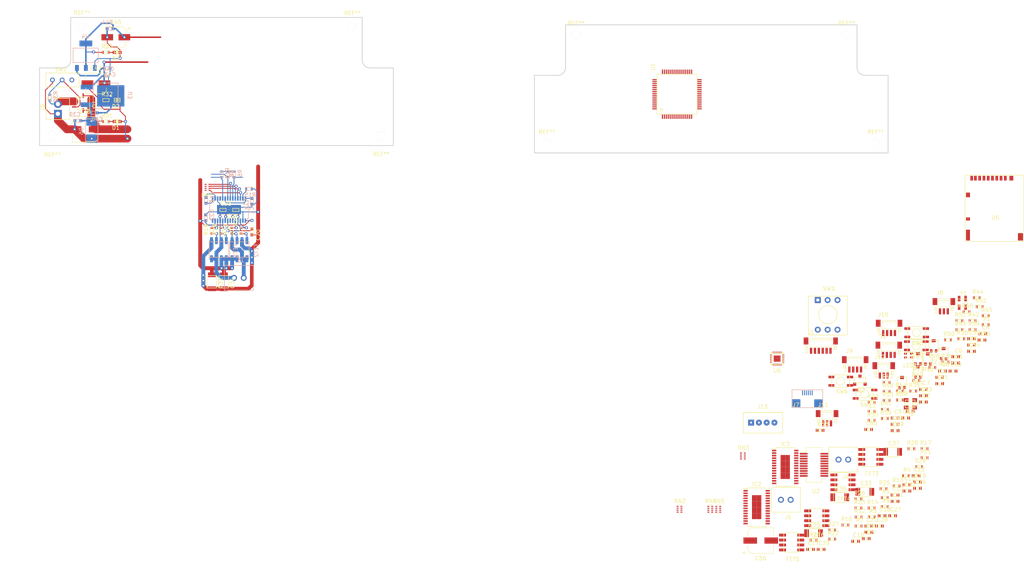
<source format=kicad_pcb>
(kicad_pcb (version 20171130) (host pcbnew "(5.0.0)")
  (layers (0 F.Cu signal) (31 B.Cu signal) (34 B.Paste user) (35 F.Paste user) (36 B.SilkS user) (37 F.SilkS user) (38 B.Mask user) (39 F.Mask user) (44 Edge.Cuts user))
  (net 0 "")
  (net 1 GND)
  (net 2 +3V3)
  (net 3 NRST)
  (net 4 "Net-(C4-Pad2)")
  (net 5 "Net-(C7-Pad1)")
  (net 6 "Net-(C14-Pad1)")
  (net 7 "Net-(C15-Pad1)")
  (net 8 "Net-(C16-Pad1)")
  (net 9 "Net-(C16-Pad2)")
  (net 10 "Net-(C17-Pad2)")
  (net 11 "Net-(C17-Pad1)")
  (net 12 "Net-(C18-Pad1)")
  (net 13 "Net-(C19-Pad2)")
  (net 14 "Net-(C19-Pad1)")
  (net 15 "Net-(C20-Pad1)")
  (net 16 "Net-(C21-Pad1)")
  (net 17 +BATT)
  (net 18 "Net-(C23-Pad2)")
  (net 19 "Net-(C23-Pad1)")
  (net 20 "Net-(C24-Pad2)")
  (net 21 "Net-(C26-Pad1)")
  (net 22 "Net-(C26-Pad2)")
  (net 23 "Net-(C27-Pad2)")
  (net 24 "Net-(C28-Pad1)")
  (net 25 "Net-(C30-Pad1)")
  (net 26 "Net-(C30-Pad2)")
  (net 27 "Net-(C31-Pad2)")
  (net 28 +5V)
  (net 29 SW1)
  (net 30 SW2)
  (net 31 SW3)
  (net 32 "Net-(C53-Pad1)")
  (net 33 "Net-(C53-Pad2)")
  (net 34 "Net-(D1-Pad2)")
  (net 35 "Net-(D2-Pad2)")
  (net 36 "Net-(D3-Pad2)")
  (net 37 "Net-(FET1-Pad4)")
  (net 38 "Net-(FET1-Pad2)")
  (net 39 "Net-(FET2-Pad2)")
  (net 40 "Net-(FET2-Pad4)")
  (net 41 "Net-(FET3-Pad4)")
  (net 42 "Net-(FET3-Pad2)")
  (net 43 "Net-(FET4-Pad2)")
  (net 44 "Net-(FET4-Pad4)")
  (net 45 "Net-(FET5-Pad4)")
  (net 46 "Net-(FET5-Pad2)")
  (net 47 "Net-(FET6-Pad2)")
  (net 48 "Net-(FET6-Pad4)")
  (net 49 "Net-(IC1-Pad3)")
  (net 50 "Net-(IC1-Pad5)")
  (net 51 "Net-(IC1-Pad7)")
  (net 52 "Net-(IC1-Pad10)")
  (net 53 "Net-(IC1-Pad12)")
  (net 54 "Net-(IC1-Pad14)")
  (net 55 "Net-(IC1-Pad18)")
  (net 56 DIR_MAXON1)
  (net 57 SR_MAXON1)
  (net 58 "Net-(IC1-Pad22)")
  (net 59 PWM_MAXON1)
  (net 60 "Net-(IC1-Pad24)")
  (net 61 "Net-(IC1-Pad25)")
  (net 62 "Net-(IC1-Pad26)")
  (net 63 "Net-(IC1-Pad27)")
  (net 64 "Net-(IC2-Pad27)")
  (net 65 "Net-(IC2-Pad26)")
  (net 66 "Net-(IC2-Pad25)")
  (net 67 "Net-(IC2-Pad24)")
  (net 68 PWM_MAXON2)
  (net 69 "Net-(IC2-Pad22)")
  (net 70 SR_MAXON2)
  (net 71 DIR_MAXON2)
  (net 72 "Net-(IC2-Pad18)")
  (net 73 "Net-(IC2-Pad14)")
  (net 74 "Net-(IC2-Pad12)")
  (net 75 "Net-(IC2-Pad10)")
  (net 76 "Net-(IC2-Pad7)")
  (net 77 "Net-(IC2-Pad5)")
  (net 78 "Net-(IC2-Pad3)")
  (net 79 "Net-(IC3-Pad27)")
  (net 80 "Net-(IC3-Pad26)")
  (net 81 "Net-(IC3-Pad25)")
  (net 82 "Net-(IC3-Pad24)")
  (net 83 "Net-(IC3-Pad23)")
  (net 84 "Net-(IC3-Pad22)")
  (net 85 "Net-(IC3-Pad21)")
  (net 86 "Net-(IC3-Pad19)")
  (net 87 "Net-(IC3-Pad18)")
  (net 88 "Net-(IC3-Pad14)")
  (net 89 "Net-(IC3-Pad12)")
  (net 90 "Net-(IC3-Pad10)")
  (net 91 "Net-(IC3-Pad7)")
  (net 92 "Net-(IC3-Pad5)")
  (net 93 "Net-(IC3-Pad3)")
  (net 94 "Net-(LED1-Pad3)")
  (net 95 "Net-(LED1-Pad4)")
  (net 96 "Net-(LED1-Pad2)")
  (net 97 "Net-(J6-Pad2)")
  (net 98 "Net-(Q1-Pad2)")
  (net 99 "Net-(J11-Pad1)")
  (net 100 "Net-(Q2-Pad2)")
  (net 101 "Net-(R2-Pad2)")
  (net 102 PWM_VCM)
  (net 103 SR_VCM)
  (net 104 DIR_VCM)
  (net 105 "Net-(R34-Pad2)")
  (net 106 "Net-(R35-Pad2)")
  (net 107 "Net-(R36-Pad2)")
  (net 108 "Net-(R37-Pad2)")
  (net 109 "Net-(R38-Pad2)")
  (net 110 "Net-(R39-Pad2)")
  (net 111 "Net-(R40-Pad2)")
  (net 112 INSERT_SD)
  (net 113 "Net-(R42-Pad2)")
  (net 114 "Net-(R44-Pad1)")
  (net 115 "Net-(R46-Pad1)")
  (net 116 "Net-(R48-Pad1)")
  (net 117 LED_R)
  (net 118 LED_G)
  (net 119 LED_B)
  (net 120 SENSOR_PULS_PWM)
  (net 121 SCL_LCD)
  (net 122 SDA_LCD)
  (net 123 CS_IMU)
  (net 124 MOSI_IMU)
  (net 125 MISO_IMU)
  (net 126 ENCORDER_2A)
  (net 127 ENCORDER_1B)
  (net 128 ENCORDER_2B)
  (net 129 ENCORDER_1A)
  (net 130 "Net-(RV1-Pad3)")
  (net 131 LINE_SENSOR1)
  (net 132 LINE_SENSOR2)
  (net 133 "Net-(RV2-Pad3)")
  (net 134 "Net-(RV3-Pad3)")
  (net 135 LINE_SENSOR3)
  (net 136 "Net-(RV4-Pad3)")
  (net 137 LINE_SENSOR4)
  (net 138 LINE_SENSOR5)
  (net 139 "Net-(RV5-Pad3)")
  (net 140 LINE_SENSOR6)
  (net 141 "Net-(RV6-Pad3)")
  (net 142 "Net-(SW2-Pad1)")
  (net 143 R_SW2)
  (net 144 R_SW4)
  (net 145 R_SW8)
  (net 146 R_SW1)
  (net 147 RTC_IN)
  (net 148 "Net-(U1-Pad4)")
  (net 149 OSC_IN)
  (net 150 "Net-(U1-Pad6)")
  (net 151 POT)
  (net 152 TX)
  (net 153 RX)
  (net 154 TMS)
  (net 155 TCK)
  (net 156 CS_SD)
  (net 157 SCK_SD)
  (net 158 MISO_SD)
  (net 159 MOSI_SD)
  (net 160 "Net-(U2-Pad6)")
  (net 161 "Net-(U2-Pad12)")
  (net 162 "Net-(U2-Pad15)")
  (net 163 "Net-(U2-Pad13)")
  (net 164 "Net-(U2-Pad8)")
  (net 165 "Net-(U2-Pad9)")
  (net 166 "Net-(U6-Pad21)")
  (net 167 "Net-(U6-Pad19)")
  (net 168 "Net-(U6-Pad17)")
  (net 169 "Net-(U6-Pad16)")
  (net 170 "Net-(U6-Pad15)")
  (net 171 "Net-(U6-Pad14)")
  (net 172 "Net-(U6-Pad12)")
  (net 173 "Net-(U6-Pad7)")
  (net 174 "Net-(U6-Pad6)")
  (net 175 "Net-(U6-Pad5)")
  (net 176 "Net-(U6-Pad4)")
  (net 177 "Net-(U6-Pad3)")
  (net 178 "Net-(U6-Pad2)")
  (net 179 "Net-(U6-Pad1)")
  (net 180 "Net-(Y1-Pad1)")
  (net 181 "Net-(J1-Pad6)")
  (net 182 "Net-(C24-Pad1)")
  (net 183 "Net-(C27-Pad1)")
  (net 184 "Net-(C31-Pad1)")
  (net 185 SCK_IMU)
  (module Footprint:C_1608_HandSolderring (layer B.Cu) (at 49.6 30.5)
    (fp_text reference C43 (at 2.125 2.525) (layer B.SilkS) (effects (justify mirror)))
    (fp_text value 1u)
    (pad 1 smd rect (at 0.625 0.9) (size 0.7 0.8) (layers B.Cu B.Paste B.Mask) (net 28 +5V))
    (pad 2 smd rect (at 2.125 0.9) (size 0.7 0.8) (layers B.Cu B.Paste B.Mask) (net 1 GND))
  )
  (module Footprint:NJM2845DL1 (layer B.Cu) (at 45.78 40.78 90)
    (fp_text reference U3 (at 2.45 11.1 90) (layer B.SilkS) (effects (justify mirror)))
    (fp_text value NJM2845)
    (pad 1 smd rect (at 0 0 90) (size 1.2 3.2) (layers B.Cu B.Paste B.Mask) (net 17 +BATT))
    (pad 3 smd rect (at 4.56 0 90) (size 1.2 3.2) (layers B.Cu B.Paste B.Mask) (net 28 +5V))
    (pad 2 smd rect (at 2.28 6.12 90) (size 5.5 7) (layers B.Cu B.Paste B.Mask) (net 1 GND))
  )
  (module Capacitors_SMD:CP_Elec_5x5.8 (layer F.Cu) (at 48.1 35.3 180)
    (fp_text reference C42 (at 0 3.92 180) (layer F.SilkS))
    (fp_text value 82u)
    (fp_text user + (at -3.38 2.35 180) (layer F.SilkS))
    (pad 1 smd rect (at -2.2 0) (size 3 1.6) (layers F.Cu F.Paste F.Mask) (net 28 +5V))
    (pad 2 smd rect (at 2.2 0) (size 3 1.6) (layers F.Cu F.Paste F.Mask) (net 1 GND))
  )
  (module Footprint:uPA2815T1S (layer F.Cu) (at 43.5 39.4 270)
    (fp_text reference Q1 (at 1.25 -4.25 270) (layer F.SilkS))
    (fp_text value μPA2815T1S)
    (pad 3 smd rect (at 2.85 -1.3) (size 0.33 1.2) (layers F.Cu F.Paste F.Mask) (net 17 +BATT))
    (pad 3 smd rect (at -0.95 -1.3) (size 0.33 1.2) (layers F.Cu F.Paste F.Mask) (net 17 +BATT))
    (pad 3 smd rect (at -0.05 -3.4 270) (size 0.33 1.2) (layers F.Cu F.Paste F.Mask) (net 17 +BATT))
    (pad 3 smd rect (at 0.65 -3.4 270) (size 0.33 1.2) (layers F.Cu F.Paste F.Mask) (net 17 +BATT))
    (pad 3 smd rect (at 1.3 -3.4 270) (size 0.33 1.2) (layers F.Cu F.Paste F.Mask) (net 17 +BATT))
    (pad 3 smd rect (at 1.95 -3.4 270) (size 0.33 1.2) (layers F.Cu F.Paste F.Mask) (net 17 +BATT))
    (pad 2 smd rect (at 1.95 0.9 270) (size 0.33 1.3) (layers F.Cu F.Paste F.Mask) (net 98 "Net-(Q1-Pad2)"))
    (pad 1 smd rect (at 1.3 0.9 270) (size 0.33 1.3) (layers F.Cu F.Paste F.Mask) (net 97 "Net-(J6-Pad2)"))
    (pad 1 smd rect (at 0.65 0.9 270) (size 0.33 1.3) (layers F.Cu F.Paste F.Mask) (net 97 "Net-(J6-Pad2)"))
    (pad 1 smd rect (at 0 0.9 270) (size 0.33 1.3) (layers F.Cu F.Paste F.Mask) (net 97 "Net-(J6-Pad2)"))
  )
  (module Footprint:XA_top_2pin (layer B.Cu) (at 83.62 85.37)
    (fp_text reference J3 (at 1.8 -4.5) (layer B.SilkS) (effects (justify mirror)))
    (fp_text value XA)
    (pad 2 thru_hole circle (at 2.5 0) (size 1.524 1.524) (drill 0.9) (layers *.Cu *.Mask) (net 182 "Net-(C24-Pad1)"))
    (pad 1 thru_hole circle (at 0 0) (size 1.524 1.524) (drill 0.9) (layers *.Cu *.Mask) (net 19 "Net-(C23-Pad1)"))
  )
  (module Mounting_Holes:MountingHole_2.2mm_M2_ISO14580 (layer F.Cu) (at 164.1 50.7)
    (fp_text reference REF** (at 0 -2.9) (layer F.SilkS))
    (fp_text value MountingHole_2.2mm_M2_ISO14580)
    (pad 1 np_thru_hole circle (at 0 0) (size 2.2 2.2) (drill 2.2) (layers *.Cu *.Mask))
  )
  (module Mounting_Holes:MountingHole_2.2mm_M2_ISO14580 (layer F.Cu) (at 248.7 50.7)
    (fp_text reference REF** (at 0 -2.9) (layer F.SilkS))
    (fp_text value MountingHole_2.2mm_M2_ISO14580)
    (pad 1 np_thru_hole circle (at 0 0) (size 2.2 2.2) (drill 2.2) (layers *.Cu *.Mask))
  )
  (module Mounting_Holes:MountingHole_2.2mm_M2_ISO14580 (layer F.Cu) (at 241.2 22.7)
    (fp_text reference REF** (at 0 -2.9) (layer F.SilkS))
    (fp_text value MountingHole_2.2mm_M2_ISO14580)
    (pad 1 np_thru_hole circle (at 0 0) (size 2.2 2.2) (drill 2.2) (layers *.Cu *.Mask))
  )
  (module Mounting_Holes:MountingHole_2.2mm_M2_ISO14580 (layer F.Cu) (at 171.6 22.7)
    (fp_text reference REF** (at 0 -2.9) (layer F.SilkS))
    (fp_text value MountingHole_2.2mm_M2_ISO14580)
    (pad 1 np_thru_hole circle (at 0 0) (size 2.2 2.2) (drill 2.2) (layers *.Cu *.Mask))
  )
  (module Mounting_Holes:MountingHole_2.2mm_M2_ISO14580 (layer F.Cu) (at 44.3 20.8)
    (fp_text reference REF** (at 0.14 -3.71) (layer F.SilkS))
    (fp_text value MountingHole_2.2mm_M2_ISO14580)
    (pad 1 np_thru_hole circle (at 0 0) (size 2.2 2.2) (drill 2.2) (layers *.Cu *.Mask))
  )
  (module Mounting_Holes:MountingHole_2.2mm_M2_ISO14580 (layer F.Cu) (at 113.9 20.8)
    (fp_text reference REF** (at 0.2 -3.58) (layer F.SilkS))
    (fp_text value MountingHole_2.2mm_M2_ISO14580)
    (pad 1 np_thru_hole circle (at 0 0) (size 2.2 2.2) (drill 2.2) (layers *.Cu *.Mask))
  )
  (module Mounting_Holes:MountingHole_2.2mm_M2_ISO14580 (layer F.Cu) (at 121.4 48.8)
    (fp_text reference REF** (at 0.08 4.71) (layer F.SilkS))
    (fp_text value MountingHole_2.2mm_M2_ISO14580)
    (pad 1 np_thru_hole circle (at 0 0) (size 2.2 2.2) (drill 2.2) (layers *.Cu *.Mask))
  )
  (module Mounting_Holes:MountingHole_2.2mm_M2_ISO14580 (layer F.Cu) (at 36.8 48.8)
    (fp_text reference REF** (at 0.12 4.85) (layer F.SilkS))
    (fp_text value MountingHole_2.2mm_M2_ISO14580)
    (pad 1 np_thru_hole circle (at 0 0) (size 2.2 2.2) (drill 2.2) (layers *.Cu *.Mask))
  )
  (module Footprint:C_1608_HandSolderring (layer F.Cu) (at 263.8 111.885001)
    (fp_text reference C1 (at 2.125 -2.525) (layer F.SilkS))
    (fp_text value 0.1u)
    (pad 1 smd rect (at 0.625 -0.9) (size 0.7 0.8) (layers F.Cu F.Paste F.Mask) (net 2 +3V3))
    (pad 2 smd rect (at 2.125 -0.9) (size 0.7 0.8) (layers F.Cu F.Paste F.Mask) (net 1 GND))
  )
  (module Footprint:C_1608_HandSolderring (layer F.Cu) (at 259.59 118.235001)
    (fp_text reference C2 (at 2.125 -2.525) (layer F.SilkS))
    (fp_text value 1u)
    (pad 1 smd rect (at 0.625 -0.9) (size 0.7 0.8) (layers F.Cu F.Paste F.Mask) (net 3 NRST))
    (pad 2 smd rect (at 2.125 -0.9) (size 0.7 0.8) (layers F.Cu F.Paste F.Mask) (net 1 GND))
  )
  (module Footprint:C_1608_HandSolderring (layer F.Cu) (at 267.9 108.195001)
    (fp_text reference C3 (at 2.125 -2.525) (layer F.SilkS))
    (fp_text value 0.1u)
    (pad 1 smd rect (at 0.625 -0.9) (size 0.7 0.8) (layers F.Cu F.Paste F.Mask) (net 2 +3V3))
    (pad 2 smd rect (at 2.125 -0.9) (size 0.7 0.8) (layers F.Cu F.Paste F.Mask) (net 1 GND))
  )
  (module Footprint:C_1608_HandSolderring (layer F.Cu) (at 274.87 100.655001)
    (fp_text reference C4 (at 2.125 -2.525) (layer F.SilkS))
    (fp_text value 0.1u)
    (pad 1 smd rect (at 0.625 -0.9) (size 0.7 0.8) (layers F.Cu F.Paste F.Mask) (net 1 GND))
    (pad 2 smd rect (at 2.125 -0.9) (size 0.7 0.8) (layers F.Cu F.Paste F.Mask) (net 4 "Net-(C4-Pad2)"))
  )
  (module Footprint:C_1608_HandSolderring (layer F.Cu) (at 271.95 103.555001)
    (fp_text reference C5 (at 2.125 -2.525) (layer F.SilkS))
    (fp_text value 0.1u)
    (pad 1 smd rect (at 0.625 -0.9) (size 0.7 0.8) (layers F.Cu F.Paste F.Mask) (net 1 GND))
    (pad 2 smd rect (at 2.125 -0.9) (size 0.7 0.8) (layers F.Cu F.Paste F.Mask) (net 2 +3V3))
  )
  (module Footprint:C_1608_HandSolderring (layer F.Cu) (at 267.9 106.575001)
    (fp_text reference C6 (at 2.125 -2.525) (layer F.SilkS))
    (fp_text value 0.1u)
    (pad 1 smd rect (at 0.625 -0.9) (size 0.7 0.8) (layers F.Cu F.Paste F.Mask) (net 2 +3V3))
    (pad 2 smd rect (at 2.125 -0.9) (size 0.7 0.8) (layers F.Cu F.Paste F.Mask) (net 1 GND))
  )
  (module Footprint:C_1608_HandSolderring (layer F.Cu) (at 259.59 114.995001)
    (fp_text reference C7 (at 2.125 -2.525) (layer F.SilkS))
    (fp_text value 4.7u)
    (pad 1 smd rect (at 0.625 -0.9) (size 0.7 0.8) (layers F.Cu F.Paste F.Mask) (net 5 "Net-(C7-Pad1)"))
    (pad 2 smd rect (at 2.125 -0.9) (size 0.7 0.8) (layers F.Cu F.Paste F.Mask) (net 1 GND))
  )
  (module Footprint:C_1608_HandSolderring (layer F.Cu) (at 264.5 110.265001)
    (fp_text reference C8 (at 2.125 -2.525) (layer F.SilkS))
    (fp_text value 0.1u)
    (pad 1 smd rect (at 0.625 -0.9) (size 0.7 0.8) (layers F.Cu F.Paste F.Mask) (net 2 +3V3))
    (pad 2 smd rect (at 2.125 -0.9) (size 0.7 0.8) (layers F.Cu F.Paste F.Mask) (net 1 GND))
  )
  (module Footprint:C_1608_HandSolderring (layer F.Cu) (at 252.32 122.355001)
    (fp_text reference C9 (at 2.125 -2.525) (layer F.SilkS))
    (fp_text value 0.1u)
    (pad 1 smd rect (at 0.625 -0.9) (size 0.7 0.8) (layers F.Cu F.Paste F.Mask) (net 2 +3V3))
    (pad 2 smd rect (at 2.125 -0.9) (size 0.7 0.8) (layers F.Cu F.Paste F.Mask) (net 1 GND))
  )
  (module Footprint:C_1608_HandSolderring (layer F.Cu) (at 242.16 154.105001)
    (fp_text reference C10 (at 2.125 -2.525) (layer F.SilkS))
    (fp_text value 0.1u)
    (pad 1 smd rect (at 0.625 -0.9) (size 0.7 0.8) (layers F.Cu F.Paste F.Mask) (net 2 +3V3))
    (pad 2 smd rect (at 2.125 -0.9) (size 0.7 0.8) (layers F.Cu F.Paste F.Mask) (net 1 GND))
  )
  (module Footprint:C_1608_HandSolderring (layer F.Cu) (at 252.3 143.805001)
    (fp_text reference C11 (at 2.125 -2.525) (layer F.SilkS))
    (fp_text value 0.1u)
    (pad 1 smd rect (at 0.625 -0.9) (size 0.7 0.8) (layers F.Cu F.Paste F.Mask) (net 2 +3V3))
    (pad 2 smd rect (at 2.125 -0.9) (size 0.7 0.8) (layers F.Cu F.Paste F.Mask) (net 1 GND))
  )
  (module Footprint:C_1608_HandSolderring (layer F.Cu) (at 252.3 142.185001)
    (fp_text reference C12 (at 2.125 -2.525) (layer F.SilkS))
    (fp_text value 0.1u)
    (pad 1 smd rect (at 0.625 -0.9) (size 0.7 0.8) (layers F.Cu F.Paste F.Mask) (net 2 +3V3))
    (pad 2 smd rect (at 2.125 -0.9) (size 0.7 0.8) (layers F.Cu F.Paste F.Mask) (net 1 GND))
  )
  (module Footprint:C_1608_HandSolderring (layer F.Cu) (at 257.72 137.215001)
    (fp_text reference C13 (at 2.125 -2.525) (layer F.SilkS))
    (fp_text value 0.1u)
    (pad 1 smd rect (at 0.625 -0.9) (size 0.7 0.8) (layers F.Cu F.Paste F.Mask) (net 2 +3V3))
    (pad 2 smd rect (at 2.125 -0.9) (size 0.7 0.8) (layers F.Cu F.Paste F.Mask) (net 1 GND))
  )
  (module Footprint:C_1608_HandSolderring (layer B.Cu) (at 89.12 64.27 270)
    (fp_text reference C14 (at 2.125 2.525 270) (layer B.SilkS) (effects (justify mirror)))
    (fp_text value 0.1u)
    (pad 1 smd rect (at 0.625 0.9 270) (size 0.7 0.8) (layers B.Cu B.Paste B.Mask) (net 6 "Net-(C14-Pad1)"))
    (pad 2 smd rect (at 2.125 0.9 270) (size 0.7 0.8) (layers B.Cu B.Paste B.Mask) (net 1 GND))
  )
  (module Footprint:C_1608_HandSolderring (layer F.Cu) (at 255.36 139.535001)
    (fp_text reference C15 (at 2.125 -2.525) (layer F.SilkS))
    (fp_text value 0.1u)
    (pad 1 smd rect (at 0.625 -0.9) (size 0.7 0.8) (layers F.Cu F.Paste F.Mask) (net 7 "Net-(C15-Pad1)"))
    (pad 2 smd rect (at 2.125 -0.9) (size 0.7 0.8) (layers F.Cu F.Paste F.Mask) (net 1 GND))
  )
  (module Footprint:C_1608_HandSolderring (layer B.Cu) (at 75.52 66.77 90)
    (fp_text reference C16 (at 2.125 2.525 90) (layer B.SilkS) (effects (justify mirror)))
    (fp_text value 470n)
    (pad 1 smd rect (at 0.625 0.9 90) (size 0.7 0.8) (layers B.Cu B.Paste B.Mask) (net 8 "Net-(C16-Pad1)"))
    (pad 2 smd rect (at 2.125 0.9 90) (size 0.7 0.8) (layers B.Cu B.Paste B.Mask) (net 9 "Net-(C16-Pad2)"))
  )
  (module Footprint:C_1608_HandSolderring (layer F.Cu) (at 230.56 156.175001)
    (fp_text reference C17 (at 2.125 -2.525) (layer F.SilkS))
    (fp_text value 470n)
    (pad 1 smd rect (at 0.625 -0.9) (size 0.7 0.8) (layers F.Cu F.Paste F.Mask) (net 11 "Net-(C17-Pad1)"))
    (pad 2 smd rect (at 2.125 -0.9) (size 0.7 0.8) (layers F.Cu F.Paste F.Mask) (net 10 "Net-(C17-Pad2)"))
  )
  (module Footprint:C_1608_HandSolderring (layer F.Cu) (at 248.96 147.515001)
    (fp_text reference C18 (at 2.125 -2.525) (layer F.SilkS))
    (fp_text value 0.1u)
    (pad 1 smd rect (at 0.625 -0.9) (size 0.7 0.8) (layers F.Cu F.Paste F.Mask) (net 12 "Net-(C18-Pad1)"))
    (pad 2 smd rect (at 2.125 -0.9) (size 0.7 0.8) (layers F.Cu F.Paste F.Mask) (net 1 GND))
  )
  (module Footprint:C_1608_HandSolderring (layer F.Cu) (at 258.08 138.835001)
    (fp_text reference C19 (at 2.125 -2.525) (layer F.SilkS))
    (fp_text value 470n)
    (pad 1 smd rect (at 0.625 -0.9) (size 0.7 0.8) (layers F.Cu F.Paste F.Mask) (net 14 "Net-(C19-Pad1)"))
    (pad 2 smd rect (at 2.125 -0.9) (size 0.7 0.8) (layers F.Cu F.Paste F.Mask) (net 13 "Net-(C19-Pad2)"))
  )
  (module Footprint:C_1608_HandSolderring (layer F.Cu) (at 87.32 72.17 270)
    (fp_text reference C20 (at 2.125 -2.525 270) (layer F.SilkS))
    (fp_text value 0.22u)
    (pad 1 smd rect (at 0.625 -0.9 270) (size 0.7 0.8) (layers F.Cu F.Paste F.Mask) (net 15 "Net-(C20-Pad1)"))
    (pad 2 smd rect (at 2.125 -0.9 270) (size 0.7 0.8) (layers F.Cu F.Paste F.Mask) (net 1 GND))
  )
  (module Footprint:C_1608_HandSolderring (layer F.Cu) (at 245.56 150.165001)
    (fp_text reference C21 (at 2.125 -2.525) (layer F.SilkS))
    (fp_text value 0.22u)
    (pad 1 smd rect (at 0.625 -0.9) (size 0.7 0.8) (layers F.Cu F.Paste F.Mask) (net 16 "Net-(C21-Pad1)"))
    (pad 2 smd rect (at 2.125 -0.9) (size 0.7 0.8) (layers F.Cu F.Paste F.Mask) (net 1 GND))
  )
  (module Footprint:C_1608_HandSolderring (layer B.Cu) (at 75.42 71.27 90)
    (fp_text reference C22 (at 2.125 2.525 90) (layer B.SilkS) (effects (justify mirror)))
    (fp_text value 10u)
    (pad 1 smd rect (at 0.625 0.9 90) (size 0.7 0.8) (layers B.Cu B.Paste B.Mask) (net 17 +BATT))
    (pad 2 smd rect (at 2.125 0.9 90) (size 0.7 0.8) (layers B.Cu B.Paste B.Mask) (net 1 GND))
  )
  (module Footprint:C_1608_HandSolderring (layer F.Cu) (at 79.42 68.77)
    (fp_text reference C23 (at 2.125 -2.525) (layer F.SilkS))
    (fp_text value 0.22u)
    (pad 1 smd rect (at 0.625 -0.9) (size 0.7 0.8) (layers F.Cu F.Paste F.Mask) (net 19 "Net-(C23-Pad1)"))
    (pad 2 smd rect (at 2.125 -0.9) (size 0.7 0.8) (layers F.Cu F.Paste F.Mask) (net 18 "Net-(C23-Pad2)"))
  )
  (module Footprint:C_1608_HandSolderring (layer F.Cu) (at 85.42 66.97 180)
    (fp_text reference C24 (at 2.125 -2.525 180) (layer F.SilkS))
    (fp_text value 0.22u)
    (pad 1 smd rect (at 0.625 -0.9 180) (size 0.7 0.8) (layers F.Cu F.Paste F.Mask) (net 182 "Net-(C24-Pad1)"))
    (pad 2 smd rect (at 2.125 -0.9 180) (size 0.7 0.8) (layers F.Cu F.Paste F.Mask) (net 20 "Net-(C24-Pad2)"))
  )
  (module Footprint:C_1608_HandSolderring (layer F.Cu) (at 244.88 153.405001)
    (fp_text reference C25 (at 2.125 -2.525) (layer F.SilkS))
    (fp_text value 10u)
    (pad 1 smd rect (at 0.625 -0.9) (size 0.7 0.8) (layers F.Cu F.Paste F.Mask) (net 17 +BATT))
    (pad 2 smd rect (at 2.125 -0.9) (size 0.7 0.8) (layers F.Cu F.Paste F.Mask) (net 1 GND))
  )
  (module Footprint:C_1608_HandSolderring (layer F.Cu) (at 258.08 140.455001)
    (fp_text reference C26 (at 2.125 -2.525) (layer F.SilkS))
    (fp_text value 0.22u)
    (pad 1 smd rect (at 0.625 -0.9) (size 0.7 0.8) (layers F.Cu F.Paste F.Mask) (net 21 "Net-(C26-Pad1)"))
    (pad 2 smd rect (at 2.125 -0.9) (size 0.7 0.8) (layers F.Cu F.Paste F.Mask) (net 22 "Net-(C26-Pad2)"))
  )
  (module Footprint:C_1608_HandSolderring (layer F.Cu) (at 251.68 147.515001)
    (fp_text reference C27 (at 2.125 -2.525) (layer F.SilkS))
    (fp_text value 0.22u)
    (pad 1 smd rect (at 0.625 -0.9) (size 0.7 0.8) (layers F.Cu F.Paste F.Mask) (net 183 "Net-(C27-Pad1)"))
    (pad 2 smd rect (at 2.125 -0.9) (size 0.7 0.8) (layers F.Cu F.Paste F.Mask) (net 23 "Net-(C27-Pad2)"))
  )
  (module Footprint:C_1608_HandSolderring (layer F.Cu) (at 248.28 150.165001)
    (fp_text reference C28 (at 2.125 -2.525) (layer F.SilkS))
    (fp_text value 0.22u)
    (pad 1 smd rect (at 0.625 -0.9) (size 0.7 0.8) (layers F.Cu F.Paste F.Mask) (net 24 "Net-(C28-Pad1)"))
    (pad 2 smd rect (at 2.125 -0.9) (size 0.7 0.8) (layers F.Cu F.Paste F.Mask) (net 1 GND))
  )
  (module Footprint:C_1608_HandSolderring (layer F.Cu) (at 233.28 156.175001)
    (fp_text reference C29 (at 2.125 -2.525) (layer F.SilkS))
    (fp_text value 10u)
    (pad 1 smd rect (at 0.625 -0.9) (size 0.7 0.8) (layers F.Cu F.Paste F.Mask) (net 17 +BATT))
    (pad 2 smd rect (at 2.125 -0.9) (size 0.7 0.8) (layers F.Cu F.Paste F.Mask) (net 1 GND))
  )
  (module Footprint:C_1608_HandSolderring (layer F.Cu) (at 245.56 151.785001)
    (fp_text reference C30 (at 2.125 -2.525) (layer F.SilkS))
    (fp_text value 0.22u)
    (pad 1 smd rect (at 0.625 -0.9) (size 0.7 0.8) (layers F.Cu F.Paste F.Mask) (net 25 "Net-(C30-Pad1)"))
    (pad 2 smd rect (at 2.125 -0.9) (size 0.7 0.8) (layers F.Cu F.Paste F.Mask) (net 26 "Net-(C30-Pad2)"))
  )
  (module Footprint:C_1608_HandSolderring (layer F.Cu) (at 255.36 141.155001)
    (fp_text reference C31 (at 2.125 -2.525) (layer F.SilkS))
    (fp_text value 0.22u)
    (pad 1 smd rect (at 0.625 -0.9) (size 0.7 0.8) (layers F.Cu F.Paste F.Mask) (net 184 "Net-(C31-Pad1)"))
    (pad 2 smd rect (at 2.125 -0.9) (size 0.7 0.8) (layers F.Cu F.Paste F.Mask) (net 27 "Net-(C31-Pad2)"))
  )
  (module Footprint:c_3225 (layer F.Cu) (at 77.92 84.57 270)
    (fp_text reference C32 (at 2.1 -2.2 270) (layer F.SilkS))
    (fp_text value 47u)
    (pad 2 smd rect (at 3.6 0 270) (size 1.2 2) (layers F.Cu F.Paste F.Mask) (net 1 GND))
    (pad 1 smd rect (at 0 0 270) (size 1.2 2) (layers F.Cu F.Paste F.Mask) (net 17 +BATT))
  )
  (module Footprint:c_3225 (layer F.Cu) (at 244.11 140.455001)
    (fp_text reference C33 (at 2.1 -2.2) (layer F.SilkS))
    (fp_text value 47u)
    (pad 2 smd rect (at 3.6 0) (size 1.2 2) (layers F.Cu F.Paste F.Mask) (net 1 GND))
    (pad 1 smd rect (at 0 0) (size 1.2 2) (layers F.Cu F.Paste F.Mask) (net 17 +BATT))
  )
  (module Footprint:c_3225 (layer F.Cu) (at 81.02 84.57 270)
    (fp_text reference C34 (at 2.1 -2.2 270) (layer F.SilkS))
    (fp_text value 47u)
    (pad 2 smd rect (at 3.6 0 270) (size 1.2 2) (layers F.Cu F.Paste F.Mask) (net 1 GND))
    (pad 1 smd rect (at 0 0 270) (size 1.2 2) (layers F.Cu F.Paste F.Mask) (net 17 +BATT))
  )
  (module Footprint:c_3225 (layer F.Cu) (at 230.91 151.105001)
    (fp_text reference C35 (at 2.1 -2.2) (layer F.SilkS))
    (fp_text value 47u)
    (pad 2 smd rect (at 3.6 0) (size 1.2 2) (layers F.Cu F.Paste F.Mask) (net 1 GND))
    (pad 1 smd rect (at 0 0) (size 1.2 2) (layers F.Cu F.Paste F.Mask) (net 17 +BATT))
  )
  (module Footprint:c_3225 (layer F.Cu) (at 237.65 141.855001)
    (fp_text reference C36 (at 2.1 -2.2) (layer F.SilkS))
    (fp_text value 47u)
    (pad 2 smd rect (at 3.6 0) (size 1.2 2) (layers F.Cu F.Paste F.Mask) (net 1 GND))
    (pad 1 smd rect (at 0 0) (size 1.2 2) (layers F.Cu F.Paste F.Mask) (net 17 +BATT))
  )
  (module Footprint:c_3225 (layer F.Cu) (at 251.27 130.155001)
    (fp_text reference C37 (at 2.1 -2.2) (layer F.SilkS))
    (fp_text value 47u)
    (pad 2 smd rect (at 3.6 0) (size 1.2 2) (layers F.Cu F.Paste F.Mask) (net 1 GND))
    (pad 1 smd rect (at 0 0) (size 1.2 2) (layers F.Cu F.Paste F.Mask) (net 17 +BATT))
  )
  (module Capacitors_SMD:CP_Elec_6.3x5.8 (layer F.Cu) (at 45.3 47.1 180)
    (fp_text reference C38 (at 0 4.56 180) (layer F.SilkS))
    (fp_text value 180u)
    (fp_text user + (at -4.28 3.01 180) (layer F.SilkS))
    (pad 1 smd rect (at -2.7 0) (size 3.5 1.6) (layers F.Cu F.Paste F.Mask) (net 17 +BATT))
    (pad 2 smd rect (at 2.7 0) (size 3.5 1.6) (layers F.Cu F.Paste F.Mask) (net 1 GND))
  )
  (module Footprint:C_1608_HandSolderring (layer B.Cu) (at 44.8 45.8 180)
    (fp_text reference C39 (at 2.125 2.525 180) (layer B.SilkS) (effects (justify mirror)))
    (fp_text value 1u)
    (pad 1 smd rect (at 0.625 0.9 180) (size 0.7 0.8) (layers B.Cu B.Paste B.Mask) (net 17 +BATT))
    (pad 2 smd rect (at 2.125 0.9 180) (size 0.7 0.8) (layers B.Cu B.Paste B.Mask) (net 1 GND))
  )
  (module Footprint:C_1608_HandSolderring (layer B.Cu) (at 46.27 41.96)
    (fp_text reference C40 (at 2.125 2.525) (layer B.SilkS) (effects (justify mirror)))
    (fp_text value 0.39u)
    (pad 1 smd rect (at 0.625 0.9) (size 0.7 0.8) (layers B.Cu B.Paste B.Mask) (net 17 +BATT))
    (pad 2 smd rect (at 2.125 0.9) (size 0.7 0.8) (layers B.Cu B.Paste B.Mask) (net 1 GND))
  )
  (module Footprint:c_1005 (layer B.Cu) (at 50.2 33.4)
    (fp_text reference C41 (at 1.1 -1.8) (layer B.SilkS) (effects (justify mirror)))
    (fp_text value 2.2u)
    (pad 2 smd rect (at 1.1 0) (size 0.5 0.7) (layers B.Cu B.Paste B.Mask) (net 1 GND))
    (pad 1 smd rect (at 0 0) (size 0.5 0.7) (layers B.Cu B.Paste B.Mask) (net 28 +5V))
  )
  (module Footprint:C_1608_HandSolderring (layer B.Cu) (at 53.1 22.1 180)
    (fp_text reference C44 (at 2.125 2.525 180) (layer B.SilkS) (effects (justify mirror)))
    (fp_text value 1u)
    (pad 1 smd rect (at 0.625 0.9 180) (size 0.7 0.8) (layers B.Cu B.Paste B.Mask) (net 2 +3V3))
    (pad 2 smd rect (at 2.125 0.9 180) (size 0.7 0.8) (layers B.Cu B.Paste B.Mask) (net 1 GND))
  )
  (module Capacitors_SMD:CP_Elec_5x5.8 (layer F.Cu) (at 53.2 23.4 180)
    (fp_text reference C45 (at 0 3.92 180) (layer F.SilkS))
    (fp_text value 82u)
    (fp_text user + (at -3.38 2.35 180) (layer F.SilkS))
    (pad 1 smd rect (at -2.2 0) (size 3 1.6) (layers F.Cu F.Paste F.Mask) (net 2 +3V3))
    (pad 2 smd rect (at 2.2 0) (size 3 1.6) (layers F.Cu F.Paste F.Mask) (net 1 GND))
  )
  (module Footprint:C_1608_HandSolderring (layer F.Cu) (at 252.32 123.975001)
    (fp_text reference C46 (at 2.125 -2.525) (layer F.SilkS))
    (fp_text value 0.1)
    (pad 1 smd rect (at 0.625 -0.9) (size 0.7 0.8) (layers F.Cu F.Paste F.Mask) (net 2 +3V3))
    (pad 2 smd rect (at 2.125 -0.9) (size 0.7 0.8) (layers F.Cu F.Paste F.Mask) (net 1 GND))
  )
  (module Footprint:C_1608_HandSolderring (layer F.Cu) (at 252.32 125.595001)
    (fp_text reference C49 (at 2.125 -2.525) (layer F.SilkS))
    (fp_text value 1u)
    (pad 1 smd rect (at 0.625 -0.9) (size 0.7 0.8) (layers F.Cu F.Paste F.Mask) (net 29 SW1))
    (pad 2 smd rect (at 2.125 -0.9) (size 0.7 0.8) (layers F.Cu F.Paste F.Mask) (net 1 GND))
  )
  (module Footprint:C_1608_HandSolderring (layer F.Cu) (at 267.22 110.265001)
    (fp_text reference C50 (at 2.125 -2.525) (layer F.SilkS))
    (fp_text value 1u)
    (pad 1 smd rect (at 0.625 -0.9) (size 0.7 0.8) (layers F.Cu F.Paste F.Mask) (net 30 SW2))
    (pad 2 smd rect (at 2.125 -0.9) (size 0.7 0.8) (layers F.Cu F.Paste F.Mask) (net 1 GND))
  )
  (module Footprint:C_1608_HandSolderring (layer F.Cu) (at 263.8 113.505001)
    (fp_text reference C51 (at 2.125 -2.525) (layer F.SilkS))
    (fp_text value 1u)
    (pad 1 smd rect (at 0.625 -0.9) (size 0.7 0.8) (layers F.Cu F.Paste F.Mask) (net 31 SW3))
    (pad 2 smd rect (at 2.125 -0.9) (size 0.7 0.8) (layers F.Cu F.Paste F.Mask) (net 1 GND))
  )
  (module Footprint:C_1608_HandSolderring (layer F.Cu) (at 255.04 122.355001)
    (fp_text reference C52 (at 2.125 -2.525) (layer F.SilkS))
    (fp_text value 0.1u)
    (pad 1 smd rect (at 0.625 -0.9) (size 0.7 0.8) (layers F.Cu F.Paste F.Mask) (net 2 +3V3))
    (pad 2 smd rect (at 2.125 -0.9) (size 0.7 0.8) (layers F.Cu F.Paste F.Mask) (net 1 GND))
  )
  (module Footprint:C_1608_HandSolderring (layer F.Cu) (at 259.59 116.615001)
    (fp_text reference C53 (at 2.125 -2.525) (layer F.SilkS))
    (fp_text value 0.1U)
    (pad 1 smd rect (at 0.625 -0.9) (size 0.7 0.8) (layers F.Cu F.Paste F.Mask) (net 32 "Net-(C53-Pad1)"))
    (pad 2 smd rect (at 2.125 -0.9) (size 0.7 0.8) (layers F.Cu F.Paste F.Mask) (net 33 "Net-(C53-Pad2)"))
  )
  (module Footprint:C_1608_HandSolderring (layer F.Cu) (at 271.95 105.175001)
    (fp_text reference C54 (at 2.125 -2.525) (layer F.SilkS))
    (fp_text value 0.1u)
    (pad 1 smd rect (at 0.625 -0.9) (size 0.7 0.8) (layers F.Cu F.Paste F.Mask) (net 2 +3V3))
    (pad 2 smd rect (at 2.125 -0.9) (size 0.7 0.8) (layers F.Cu F.Paste F.Mask) (net 33 "Net-(C53-Pad2)"))
  )
  (module Footprint:C_1608_HandSolderring (layer F.Cu) (at 274.67 102.275001)
    (fp_text reference C55 (at 2.125 -2.525) (layer F.SilkS))
    (fp_text value 0.1u)
    (pad 1 smd rect (at 0.625 -0.9) (size 0.7 0.8) (layers F.Cu F.Paste F.Mask) (net 2 +3V3))
    (pad 2 smd rect (at 2.125 -0.9) (size 0.7 0.8) (layers F.Cu F.Paste F.Mask) (net 33 "Net-(C53-Pad2)"))
  )
  (module Capacitors_SMD:CP_Elec_6.3x5.8 (layer F.Cu) (at 219.125001 153.005001)
    (fp_text reference C56 (at 0 4.56) (layer F.SilkS))
    (fp_text value 180u)
    (fp_text user + (at -4.28 3.01) (layer F.SilkS))
    (pad 1 smd rect (at -2.7 0 180) (size 3.5 1.6) (layers F.Cu F.Paste F.Mask) (net 17 +BATT))
    (pad 2 smd rect (at 2.7 0 180) (size 3.5 1.6) (layers F.Cu F.Paste F.Mask) (net 1 GND))
  )
  (module Footprint:C_1608_HandSolderring (layer F.Cu) (at 256.19 120.615001)
    (fp_text reference C57 (at 2.125 -2.525) (layer F.SilkS))
    (fp_text value 0.1u)
    (pad 1 smd rect (at 0.625 -0.9) (size 0.7 0.8) (layers F.Cu F.Paste F.Mask) (net 2 +3V3))
    (pad 2 smd rect (at 2.125 -0.9) (size 0.7 0.8) (layers F.Cu F.Paste F.Mask) (net 1 GND))
  )
  (module Footprint:C_1608_HandSolderring (layer F.Cu) (at 233.02 125.525001)
    (fp_text reference C58 (at 2.125 -2.525) (layer F.SilkS))
    (fp_text value 0.1u)
    (pad 1 smd rect (at 0.625 -0.9) (size 0.7 0.8) (layers F.Cu F.Paste F.Mask) (net 28 +5V))
    (pad 2 smd rect (at 2.125 -0.9) (size 0.7 0.8) (layers F.Cu F.Paste F.Mask) (net 1 GND))
  )
  (module Footprint:C_1608_HandSolderring (layer F.Cu) (at 271.95 101.935001)
    (fp_text reference C59 (at 2.125 -2.525) (layer F.SilkS))
    (fp_text value 0.1u)
    (pad 1 smd rect (at 0.625 -0.9) (size 0.7 0.8) (layers F.Cu F.Paste F.Mask) (net 2 +3V3))
    (pad 2 smd rect (at 2.125 -0.9) (size 0.7 0.8) (layers F.Cu F.Paste F.Mask) (net 1 GND))
  )
  (module Footprint:C_1608_HandSolderring (layer F.Cu) (at 245.52 125.305001)
    (fp_text reference C60 (at 2.125 -2.525) (layer F.SilkS))
    (fp_text value 0.1u)
    (pad 1 smd rect (at 0.625 -0.9) (size 0.7 0.8) (layers F.Cu F.Paste F.Mask) (net 28 +5V))
    (pad 2 smd rect (at 2.125 -0.9) (size 0.7 0.8) (layers F.Cu F.Paste F.Mask) (net 1 GND))
  )
  (module "Footprint:LED 1608" (layer F.Cu) (at 55 44.2 180)
    (fp_text reference D1 (at 1.8 -2.5 180) (layer F.SilkS))
    (fp_text value LED)
    (pad 2 smd rect (at 2.2 -0.9 180) (size 0.8 0.8) (layers F.Cu F.Paste F.Mask) (net 34 "Net-(D1-Pad2)"))
    (pad 1 smd rect (at 0.7 -0.9 180) (size 0.8 0.8) (layers F.Cu F.Paste F.Mask) (net 1 GND))
  )
  (module "Footprint:LED 1608" (layer F.Cu) (at 55 38.7 180)
    (fp_text reference D2 (at 1.8 -2.5 180) (layer F.SilkS))
    (fp_text value LED)
    (pad 2 smd rect (at 2.2 -0.9 180) (size 0.8 0.8) (layers F.Cu F.Paste F.Mask) (net 35 "Net-(D2-Pad2)"))
    (pad 1 smd rect (at 0.7 -0.9 180) (size 0.8 0.8) (layers F.Cu F.Paste F.Mask) (net 1 GND))
  )
  (module "Footprint:LED 1608" (layer F.Cu) (at 55 26.4 180)
    (fp_text reference D3 (at 1.8 -2.5 180) (layer F.SilkS))
    (fp_text value LED)
    (pad 2 smd rect (at 2.2 -0.9 180) (size 0.8 0.8) (layers F.Cu F.Paste F.Mask) (net 36 "Net-(D3-Pad2)"))
    (pad 1 smd rect (at 0.7 -0.9 180) (size 0.8 0.8) (layers F.Cu F.Paste F.Mask) (net 1 GND))
  )
  (module 1SMB5930BT3G:1SMB5930BT3G (layer B.Cu) (at 49.1 43.2 270)
    (fp_text reference D6 (at 4.4 4.8 270) (layer B.SilkS) (effects (justify mirror)))
    (fp_text value 1SMB5930BT3G)
    (pad 2 smd rect (at 6.32 2.1 270) (size 2.159 2.734) (layers B.Cu B.Paste B.Mask) (net 1 GND))
    (pad 1 smd rect (at 1.9 2.1 270) (size 2.159 2.734) (layers B.Cu B.Paste B.Mask) (net 17 +BATT))
  )
  (module Footprint:IRF8915 (layer B.Cu) (at 77.82 75.77 270)
    (fp_text reference FET1 (at 2.6 -6.2 270) (layer B.SilkS) (effects (justify mirror)))
    (fp_text value IRF8915)
    (pad 7 smd rect (at 4.68 -1.27 270) (size 1.78 0.72) (layers B.Cu B.Paste B.Mask) (net 19 "Net-(C23-Pad1)"))
    (pad 6 smd rect (at 4.68 -2.54 270) (size 1.78 0.72) (layers B.Cu B.Paste B.Mask) (net 17 +BATT))
    (pad 5 smd rect (at 4.68 -3.81 270) (size 1.78 0.72) (layers B.Cu B.Paste B.Mask) (net 17 +BATT))
    (pad 8 smd rect (at 4.68 0 270) (size 1.78 0.72) (layers B.Cu B.Paste B.Mask) (net 19 "Net-(C23-Pad1)"))
    (pad 4 smd rect (at 0 -3.81 270) (size 1.78 0.72) (layers B.Cu B.Paste B.Mask) (net 37 "Net-(FET1-Pad4)"))
    (pad 3 smd rect (at 0 -2.54 270) (size 1.78 0.72) (layers B.Cu B.Paste B.Mask) (net 19 "Net-(C23-Pad1)"))
    (pad 2 smd rect (at 0 -1.27 270) (size 1.78 0.72) (layers B.Cu B.Paste B.Mask) (net 38 "Net-(FET1-Pad2)"))
    (pad 1 smd rect (at 0 0 270) (size 1.78 0.72) (layers B.Cu B.Paste B.Mask) (net 1 GND))
  )
  (module Footprint:IRF8915 (layer B.Cu) (at 83.12 75.77 270)
    (fp_text reference FET2 (at 2.6 -6.2 270) (layer B.SilkS) (effects (justify mirror)))
    (fp_text value IRF8915)
    (pad 7 smd rect (at 4.68 -1.27 270) (size 1.78 0.72) (layers B.Cu B.Paste B.Mask) (net 17 +BATT))
    (pad 6 smd rect (at 4.68 -2.54 270) (size 1.78 0.72) (layers B.Cu B.Paste B.Mask) (net 182 "Net-(C24-Pad1)"))
    (pad 5 smd rect (at 4.68 -3.81 270) (size 1.78 0.72) (layers B.Cu B.Paste B.Mask) (net 182 "Net-(C24-Pad1)"))
    (pad 8 smd rect (at 4.68 0 270) (size 1.78 0.72) (layers B.Cu B.Paste B.Mask) (net 17 +BATT))
    (pad 4 smd rect (at 0 -3.81 270) (size 1.78 0.72) (layers B.Cu B.Paste B.Mask) (net 40 "Net-(FET2-Pad4)"))
    (pad 3 smd rect (at 0 -2.54 270) (size 1.78 0.72) (layers B.Cu B.Paste B.Mask) (net 1 GND))
    (pad 2 smd rect (at 0 -1.27 270) (size 1.78 0.72) (layers B.Cu B.Paste B.Mask) (net 39 "Net-(FET2-Pad2)"))
    (pad 1 smd rect (at 0 0 270) (size 1.78 0.72) (layers B.Cu B.Paste B.Mask) (net 182 "Net-(C24-Pad1)"))
  )
  (module Footprint:IRF8915 (layer F.Cu) (at 245.1 129.555001)
    (fp_text reference FET3 (at 2.6 6.2) (layer F.SilkS))
    (fp_text value IRF8915)
    (pad 7 smd rect (at 4.68 1.27) (size 1.78 0.72) (layers F.Cu F.Paste F.Mask) (net 21 "Net-(C26-Pad1)"))
    (pad 6 smd rect (at 4.68 2.54) (size 1.78 0.72) (layers F.Cu F.Paste F.Mask) (net 17 +BATT))
    (pad 5 smd rect (at 4.68 3.81) (size 1.78 0.72) (layers F.Cu F.Paste F.Mask) (net 17 +BATT))
    (pad 8 smd rect (at 4.68 0) (size 1.78 0.72) (layers F.Cu F.Paste F.Mask) (net 21 "Net-(C26-Pad1)"))
    (pad 4 smd rect (at 0 3.81) (size 1.78 0.72) (layers F.Cu F.Paste F.Mask) (net 41 "Net-(FET3-Pad4)"))
    (pad 3 smd rect (at 0 2.54) (size 1.78 0.72) (layers F.Cu F.Paste F.Mask) (net 21 "Net-(C26-Pad1)"))
    (pad 2 smd rect (at 0 1.27) (size 1.78 0.72) (layers F.Cu F.Paste F.Mask) (net 42 "Net-(FET3-Pad2)"))
    (pad 1 smd rect (at 0 0) (size 1.78 0.72) (layers F.Cu F.Paste F.Mask) (net 1 GND))
  )
  (module Footprint:IRF8915 (layer F.Cu) (at 237.94 136.105001)
    (fp_text reference FET4 (at 2.6 6.2) (layer F.SilkS))
    (fp_text value IRF8915)
    (pad 7 smd rect (at 4.68 1.27) (size 1.78 0.72) (layers F.Cu F.Paste F.Mask) (net 17 +BATT))
    (pad 6 smd rect (at 4.68 2.54) (size 1.78 0.72) (layers F.Cu F.Paste F.Mask) (net 183 "Net-(C27-Pad1)"))
    (pad 5 smd rect (at 4.68 3.81) (size 1.78 0.72) (layers F.Cu F.Paste F.Mask) (net 183 "Net-(C27-Pad1)"))
    (pad 8 smd rect (at 4.68 0) (size 1.78 0.72) (layers F.Cu F.Paste F.Mask) (net 17 +BATT))
    (pad 4 smd rect (at 0 3.81) (size 1.78 0.72) (layers F.Cu F.Paste F.Mask) (net 44 "Net-(FET4-Pad4)"))
    (pad 3 smd rect (at 0 2.54) (size 1.78 0.72) (layers F.Cu F.Paste F.Mask) (net 1 GND))
    (pad 2 smd rect (at 0 1.27) (size 1.78 0.72) (layers F.Cu F.Paste F.Mask) (net 43 "Net-(FET4-Pad2)"))
    (pad 1 smd rect (at 0 0) (size 1.78 0.72) (layers F.Cu F.Paste F.Mask) (net 183 "Net-(C27-Pad1)"))
  )
  (module Footprint:IRF8915 (layer F.Cu) (at 224.74 151.605001)
    (fp_text reference FET5 (at 2.6 6.2) (layer F.SilkS))
    (fp_text value IRF8915)
    (pad 7 smd rect (at 4.68 1.27) (size 1.78 0.72) (layers F.Cu F.Paste F.Mask) (net 25 "Net-(C30-Pad1)"))
    (pad 6 smd rect (at 4.68 2.54) (size 1.78 0.72) (layers F.Cu F.Paste F.Mask) (net 17 +BATT))
    (pad 5 smd rect (at 4.68 3.81) (size 1.78 0.72) (layers F.Cu F.Paste F.Mask) (net 17 +BATT))
    (pad 8 smd rect (at 4.68 0) (size 1.78 0.72) (layers F.Cu F.Paste F.Mask) (net 25 "Net-(C30-Pad1)"))
    (pad 4 smd rect (at 0 3.81) (size 1.78 0.72) (layers F.Cu F.Paste F.Mask) (net 45 "Net-(FET5-Pad4)"))
    (pad 3 smd rect (at 0 2.54) (size 1.78 0.72) (layers F.Cu F.Paste F.Mask) (net 25 "Net-(C30-Pad1)"))
    (pad 2 smd rect (at 0 1.27) (size 1.78 0.72) (layers F.Cu F.Paste F.Mask) (net 46 "Net-(FET5-Pad2)"))
    (pad 1 smd rect (at 0 0) (size 1.78 0.72) (layers F.Cu F.Paste F.Mask) (net 1 GND))
  )
  (module Footprint:IRF8915 (layer F.Cu) (at 231.2 145.355001)
    (fp_text reference FET6 (at 2.6 6.2) (layer F.SilkS))
    (fp_text value IRF8915)
    (pad 7 smd rect (at 4.68 1.27) (size 1.78 0.72) (layers F.Cu F.Paste F.Mask) (net 17 +BATT))
    (pad 6 smd rect (at 4.68 2.54) (size 1.78 0.72) (layers F.Cu F.Paste F.Mask) (net 184 "Net-(C31-Pad1)"))
    (pad 5 smd rect (at 4.68 3.81) (size 1.78 0.72) (layers F.Cu F.Paste F.Mask) (net 184 "Net-(C31-Pad1)"))
    (pad 8 smd rect (at 4.68 0) (size 1.78 0.72) (layers F.Cu F.Paste F.Mask) (net 17 +BATT))
    (pad 4 smd rect (at 0 3.81) (size 1.78 0.72) (layers F.Cu F.Paste F.Mask) (net 48 "Net-(FET6-Pad4)"))
    (pad 3 smd rect (at 0 2.54) (size 1.78 0.72) (layers F.Cu F.Paste F.Mask) (net 1 GND))
    (pad 2 smd rect (at 0 1.27) (size 1.78 0.72) (layers F.Cu F.Paste F.Mask) (net 47 "Net-(FET6-Pad2)"))
    (pad 1 smd rect (at 0 0) (size 1.78 0.72) (layers F.Cu F.Paste F.Mask) (net 184 "Net-(C31-Pad1)"))
  )
  (module Housings_SSOP:TSSOP-28-1EP_4.4x9.7mm_Pitch0.65mm (layer B.Cu) (at 82.32 67.77 90)
    (fp_text reference IC1 (at 0 5.9 90) (layer B.SilkS) (effects (justify mirror)))
    (fp_text value A3921)
    (pad 1 smd rect (at -2.85 4.225 90) (size 1.1 0.4) (layers B.Cu B.Paste B.Mask) (net 17 +BATT))
    (pad 2 smd rect (at -2.85 3.575 90) (size 1.1 0.4) (layers B.Cu B.Paste B.Mask) (net 1 GND))
    (pad 3 smd rect (at -2.85 2.925 90) (size 1.1 0.4) (layers B.Cu B.Paste B.Mask) (net 49 "Net-(IC1-Pad3)"))
    (pad 4 smd rect (at -2.85 2.275 90) (size 1.1 0.4) (layers B.Cu B.Paste B.Mask) (net 182 "Net-(C24-Pad1)"))
    (pad 5 smd rect (at -2.85 1.625 90) (size 1.1 0.4) (layers B.Cu B.Paste B.Mask) (net 50 "Net-(IC1-Pad5)"))
    (pad 6 smd rect (at -2.85 0.975 90) (size 1.1 0.4) (layers B.Cu B.Paste B.Mask) (net 20 "Net-(C24-Pad2)"))
    (pad 7 smd rect (at -2.85 0.325 90) (size 1.1 0.4) (layers B.Cu B.Paste B.Mask) (net 51 "Net-(IC1-Pad7)"))
    (pad 8 smd rect (at -2.85 -0.325 90) (size 1.1 0.4) (layers B.Cu B.Paste B.Mask) (net 15 "Net-(C20-Pad1)"))
    (pad 9 smd rect (at -2.85 -0.975 90) (size 1.1 0.4) (layers B.Cu B.Paste B.Mask) (net 18 "Net-(C23-Pad2)"))
    (pad 10 smd rect (at -2.85 -1.625 90) (size 1.1 0.4) (layers B.Cu B.Paste B.Mask) (net 52 "Net-(IC1-Pad10)"))
    (pad 11 smd rect (at -2.85 -2.275 90) (size 1.1 0.4) (layers B.Cu B.Paste B.Mask) (net 19 "Net-(C23-Pad1)"))
    (pad 12 smd rect (at -2.85 -2.925 90) (size 1.1 0.4) (layers B.Cu B.Paste B.Mask) (net 53 "Net-(IC1-Pad12)"))
    (pad 13 smd rect (at -2.85 -3.575 90) (size 1.1 0.4) (layers B.Cu B.Paste B.Mask) (net 17 +BATT))
    (pad 14 smd rect (at -2.85 -4.225 90) (size 1.1 0.4) (layers B.Cu B.Paste B.Mask) (net 54 "Net-(IC1-Pad14)"))
    (pad 15 smd rect (at 2.85 -4.225 90) (size 1.1 0.4) (layers B.Cu B.Paste B.Mask) (net 8 "Net-(C16-Pad1)"))
    (pad 16 smd rect (at 2.85 -3.575 90) (size 1.1 0.4) (layers B.Cu B.Paste B.Mask) (net 9 "Net-(C16-Pad2)"))
    (pad 17 smd rect (at 2.85 -2.925 90) (size 1.1 0.4) (layers B.Cu B.Paste B.Mask) (net 1 GND))
    (pad 18 smd rect (at 2.85 -2.275 90) (size 1.1 0.4) (layers B.Cu B.Paste B.Mask) (net 55 "Net-(IC1-Pad18)"))
    (pad 19 smd rect (at 2.85 -1.625 90) (size 1.1 0.4) (layers B.Cu B.Paste B.Mask) (net 56 DIR_MAXON1))
    (pad 20 smd rect (at 2.85 -0.975 90) (size 1.1 0.4) (layers B.Cu B.Paste B.Mask) (net 6 "Net-(C14-Pad1)"))
    (pad 21 smd rect (at 2.85 -0.325 90) (size 1.1 0.4) (layers B.Cu B.Paste B.Mask) (net 57 SR_MAXON1))
    (pad 22 smd rect (at 2.85 0.325 90) (size 1.1 0.4) (layers B.Cu B.Paste B.Mask) (net 58 "Net-(IC1-Pad22)"))
    (pad 23 smd rect (at 2.85 0.975 90) (size 1.1 0.4) (layers B.Cu B.Paste B.Mask) (net 59 PWM_MAXON1))
    (pad 24 smd rect (at 2.85 1.625 90) (size 1.1 0.4) (layers B.Cu B.Paste B.Mask) (net 60 "Net-(IC1-Pad24)"))
    (pad 25 smd rect (at 2.85 2.275 90) (size 1.1 0.4) (layers B.Cu B.Paste B.Mask) (net 61 "Net-(IC1-Pad25)"))
    (pad 26 smd rect (at 2.85 2.925 90) (size 1.1 0.4) (layers B.Cu B.Paste B.Mask) (net 62 "Net-(IC1-Pad26)"))
    (pad 27 smd rect (at 2.85 3.575 90) (size 1.1 0.4) (layers B.Cu B.Paste B.Mask) (net 63 "Net-(IC1-Pad27)"))
    (pad 28 smd rect (at 2.85 4.225 90) (size 1.1 0.4) (layers B.Cu B.Paste B.Mask) (net 6 "Net-(C14-Pad1)"))
    (pad 29 smd rect (at 0.6 -2.31375 90) (size 1.2 1.5425) (layers B.Cu B.Paste B.Mask) (net 1 GND))
    (pad 29 smd rect (at 0.6 -0.77125 90) (size 1.2 1.5425) (layers B.Cu B.Paste B.Mask) (net 1 GND))
    (pad 29 smd rect (at 0.6 0.77125 90) (size 1.2 1.5425) (layers B.Cu B.Paste B.Mask) (net 1 GND))
    (pad 29 smd rect (at 0.6 2.31375 90) (size 1.2 1.5425) (layers B.Cu B.Paste B.Mask) (net 1 GND))
    (pad 29 smd rect (at -0.6 -2.31375 90) (size 1.2 1.5425) (layers B.Cu B.Paste B.Mask) (net 1 GND))
    (pad 29 smd rect (at -0.6 -0.77125 90) (size 1.2 1.5425) (layers B.Cu B.Paste B.Mask) (net 1 GND))
    (pad 29 smd rect (at -0.6 0.77125 90) (size 1.2 1.5425) (layers B.Cu B.Paste B.Mask) (net 1 GND))
    (pad 29 smd rect (at -0.6 2.31375 90) (size 1.2 1.5425) (layers B.Cu B.Paste B.Mask) (net 1 GND))
  )
  (module Housings_SSOP:TSSOP-28-1EP_4.4x9.7mm_Pitch0.65mm (layer F.Cu) (at 218.075001 144.405001)
    (fp_text reference IC2 (at 0 -5.9) (layer F.SilkS))
    (fp_text value A3921)
    (pad 1 smd rect (at -2.85 -4.225) (size 1.1 0.4) (layers F.Cu F.Paste F.Mask) (net 17 +BATT))
    (pad 2 smd rect (at -2.85 -3.575) (size 1.1 0.4) (layers F.Cu F.Paste F.Mask) (net 1 GND))
    (pad 3 smd rect (at -2.85 -2.925) (size 1.1 0.4) (layers F.Cu F.Paste F.Mask) (net 78 "Net-(IC2-Pad3)"))
    (pad 4 smd rect (at -2.85 -2.275) (size 1.1 0.4) (layers F.Cu F.Paste F.Mask) (net 183 "Net-(C27-Pad1)"))
    (pad 5 smd rect (at -2.85 -1.625) (size 1.1 0.4) (layers F.Cu F.Paste F.Mask) (net 77 "Net-(IC2-Pad5)"))
    (pad 6 smd rect (at -2.85 -0.975) (size 1.1 0.4) (layers F.Cu F.Paste F.Mask) (net 23 "Net-(C27-Pad2)"))
    (pad 7 smd rect (at -2.85 -0.325) (size 1.1 0.4) (layers F.Cu F.Paste F.Mask) (net 76 "Net-(IC2-Pad7)"))
    (pad 8 smd rect (at -2.85 0.325) (size 1.1 0.4) (layers F.Cu F.Paste F.Mask) (net 16 "Net-(C21-Pad1)"))
    (pad 9 smd rect (at -2.85 0.975) (size 1.1 0.4) (layers F.Cu F.Paste F.Mask) (net 22 "Net-(C26-Pad2)"))
    (pad 10 smd rect (at -2.85 1.625) (size 1.1 0.4) (layers F.Cu F.Paste F.Mask) (net 75 "Net-(IC2-Pad10)"))
    (pad 11 smd rect (at -2.85 2.275) (size 1.1 0.4) (layers F.Cu F.Paste F.Mask) (net 21 "Net-(C26-Pad1)"))
    (pad 12 smd rect (at -2.85 2.925) (size 1.1 0.4) (layers F.Cu F.Paste F.Mask) (net 74 "Net-(IC2-Pad12)"))
    (pad 13 smd rect (at -2.85 3.575) (size 1.1 0.4) (layers F.Cu F.Paste F.Mask) (net 17 +BATT))
    (pad 14 smd rect (at -2.85 4.225) (size 1.1 0.4) (layers F.Cu F.Paste F.Mask) (net 73 "Net-(IC2-Pad14)"))
    (pad 15 smd rect (at 2.85 4.225) (size 1.1 0.4) (layers F.Cu F.Paste F.Mask) (net 11 "Net-(C17-Pad1)"))
    (pad 16 smd rect (at 2.85 3.575) (size 1.1 0.4) (layers F.Cu F.Paste F.Mask) (net 10 "Net-(C17-Pad2)"))
    (pad 17 smd rect (at 2.85 2.925) (size 1.1 0.4) (layers F.Cu F.Paste F.Mask) (net 1 GND))
    (pad 18 smd rect (at 2.85 2.275) (size 1.1 0.4) (layers F.Cu F.Paste F.Mask) (net 72 "Net-(IC2-Pad18)"))
    (pad 19 smd rect (at 2.85 1.625) (size 1.1 0.4) (layers F.Cu F.Paste F.Mask) (net 71 DIR_MAXON2))
    (pad 20 smd rect (at 2.85 0.975) (size 1.1 0.4) (layers F.Cu F.Paste F.Mask) (net 7 "Net-(C15-Pad1)"))
    (pad 21 smd rect (at 2.85 0.325) (size 1.1 0.4) (layers F.Cu F.Paste F.Mask) (net 70 SR_MAXON2))
    (pad 22 smd rect (at 2.85 -0.325) (size 1.1 0.4) (layers F.Cu F.Paste F.Mask) (net 69 "Net-(IC2-Pad22)"))
    (pad 23 smd rect (at 2.85 -0.975) (size 1.1 0.4) (layers F.Cu F.Paste F.Mask) (net 68 PWM_MAXON2))
    (pad 24 smd rect (at 2.85 -1.625) (size 1.1 0.4) (layers F.Cu F.Paste F.Mask) (net 67 "Net-(IC2-Pad24)"))
    (pad 25 smd rect (at 2.85 -2.275) (size 1.1 0.4) (layers F.Cu F.Paste F.Mask) (net 66 "Net-(IC2-Pad25)"))
    (pad 26 smd rect (at 2.85 -2.925) (size 1.1 0.4) (layers F.Cu F.Paste F.Mask) (net 65 "Net-(IC2-Pad26)"))
    (pad 27 smd rect (at 2.85 -3.575) (size 1.1 0.4) (layers F.Cu F.Paste F.Mask) (net 64 "Net-(IC2-Pad27)"))
    (pad 28 smd rect (at 2.85 -4.225) (size 1.1 0.4) (layers F.Cu F.Paste F.Mask) (net 7 "Net-(C15-Pad1)"))
    (pad 29 smd rect (at 0.6 2.31375) (size 1.2 1.5425) (layers F.Cu F.Paste F.Mask) (net 1 GND))
    (pad 29 smd rect (at 0.6 0.77125) (size 1.2 1.5425) (layers F.Cu F.Paste F.Mask) (net 1 GND))
    (pad 29 smd rect (at 0.6 -0.77125) (size 1.2 1.5425) (layers F.Cu F.Paste F.Mask) (net 1 GND))
    (pad 29 smd rect (at 0.6 -2.31375) (size 1.2 1.5425) (layers F.Cu F.Paste F.Mask) (net 1 GND))
    (pad 29 smd rect (at -0.6 2.31375) (size 1.2 1.5425) (layers F.Cu F.Paste F.Mask) (net 1 GND))
    (pad 29 smd rect (at -0.6 0.77125) (size 1.2 1.5425) (layers F.Cu F.Paste F.Mask) (net 1 GND))
    (pad 29 smd rect (at -0.6 -0.77125) (size 1.2 1.5425) (layers F.Cu F.Paste F.Mask) (net 1 GND))
    (pad 29 smd rect (at -0.6 -2.31375) (size 1.2 1.5425) (layers F.Cu F.Paste F.Mask) (net 1 GND))
  )
  (module Housings_SSOP:TSSOP-28-1EP_4.4x9.7mm_Pitch0.65mm (layer F.Cu) (at 225.425001 134.055001)
    (fp_text reference IC3 (at 0 -5.9) (layer F.SilkS))
    (fp_text value A3921)
    (pad 1 smd rect (at -2.85 -4.225) (size 1.1 0.4) (layers F.Cu F.Paste F.Mask) (net 17 +BATT))
    (pad 2 smd rect (at -2.85 -3.575) (size 1.1 0.4) (layers F.Cu F.Paste F.Mask) (net 1 GND))
    (pad 3 smd rect (at -2.85 -2.925) (size 1.1 0.4) (layers F.Cu F.Paste F.Mask) (net 93 "Net-(IC3-Pad3)"))
    (pad 4 smd rect (at -2.85 -2.275) (size 1.1 0.4) (layers F.Cu F.Paste F.Mask) (net 184 "Net-(C31-Pad1)"))
    (pad 5 smd rect (at -2.85 -1.625) (size 1.1 0.4) (layers F.Cu F.Paste F.Mask) (net 92 "Net-(IC3-Pad5)"))
    (pad 6 smd rect (at -2.85 -0.975) (size 1.1 0.4) (layers F.Cu F.Paste F.Mask) (net 27 "Net-(C31-Pad2)"))
    (pad 7 smd rect (at -2.85 -0.325) (size 1.1 0.4) (layers F.Cu F.Paste F.Mask) (net 91 "Net-(IC3-Pad7)"))
    (pad 8 smd rect (at -2.85 0.325) (size 1.1 0.4) (layers F.Cu F.Paste F.Mask) (net 24 "Net-(C28-Pad1)"))
    (pad 9 smd rect (at -2.85 0.975) (size 1.1 0.4) (layers F.Cu F.Paste F.Mask) (net 26 "Net-(C30-Pad2)"))
    (pad 10 smd rect (at -2.85 1.625) (size 1.1 0.4) (layers F.Cu F.Paste F.Mask) (net 90 "Net-(IC3-Pad10)"))
    (pad 11 smd rect (at -2.85 2.275) (size 1.1 0.4) (layers F.Cu F.Paste F.Mask) (net 25 "Net-(C30-Pad1)"))
    (pad 12 smd rect (at -2.85 2.925) (size 1.1 0.4) (layers F.Cu F.Paste F.Mask) (net 89 "Net-(IC3-Pad12)"))
    (pad 13 smd rect (at -2.85 3.575) (size 1.1 0.4) (layers F.Cu F.Paste F.Mask) (net 17 +BATT))
    (pad 14 smd rect (at -2.85 4.225) (size 1.1 0.4) (layers F.Cu F.Paste F.Mask) (net 88 "Net-(IC3-Pad14)"))
    (pad 15 smd rect (at 2.85 4.225) (size 1.1 0.4) (layers F.Cu F.Paste F.Mask) (net 14 "Net-(C19-Pad1)"))
    (pad 16 smd rect (at 2.85 3.575) (size 1.1 0.4) (layers F.Cu F.Paste F.Mask) (net 13 "Net-(C19-Pad2)"))
    (pad 17 smd rect (at 2.85 2.925) (size 1.1 0.4) (layers F.Cu F.Paste F.Mask) (net 1 GND))
    (pad 18 smd rect (at 2.85 2.275) (size 1.1 0.4) (layers F.Cu F.Paste F.Mask) (net 87 "Net-(IC3-Pad18)"))
    (pad 19 smd rect (at 2.85 1.625) (size 1.1 0.4) (layers F.Cu F.Paste F.Mask) (net 86 "Net-(IC3-Pad19)"))
    (pad 20 smd rect (at 2.85 0.975) (size 1.1 0.4) (layers F.Cu F.Paste F.Mask) (net 12 "Net-(C18-Pad1)"))
    (pad 21 smd rect (at 2.85 0.325) (size 1.1 0.4) (layers F.Cu F.Paste F.Mask) (net 85 "Net-(IC3-Pad21)"))
    (pad 22 smd rect (at 2.85 -0.325) (size 1.1 0.4) (layers F.Cu F.Paste F.Mask) (net 84 "Net-(IC3-Pad22)"))
    (pad 23 smd rect (at 2.85 -0.975) (size 1.1 0.4) (layers F.Cu F.Paste F.Mask) (net 83 "Net-(IC3-Pad23)"))
    (pad 24 smd rect (at 2.85 -1.625) (size 1.1 0.4) (layers F.Cu F.Paste F.Mask) (net 82 "Net-(IC3-Pad24)"))
    (pad 25 smd rect (at 2.85 -2.275) (size 1.1 0.4) (layers F.Cu F.Paste F.Mask) (net 81 "Net-(IC3-Pad25)"))
    (pad 26 smd rect (at 2.85 -2.925) (size 1.1 0.4) (layers F.Cu F.Paste F.Mask) (net 80 "Net-(IC3-Pad26)"))
    (pad 27 smd rect (at 2.85 -3.575) (size 1.1 0.4) (layers F.Cu F.Paste F.Mask) (net 79 "Net-(IC3-Pad27)"))
    (pad 28 smd rect (at 2.85 -4.225) (size 1.1 0.4) (layers F.Cu F.Paste F.Mask) (net 12 "Net-(C18-Pad1)"))
    (pad 29 smd rect (at 0.6 2.31375) (size 1.2 1.5425) (layers F.Cu F.Paste F.Mask) (net 1 GND))
    (pad 29 smd rect (at 0.6 0.77125) (size 1.2 1.5425) (layers F.Cu F.Paste F.Mask) (net 1 GND))
    (pad 29 smd rect (at 0.6 -0.77125) (size 1.2 1.5425) (layers F.Cu F.Paste F.Mask) (net 1 GND))
    (pad 29 smd rect (at 0.6 -2.31375) (size 1.2 1.5425) (layers F.Cu F.Paste F.Mask) (net 1 GND))
    (pad 29 smd rect (at -0.6 2.31375) (size 1.2 1.5425) (layers F.Cu F.Paste F.Mask) (net 1 GND))
    (pad 29 smd rect (at -0.6 0.77125) (size 1.2 1.5425) (layers F.Cu F.Paste F.Mask) (net 1 GND))
    (pad 29 smd rect (at -0.6 -0.77125) (size 1.2 1.5425) (layers F.Cu F.Paste F.Mask) (net 1 GND))
    (pad 29 smd rect (at -0.6 -2.31375) (size 1.2 1.5425) (layers F.Cu F.Paste F.Mask) (net 1 GND))
  )
  (module Connectors_JST:JST_SH_BM06B-SRSS-TB_06x1.00mm_Straight (layer F.Cu) (at 234.575001 102.875001)
    (fp_text reference J1 (at -2.5 -3.5) (layer F.SilkS))
    (fp_text value SH)
    (pad 1 smd rect (at -2.5 1.2625) (size 0.6 1.55) (layers F.Cu F.Paste F.Mask) (net 2 +3V3))
    (pad 2 smd rect (at -1.5 1.2625) (size 0.6 1.55) (layers F.Cu F.Paste F.Mask) (net 155 TCK))
    (pad 3 smd rect (at -0.5 1.2625) (size 0.6 1.55) (layers F.Cu F.Paste F.Mask) (net 1 GND))
    (pad 4 smd rect (at 0.5 1.2625) (size 0.6 1.55) (layers F.Cu F.Paste F.Mask) (net 154 TMS))
    (pad 5 smd rect (at 1.5 1.2625) (size 0.6 1.55) (layers F.Cu F.Paste F.Mask) (net 3 NRST))
    (pad 6 smd rect (at 2.5 1.2625) (size 0.6 1.55) (layers F.Cu F.Paste F.Mask) (net 181 "Net-(J1-Pad6)"))
    (pad "" smd rect (at -3.8 -1.2625) (size 1.2 1.8) (layers F.Cu F.Paste F.Mask))
    (pad "" smd rect (at 3.8 -1.2625) (size 1.2 1.8) (layers F.Cu F.Paste F.Mask))
  )
  (module Connectors_JST:JST_SH_BM04B-SRSS-TB_04x1.00mm_Straight (layer F.Cu) (at 252.075001 103.945001)
    (fp_text reference J2 (at -1.5 -3.5) (layer F.SilkS))
    (fp_text value SH)
    (pad 1 smd rect (at -1.5 1.2625) (size 0.6 1.55) (layers F.Cu F.Paste F.Mask) (net 2 +3V3))
    (pad 2 smd rect (at -0.5 1.2625) (size 0.6 1.55) (layers F.Cu F.Paste F.Mask) (net 153 RX))
    (pad 3 smd rect (at 0.5 1.2625) (size 0.6 1.55) (layers F.Cu F.Paste F.Mask) (net 152 TX))
    (pad 4 smd rect (at 1.5 1.2625) (size 0.6 1.55) (layers F.Cu F.Paste F.Mask) (net 1 GND))
    (pad "" smd rect (at -2.8 -1.2625) (size 1.2 1.8) (layers F.Cu F.Paste F.Mask))
    (pad "" smd rect (at 2.8 -1.2625) (size 1.2 1.8) (layers F.Cu F.Paste F.Mask))
  )
  (module Footprint:XA_top_2pin (layer F.Cu) (at 239.135001 132.155001)
    (fp_text reference J4 (at 1.8 4.5) (layer F.SilkS))
    (fp_text value XA)
    (pad 2 thru_hole circle (at 2.5 0) (size 1.524 1.524) (drill 0.9) (layers *.Cu *.Mask) (net 183 "Net-(C27-Pad1)"))
    (pad 1 thru_hole circle (at 0 0) (size 1.524 1.524) (drill 0.9) (layers *.Cu *.Mask) (net 21 "Net-(C26-Pad1)"))
  )
  (module Footprint:XA_top_2pin (layer F.Cu) (at 224.325001 142.505001)
    (fp_text reference J5 (at 1.8 4.5) (layer F.SilkS))
    (fp_text value XA)
    (pad 2 thru_hole circle (at 2.5 0) (size 1.524 1.524) (drill 0.9) (layers *.Cu *.Mask) (net 184 "Net-(C31-Pad1)"))
    (pad 1 thru_hole circle (at 0 0) (size 1.524 1.524) (drill 0.9) (layers *.Cu *.Mask) (net 25 "Net-(C30-Pad1)"))
  )
  (module Footprint:ILG_2pin (layer F.Cu) (at 38.3 43.1 90)
    (fp_text reference J6 (at 1.6 -4 90) (layer F.SilkS))
    (fp_text value ILG)
    (pad 1 thru_hole rect (at 0 0 90) (size 2 2) (drill 1.1) (layers *.Cu *.Mask) (net 1 GND))
    (pad 2 thru_hole circle (at 2.5 0 90) (size 2 2) (drill 1.1) (layers *.Cu *.Mask) (net 97 "Net-(J6-Pad2)"))
  )
  (module "Footprint:CN-FFC-(0.5)6PD" (layer F.Cu) (at 228.175001 117.575001)
    (fp_text reference J7 (at 0 0.5) (layer F.SilkS))
    (fp_text value FFC)
    (pad 1 smd rect (at 1.7 -2.6) (size 0.23 1.25) (layers B.Cu B.Paste B.Mask) (net 99 "Net-(J11-Pad1)"))
    (pad "" smd rect (at 5.8 0.075) (size 2.2 2) (layers B.Cu B.Paste B.Mask))
    (pad "" smd rect (at 0.05 0.075) (size 2.2 2) (layers B.Cu B.Paste B.Mask))
    (pad 2 smd rect (at 2.2 -2.6) (size 0.23 1.25) (layers B.Cu B.Paste B.Mask) (net 131 LINE_SENSOR1))
    (pad 6 smd rect (at 4.2 -2.6) (size 0.23 1.25) (layers B.Cu B.Paste B.Mask) (net 1 GND))
    (pad 4 smd rect (at 3.2 -2.6) (size 0.23 1.25) (layers B.Cu B.Paste B.Mask) (net 135 LINE_SENSOR3))
    (pad 5 smd rect (at 3.7 -2.6) (size 0.23 1.25) (layers B.Cu B.Paste B.Mask) (net 137 LINE_SENSOR4))
    (pad "" smd rect (at 0.05 0.075) (size 1.8 2) (layers B.Cu B.Paste B.Mask))
    (pad 3 smd rect (at 2.7 -2.6) (size 0.23 1.25) (layers B.Cu B.Paste B.Mask) (net 132 LINE_SENSOR2))
  )
  (module Connectors_JST:JST_SH_BM03B-SRSS-TB_03x1.00mm_Straight (layer F.Cu) (at 266.245001 92.725001)
    (fp_text reference J8 (at -1 -3.5) (layer F.SilkS))
    (fp_text value SH)
    (pad 1 smd rect (at -1 1.2625) (size 0.6 1.55) (layers F.Cu F.Paste F.Mask) (net 99 "Net-(J11-Pad1)"))
    (pad 2 smd rect (at 0 1.2625) (size 0.6 1.55) (layers F.Cu F.Paste F.Mask) (net 138 LINE_SENSOR5))
    (pad 3 smd rect (at 1 1.2625) (size 0.6 1.55) (layers F.Cu F.Paste F.Mask) (net 1 GND))
    (pad "" smd rect (at -2.3 -1.2625) (size 1.2 1.8) (layers F.Cu F.Paste F.Mask))
    (pad "" smd rect (at 2.3 -1.2625) (size 1.2 1.8) (layers F.Cu F.Paste F.Mask))
  )
  (module Connectors_JST:JST_SH_BM04B-SRSS-TB_04x1.00mm_Straight (layer F.Cu) (at 243.425001 107.695001)
    (fp_text reference J9 (at -1.5 -3.5) (layer F.SilkS))
    (fp_text value SH)
    (pad 1 smd rect (at -1.5 1.2625) (size 0.6 1.55) (layers F.Cu F.Paste F.Mask) (net 28 +5V))
    (pad 2 smd rect (at -0.5 1.2625) (size 0.6 1.55) (layers F.Cu F.Paste F.Mask) (net 129 ENCORDER_1A))
    (pad 3 smd rect (at 0.5 1.2625) (size 0.6 1.55) (layers F.Cu F.Paste F.Mask) (net 127 ENCORDER_1B))
    (pad 4 smd rect (at 1.5 1.2625) (size 0.6 1.55) (layers F.Cu F.Paste F.Mask) (net 1 GND))
    (pad "" smd rect (at -2.8 -1.2625) (size 1.2 1.8) (layers F.Cu F.Paste F.Mask))
    (pad "" smd rect (at 2.8 -1.2625) (size 1.2 1.8) (layers F.Cu F.Paste F.Mask))
  )
  (module Connectors_JST:JST_SH_BM04B-SRSS-TB_04x1.00mm_Straight (layer F.Cu) (at 252.145001 98.305001)
    (fp_text reference J10 (at -1.5 -3.5) (layer F.SilkS))
    (fp_text value SH)
    (pad 1 smd rect (at -1.5 1.2625) (size 0.6 1.55) (layers F.Cu F.Paste F.Mask) (net 28 +5V))
    (pad 2 smd rect (at -0.5 1.2625) (size 0.6 1.55) (layers F.Cu F.Paste F.Mask) (net 126 ENCORDER_2A))
    (pad 3 smd rect (at 0.5 1.2625) (size 0.6 1.55) (layers F.Cu F.Paste F.Mask) (net 128 ENCORDER_2B))
    (pad 4 smd rect (at 1.5 1.2625) (size 0.6 1.55) (layers F.Cu F.Paste F.Mask) (net 1 GND))
    (pad "" smd rect (at -2.8 -1.2625) (size 1.2 1.8) (layers F.Cu F.Paste F.Mask))
    (pad "" smd rect (at 2.8 -1.2625) (size 1.2 1.8) (layers F.Cu F.Paste F.Mask))
  )
  (module Connectors_JST:JST_SH_BM03B-SRSS-TB_03x1.00mm_Straight (layer F.Cu) (at 236.195001 121.575001)
    (fp_text reference J11 (at -1 -3.5) (layer F.SilkS))
    (fp_text value SH)
    (pad 1 smd rect (at -1 1.2625) (size 0.6 1.55) (layers F.Cu F.Paste F.Mask) (net 99 "Net-(J11-Pad1)"))
    (pad 2 smd rect (at 0 1.2625) (size 0.6 1.55) (layers F.Cu F.Paste F.Mask) (net 140 LINE_SENSOR6))
    (pad 3 smd rect (at 1 1.2625) (size 0.6 1.55) (layers F.Cu F.Paste F.Mask) (net 1 GND))
    (pad "" smd rect (at -2.3 -1.2625) (size 1.2 1.8) (layers F.Cu F.Paste F.Mask))
    (pad "" smd rect (at 2.3 -1.2625) (size 1.2 1.8) (layers F.Cu F.Paste F.Mask))
  )
  (module Connectors_JST:JST_SH_BM03B-SRSS-TB_03x1.00mm_Straight (layer F.Cu) (at 250.775001 109.245001)
    (fp_text reference J12 (at -1 -3.5) (layer F.SilkS))
    (fp_text value SH)
    (pad 1 smd rect (at -1 1.2625) (size 0.6 1.55) (layers F.Cu F.Paste F.Mask) (net 2 +3V3))
    (pad 2 smd rect (at 0 1.2625) (size 0.6 1.55) (layers F.Cu F.Paste F.Mask) (net 151 POT))
    (pad 3 smd rect (at 1 1.2625) (size 0.6 1.55) (layers F.Cu F.Paste F.Mask) (net 1 GND))
    (pad "" smd rect (at -2.3 -1.2625) (size 1.2 1.8) (layers F.Cu F.Paste F.Mask))
    (pad "" smd rect (at 2.3 -1.2625) (size 1.2 1.8) (layers F.Cu F.Paste F.Mask))
  )
  (module Footprint:PA_4pin (layer F.Cu) (at 214.65 125.625001)
    (fp_text reference J13 (at 4.9 -7.1) (layer F.SilkS))
    (fp_text value PA)
    (pad 1 thru_hole rect (at 2 -3) (size 1.524 1.524) (drill 0.5) (layers *.Cu *.Mask) (net 2 +3V3))
    (pad 2 thru_hole circle (at 4 -3) (size 1.524 1.524) (drill 0.5) (layers *.Cu *.Mask) (net 121 SCL_LCD))
    (pad 3 thru_hole circle (at 6 -3) (size 1.524 1.524) (drill 0.5) (layers *.Cu *.Mask) (net 122 SDA_LCD))
    (pad 4 thru_hole circle (at 8 -3) (size 1.524 1.524) (drill 0.5) (layers *.Cu *.Mask) (net 1 GND))
  )
  (module Footprint:R_1608_HandSoldering (layer F.Cu) (at 245.52 121.365001)
    (fp_text reference L1 (at 2.45 -3.125) (layer F.SilkS))
    (fp_text value 330)
    (pad 2 smd rect (at 2.9 -1.6) (size 0.5 0.8) (layers F.Cu F.Paste F.Mask) (net 2 +3V3))
    (pad 1 smd rect (at 1.4 -1.6) (size 0.5 0.8) (layers F.Cu F.Paste F.Mask) (net 4 "Net-(C4-Pad2)"))
  )
  (module Footprint:OSTB0603C1C-A (layer F.Cu) (at 256.375 104.875001)
    (fp_text reference LED1 (at 1.19 3.03) (layer F.SilkS))
    (fp_text value OSTB0603C1C-A)
    (pad 2 smd rect (at 0 1) (size 0.75 0.5) (layers F.Cu F.Paste F.Mask) (net 96 "Net-(LED1-Pad2)"))
    (pad 4 smd rect (at 1.55 1) (size 0.75 0.5) (layers F.Cu F.Paste F.Mask) (net 95 "Net-(LED1-Pad4)"))
    (pad 3 smd rect (at 1.55 0) (size 0.75 0.5) (layers F.Cu F.Paste F.Mask) (net 94 "Net-(LED1-Pad3)"))
    (pad 1 smd rect (at 0 0) (size 0.75 0.5) (layers F.Cu F.Paste F.Mask) (net 2 +3V3))
  )
  (module Footprint:DMG3415U (layer F.Cu) (at 244.65 110.72)
    (fp_text reference Q2 (at 0.3 3.6) (layer F.SilkS))
    (fp_text value DMG3415U)
    (pad 2 smd rect (at -1.35 2) (size 0.8 0.9) (layers F.Cu F.Paste F.Mask) (net 100 "Net-(Q2-Pad2)"))
    (pad 1 smd rect (at 1.33 2) (size 0.8 0.9) (layers F.Cu F.Paste F.Mask) (net 2 +3V3))
    (pad 3 smd rect (at 0 0) (size 0.8 0.9) (layers F.Cu F.Paste F.Mask) (net 99 "Net-(J11-Pad1)"))
  )
  (module Footprint:R_1608_HandSoldering (layer F.Cu) (at 274.87 99.035001)
    (fp_text reference R1 (at 2.45 -3.125) (layer F.SilkS))
    (fp_text value 150k)
    (pad 2 smd rect (at 2.9 -1.6) (size 0.5 0.8) (layers F.Cu F.Paste F.Mask) (net 3 NRST))
    (pad 1 smd rect (at 1.4 -1.6) (size 0.5 0.8) (layers F.Cu F.Paste F.Mask) (net 2 +3V3))
  )
  (module Footprint:R_1608_HandSoldering (layer F.Cu) (at 261.1 110.025001)
    (fp_text reference R2 (at 2.45 -3.125) (layer F.SilkS))
    (fp_text value 10k)
    (pad 2 smd rect (at 2.9 -1.6) (size 0.5 0.8) (layers F.Cu F.Paste F.Mask) (net 101 "Net-(R2-Pad2)"))
    (pad 1 smd rect (at 1.4 -1.6) (size 0.5 0.8) (layers F.Cu F.Paste F.Mask) (net 1 GND))
  )
  (module Footprint:R_1608_HandSoldering (layer F.Cu) (at 245.56 148.545001)
    (fp_text reference R3 (at 2.45 -3.125) (layer F.SilkS))
    (fp_text value 10k)
    (pad 2 smd rect (at 2.9 -1.6) (size 0.5 0.8) (layers F.Cu F.Paste F.Mask) (net 1 GND))
    (pad 1 smd rect (at 1.4 -1.6) (size 0.5 0.8) (layers F.Cu F.Paste F.Mask) (net 102 PWM_VCM))
  )
  (module Footprint:R_1608_HandSoldering (layer F.Cu) (at 254.32 137.915001)
    (fp_text reference R4 (at 2.45 -3.125) (layer F.SilkS))
    (fp_text value 10k)
    (pad 2 smd rect (at 2.9 -1.6) (size 0.5 0.8) (layers F.Cu F.Paste F.Mask) (net 1 GND))
    (pad 1 smd rect (at 1.4 -1.6) (size 0.5 0.8) (layers F.Cu F.Paste F.Mask) (net 103 SR_VCM))
  )
  (module Footprint:R_1608_HandSoldering (layer F.Cu) (at 248.9 143.575001)
    (fp_text reference R5 (at 2.45 -3.125) (layer F.SilkS))
    (fp_text value 10k)
    (pad 2 smd rect (at 2.9 -1.6) (size 0.5 0.8) (layers F.Cu F.Paste F.Mask) (net 1 GND))
    (pad 1 smd rect (at 1.4 -1.6) (size 0.5 0.8) (layers F.Cu F.Paste F.Mask) (net 104 DIR_VCM))
  )
  (module Footprint:R_1608_HandSoldering (layer B.Cu) (at 82.02 60.87 90)
    (fp_text reference R6 (at 2.45 3.125 90) (layer B.SilkS) (effects (justify mirror)))
    (fp_text value 10k)
    (pad 2 smd rect (at 2.9 1.6 90) (size 0.5 0.8) (layers B.Cu B.Paste B.Mask) (net 1 GND))
    (pad 1 smd rect (at 1.4 1.6 90) (size 0.5 0.8) (layers B.Cu B.Paste B.Mask) (net 59 PWM_MAXON1))
  )
  (module Footprint:R_1608_HandSoldering (layer F.Cu) (at 242.16 150.865001)
    (fp_text reference R7 (at 2.45 -3.125) (layer F.SilkS))
    (fp_text value 10k)
    (pad 2 smd rect (at 2.9 -1.6) (size 0.5 0.8) (layers F.Cu F.Paste F.Mask) (net 1 GND))
    (pad 1 smd rect (at 1.4 -1.6) (size 0.5 0.8) (layers F.Cu F.Paste F.Mask) (net 68 PWM_MAXON2))
  )
  (module Footprint:R_1608_HandSoldering (layer B.Cu) (at 80.42 60.87 90)
    (fp_text reference R8 (at 2.4 2.6 90) (layer B.SilkS) (effects (justify mirror)))
    (fp_text value 10k)
    (pad 2 smd rect (at 2.9 1.6 90) (size 0.5 0.8) (layers B.Cu B.Paste B.Mask) (net 1 GND))
    (pad 1 smd rect (at 1.4 1.6 90) (size 0.5 0.8) (layers B.Cu B.Paste B.Mask) (net 57 SR_MAXON1))
  )
  (module Footprint:R_1608_HandSoldering (layer F.Cu) (at 248.9 145.895001)
    (fp_text reference R9 (at 2.45 -3.125) (layer F.SilkS))
    (fp_text value 10k)
    (pad 2 smd rect (at 2.9 -1.6) (size 0.5 0.8) (layers F.Cu F.Paste F.Mask) (net 1 GND))
    (pad 1 smd rect (at 1.4 -1.6) (size 0.5 0.8) (layers F.Cu F.Paste F.Mask) (net 70 SR_MAXON2))
  )
  (module Footprint:R_1608_HandSoldering (layer B.Cu) (at 78.82 60.87 90)
    (fp_text reference R10 (at 2.45 3.125 90) (layer B.SilkS) (effects (justify mirror)))
    (fp_text value 10k)
    (pad 2 smd rect (at 2.9 1.6 90) (size 0.5 0.8) (layers B.Cu B.Paste B.Mask) (net 1 GND))
    (pad 1 smd rect (at 1.4 1.6 90) (size 0.5 0.8) (layers B.Cu B.Paste B.Mask) (net 56 DIR_MAXON1))
  )
  (module Footprint:R_1608_HandSoldering (layer F.Cu) (at 259.12 133.275001)
    (fp_text reference R11 (at 2.45 -3.125) (layer F.SilkS))
    (fp_text value 10k)
    (pad 2 smd rect (at 2.9 -1.6) (size 0.5 0.8) (layers F.Cu F.Paste F.Mask) (net 1 GND))
    (pad 1 smd rect (at 1.4 -1.6) (size 0.5 0.8) (layers F.Cu F.Paste F.Mask) (net 71 DIR_MAXON2))
  )
  (module Footprint:R_1608_HandSoldering (layer F.Cu) (at 242.16 148.545001)
    (fp_text reference R12 (at 2.45 -3.125) (layer F.SilkS))
    (fp_text value 10k)
    (pad 2 smd rect (at 2.9 -1.6) (size 0.5 0.8) (layers F.Cu F.Paste F.Mask) (net 1 GND))
    (pad 1 smd rect (at 1.4 -1.6) (size 0.5 0.8) (layers F.Cu F.Paste F.Mask) (net 83 "Net-(IC3-Pad23)"))
  )
  (module Footprint:R_1608_HandSoldering (layer F.Cu) (at 251.96 140.565001)
    (fp_text reference R13 (at 2.45 -3.125) (layer F.SilkS))
    (fp_text value 10k)
    (pad 2 smd rect (at 2.9 -1.6) (size 0.5 0.8) (layers F.Cu F.Paste F.Mask) (net 1 GND))
    (pad 1 smd rect (at 1.4 -1.6) (size 0.5 0.8) (layers F.Cu F.Paste F.Mask) (net 85 "Net-(IC3-Pad21)"))
  )
  (module Footprint:R_1608_HandSoldering (layer F.Cu) (at 245.5 146.225001)
    (fp_text reference R14 (at 2.45 -3.125) (layer F.SilkS))
    (fp_text value 10k)
    (pad 2 smd rect (at 2.9 -1.6) (size 0.5 0.8) (layers F.Cu F.Paste F.Mask) (net 1 GND))
    (pad 1 smd rect (at 1.4 -1.6) (size 0.5 0.8) (layers F.Cu F.Paste F.Mask) (net 86 "Net-(IC3-Pad19)"))
  )
  (module Footprint:R_1608_HandSoldering (layer B.Cu) (at 85.32 60.87)
    (fp_text reference R15 (at 2.45 3.125) (layer B.SilkS) (effects (justify mirror)))
    (fp_text value 3k)
    (pad 2 smd rect (at 2.9 1.6) (size 0.5 0.8) (layers B.Cu B.Paste B.Mask) (net 1 GND))
    (pad 1 smd rect (at 1.4 1.6) (size 0.5 0.8) (layers B.Cu B.Paste B.Mask) (net 63 "Net-(IC1-Pad27)"))
  )
  (module Footprint:R_1608_HandSoldering (layer F.Cu) (at 238.76 150.605001)
    (fp_text reference R16 (at 2.45 -3.125) (layer F.SilkS))
    (fp_text value 3k)
    (pad 2 smd rect (at 2.9 -1.6) (size 0.5 0.8) (layers F.Cu F.Paste F.Mask) (net 1 GND))
    (pad 1 smd rect (at 1.4 -1.6) (size 0.5 0.8) (layers F.Cu F.Paste F.Mask) (net 64 "Net-(IC2-Pad27)"))
  )
  (module Footprint:R_1608_HandSoldering (layer F.Cu) (at 259.12 130.955001)
    (fp_text reference R17 (at 2.45 -3.125) (layer F.SilkS))
    (fp_text value 3k)
    (pad 2 smd rect (at 2.9 -1.6) (size 0.5 0.8) (layers F.Cu F.Paste F.Mask) (net 1 GND))
    (pad 1 smd rect (at 1.4 -1.6) (size 0.5 0.8) (layers F.Cu F.Paste F.Mask) (net 79 "Net-(IC3-Pad27)"))
  )
  (module Footprint:R_1608_HandSoldering (layer F.Cu) (at 79.52 75.37 90)
    (fp_text reference R18 (at 2.4 -3.125 90) (layer F.SilkS))
    (fp_text value 75)
    (pad 2 smd rect (at 2.9 -1.6 90) (size 0.5 0.8) (layers F.Cu F.Paste F.Mask) (net 53 "Net-(IC1-Pad12)"))
    (pad 1 smd rect (at 1.4 -1.6 90) (size 0.5 0.8) (layers F.Cu F.Paste F.Mask) (net 38 "Net-(FET1-Pad2)"))
  )
  (module Footprint:R_1608_HandSoldering (layer F.Cu) (at 81.82 75.37 90)
    (fp_text reference R19 (at 2.45 -3.125 90) (layer F.SilkS))
    (fp_text value 75)
    (pad 2 smd rect (at 2.9 -1.6 90) (size 0.5 0.8) (layers F.Cu F.Paste F.Mask) (net 52 "Net-(IC1-Pad10)"))
    (pad 1 smd rect (at 1.4 -1.6 90) (size 0.5 0.8) (layers F.Cu F.Paste F.Mask) (net 37 "Net-(FET1-Pad4)"))
  )
  (module Footprint:R_1608_HandSoldering (layer F.Cu) (at 84.62 75.37 90)
    (fp_text reference R20 (at 2.45 -3.125 90) (layer F.SilkS))
    (fp_text value 75)
    (pad 2 smd rect (at 2.9 -1.6 90) (size 0.5 0.8) (layers F.Cu F.Paste F.Mask) (net 50 "Net-(IC1-Pad5)"))
    (pad 1 smd rect (at 1.4 -1.6 90) (size 0.5 0.8) (layers F.Cu F.Paste F.Mask) (net 39 "Net-(FET2-Pad2)"))
  )
  (module Footprint:R_1608_HandSoldering (layer F.Cu) (at 87.02 75.37 90)
    (fp_text reference R21 (at 4.7 -3 90) (layer F.SilkS))
    (fp_text value 75)
    (pad 2 smd rect (at 2.9 -1.6 90) (size 0.5 0.8) (layers F.Cu F.Paste F.Mask) (net 49 "Net-(IC1-Pad3)"))
    (pad 1 smd rect (at 1.4 -1.6 90) (size 0.5 0.8) (layers F.Cu F.Paste F.Mask) (net 40 "Net-(FET2-Pad4)"))
  )
  (module Footprint:R_1608_HandSoldering (layer F.Cu) (at 235.36 154.225001)
    (fp_text reference R22 (at 2.45 -3.125) (layer F.SilkS))
    (fp_text value 75)
    (pad 2 smd rect (at 2.9 -1.6) (size 0.5 0.8) (layers F.Cu F.Paste F.Mask) (net 74 "Net-(IC2-Pad12)"))
    (pad 1 smd rect (at 1.4 -1.6) (size 0.5 0.8) (layers F.Cu F.Paste F.Mask) (net 42 "Net-(FET3-Pad2)"))
  )
  (module Footprint:R_1608_HandSoldering (layer F.Cu) (at 242.1 146.225001)
    (fp_text reference R23 (at 2.45 -3.125) (layer F.SilkS))
    (fp_text value 75)
    (pad 2 smd rect (at 2.9 -1.6) (size 0.5 0.8) (layers F.Cu F.Paste F.Mask) (net 75 "Net-(IC2-Pad10)"))
    (pad 1 smd rect (at 1.4 -1.6) (size 0.5 0.8) (layers F.Cu F.Paste F.Mask) (net 41 "Net-(FET3-Pad4)"))
  )
  (module Footprint:R_1608_HandSoldering (layer F.Cu) (at 230.56 154.555001)
    (fp_text reference R24 (at 2.45 -3.125) (layer F.SilkS))
    (fp_text value 75)
    (pad 2 smd rect (at 2.9 -1.6) (size 0.5 0.8) (layers F.Cu F.Paste F.Mask) (net 77 "Net-(IC2-Pad5)"))
    (pad 1 smd rect (at 1.4 -1.6) (size 0.5 0.8) (layers F.Cu F.Paste F.Mask) (net 43 "Net-(FET4-Pad2)"))
  )
  (module Footprint:R_1608_HandSoldering (layer F.Cu) (at 248.56 141.255001)
    (fp_text reference R25 (at 2.45 -3.125) (layer F.SilkS))
    (fp_text value 75)
    (pad 2 smd rect (at 2.9 -1.6) (size 0.5 0.8) (layers F.Cu F.Paste F.Mask) (net 78 "Net-(IC2-Pad3)"))
    (pad 1 smd rect (at 1.4 -1.6) (size 0.5 0.8) (layers F.Cu F.Paste F.Mask) (net 44 "Net-(FET4-Pad4)"))
  )
  (module Footprint:R_1608_HandSoldering (layer F.Cu) (at 242.1 143.905001)
    (fp_text reference R26 (at 2.45 -3.125) (layer F.SilkS))
    (fp_text value 75)
    (pad 2 smd rect (at 2.9 -1.6) (size 0.5 0.8) (layers F.Cu F.Paste F.Mask) (net 89 "Net-(IC3-Pad12)"))
    (pad 1 smd rect (at 1.4 -1.6) (size 0.5 0.8) (layers F.Cu F.Paste F.Mask) (net 46 "Net-(FET5-Pad2)"))
  )
  (module Footprint:R_1608_HandSoldering (layer F.Cu) (at 235.36 151.905001)
    (fp_text reference R27 (at 2.45 -3.125) (layer F.SilkS))
    (fp_text value 75)
    (pad 2 smd rect (at 2.9 -1.6) (size 0.5 0.8) (layers F.Cu F.Paste F.Mask) (net 90 "Net-(IC3-Pad10)"))
    (pad 1 smd rect (at 1.4 -1.6) (size 0.5 0.8) (layers F.Cu F.Paste F.Mask) (net 45 "Net-(FET5-Pad4)"))
  )
  (module Footprint:R_1608_HandSoldering (layer F.Cu) (at 255.72 130.955001)
    (fp_text reference R28 (at 2.45 -3.125) (layer F.SilkS))
    (fp_text value 75)
    (pad 2 smd rect (at 2.9 -1.6) (size 0.5 0.8) (layers F.Cu F.Paste F.Mask) (net 92 "Net-(IC3-Pad5)"))
    (pad 1 smd rect (at 1.4 -1.6) (size 0.5 0.8) (layers F.Cu F.Paste F.Mask) (net 47 "Net-(FET6-Pad2)"))
  )
  (module Footprint:R_1608_HandSoldering (layer F.Cu) (at 257.72 135.595001)
    (fp_text reference R29 (at 2.45 -3.125) (layer F.SilkS))
    (fp_text value 75)
    (pad 2 smd rect (at 2.9 -1.6) (size 0.5 0.8) (layers F.Cu F.Paste F.Mask) (net 93 "Net-(IC3-Pad3)"))
    (pad 1 smd rect (at 1.4 -1.6) (size 0.5 0.8) (layers F.Cu F.Paste F.Mask) (net 48 "Net-(FET6-Pad4)"))
  )
  (module Footprint:R_1608_HandSoldering (layer B.Cu) (at 34.6 41.1 90)
    (fp_text reference R30 (at 2.45 3.125 90) (layer B.SilkS) (effects (justify mirror)))
    (fp_text value 12K)
    (pad 2 smd rect (at 2.9 1.6 90) (size 0.5 0.8) (layers B.Cu B.Paste B.Mask) (net 98 "Net-(Q1-Pad2)"))
    (pad 1 smd rect (at 1.4 1.6 90) (size 0.5 0.8) (layers B.Cu B.Paste B.Mask) (net 97 "Net-(J6-Pad2)"))
  )
  (module Footprint:R_1608_HandSoldering (layer F.Cu) (at 48.5 46.7)
    (fp_text reference R31 (at 2.45 -3.125) (layer F.SilkS))
    (fp_text value 1k)
    (pad 2 smd rect (at 2.9 -1.6) (size 0.5 0.8) (layers F.Cu F.Paste F.Mask) (net 34 "Net-(D1-Pad2)"))
    (pad 1 smd rect (at 1.4 -1.6) (size 0.5 0.8) (layers F.Cu F.Paste F.Mask) (net 17 +BATT))
  )
  (module Footprint:R_1608_HandSoldering (layer F.Cu) (at 48.5 41.2)
    (fp_text reference R32 (at 2.45 -3.125) (layer F.SilkS))
    (fp_text value 560)
    (pad 2 smd rect (at 2.9 -1.6) (size 0.5 0.8) (layers F.Cu F.Paste F.Mask) (net 35 "Net-(D2-Pad2)"))
    (pad 1 smd rect (at 1.4 -1.6) (size 0.5 0.8) (layers F.Cu F.Paste F.Mask) (net 28 +5V))
  )
  (module Footprint:R_1608_HandSoldering (layer F.Cu) (at 48.5 28.9)
    (fp_text reference R33 (at 2.45 -3.125) (layer F.SilkS))
    (fp_text value 270)
    (pad 2 smd rect (at 2.9 -1.6) (size 0.5 0.8) (layers F.Cu F.Paste F.Mask) (net 36 "Net-(D3-Pad2)"))
    (pad 1 smd rect (at 1.4 -1.6) (size 0.5 0.8) (layers F.Cu F.Paste F.Mask) (net 2 +3V3))
  )
  (module Footprint:R_1608_HandSoldering (layer F.Cu) (at 264.5 108.645001)
    (fp_text reference R34 (at 2.45 -3.125) (layer F.SilkS))
    (fp_text value 10k)
    (pad 2 smd rect (at 2.9 -1.6) (size 0.5 0.8) (layers F.Cu F.Paste F.Mask) (net 105 "Net-(R34-Pad2)"))
    (pad 1 smd rect (at 1.4 -1.6) (size 0.5 0.8) (layers F.Cu F.Paste F.Mask) (net 2 +3V3))
  )
  (module Footprint:R_1608_HandSoldering (layer F.Cu) (at 256.19 116.095001)
    (fp_text reference R35 (at 2.45 -3.125) (layer F.SilkS))
    (fp_text value 10k)
    (pad 2 smd rect (at 2.9 -1.6) (size 0.5 0.8) (layers F.Cu F.Paste F.Mask) (net 106 "Net-(R35-Pad2)"))
    (pad 1 smd rect (at 1.4 -1.6) (size 0.5 0.8) (layers F.Cu F.Paste F.Mask) (net 2 +3V3))
  )
  (module Footprint:R_1608_HandSoldering (layer F.Cu) (at 248.92 123.175001)
    (fp_text reference R36 (at 2.45 -3.125) (layer F.SilkS))
    (fp_text value 10k)
    (pad 2 smd rect (at 2.9 -1.6) (size 0.5 0.8) (layers F.Cu F.Paste F.Mask) (net 107 "Net-(R36-Pad2)"))
    (pad 1 smd rect (at 1.4 -1.6) (size 0.5 0.8) (layers F.Cu F.Paste F.Mask) (net 2 +3V3))
  )
  (module Footprint:R_1608_HandSoldering (layer F.Cu) (at 252.79 118.415001)
    (fp_text reference R37 (at 2.45 -3.125) (layer F.SilkS))
    (fp_text value 10k)
    (pad 2 smd rect (at 2.9 -1.6) (size 0.5 0.8) (layers F.Cu F.Paste F.Mask) (net 108 "Net-(R37-Pad2)"))
    (pad 1 smd rect (at 1.4 -1.6) (size 0.5 0.8) (layers F.Cu F.Paste F.Mask) (net 2 +3V3))
  )
  (module Footprint:R_1608_HandSoldering (layer F.Cu) (at 268.55 102.635001)
    (fp_text reference R38 (at 2.45 -3.125) (layer F.SilkS))
    (fp_text value 10k)
    (pad 2 smd rect (at 2.9 -1.6) (size 0.5 0.8) (layers F.Cu F.Paste F.Mask) (net 109 "Net-(R38-Pad2)"))
    (pad 1 smd rect (at 1.4 -1.6) (size 0.5 0.8) (layers F.Cu F.Paste F.Mask) (net 2 +3V3))
  )
  (module Footprint:R_1608_HandSoldering (layer F.Cu) (at 271.47 100.315001)
    (fp_text reference R39 (at 2.45 -3.125) (layer F.SilkS))
    (fp_text value 10k)
    (pad 2 smd rect (at 2.9 -1.6) (size 0.5 0.8) (layers F.Cu F.Paste F.Mask) (net 110 "Net-(R39-Pad2)"))
    (pad 1 smd rect (at 1.4 -1.6) (size 0.5 0.8) (layers F.Cu F.Paste F.Mask) (net 2 +3V3))
  )
  (module Footprint:R_1608_HandSoldering (layer F.Cu) (at 257 113.375001)
    (fp_text reference R40 (at 2.45 -3.125) (layer F.SilkS))
    (fp_text value 47K)
    (pad 2 smd rect (at 2.9 -1.6) (size 0.5 0.8) (layers F.Cu F.Paste F.Mask) (net 111 "Net-(R40-Pad2)"))
    (pad 1 smd rect (at 1.4 -1.6) (size 0.5 0.8) (layers F.Cu F.Paste F.Mask) (net 2 +3V3))
  )
  (module Footprint:R_1608_HandSoldering (layer F.Cu) (at 248.92 120.855001)
    (fp_text reference R41 (at 2.45 -3.125) (layer F.SilkS))
    (fp_text value 47K)
    (pad 2 smd rect (at 2.9 -1.6) (size 0.5 0.8) (layers F.Cu F.Paste F.Mask) (net 112 INSERT_SD))
    (pad 1 smd rect (at 1.4 -1.6) (size 0.5 0.8) (layers F.Cu F.Paste F.Mask) (net 2 +3V3))
  )
  (module Footprint:R_1608_HandSoldering (layer F.Cu) (at 271.47 97.995001)
    (fp_text reference R42 (at 2.45 -3.125) (layer F.SilkS))
    (fp_text value 47K)
    (pad 2 smd rect (at 2.9 -1.6) (size 0.5 0.8) (layers F.Cu F.Paste F.Mask) (net 113 "Net-(R42-Pad2)"))
    (pad 1 smd rect (at 1.4 -1.6) (size 0.5 0.8) (layers F.Cu F.Paste F.Mask) (net 2 +3V3))
  )
  (module Footprint:R_1608_HandSoldering (layer F.Cu) (at 268.07 100.315001)
    (fp_text reference R43 (at 2.45 -3.125) (layer F.SilkS))
    (fp_text value 10k)
    (pad 2 smd rect (at 2.9 -1.6) (size 0.5 0.8) (layers F.Cu F.Paste F.Mask) (net 29 SW1))
    (pad 1 smd rect (at 1.4 -1.6) (size 0.5 0.8) (layers F.Cu F.Paste F.Mask) (net 2 +3V3))
  )
  (module Footprint:R_1608_HandSoldering (layer F.Cu) (at 272.57 92.075001)
    (fp_text reference R44 (at 2.45 -3.125) (layer F.SilkS))
    (fp_text value 100)
    (pad 2 smd rect (at 2.9 -1.6) (size 0.5 0.8) (layers F.Cu F.Paste F.Mask) (net 29 SW1))
    (pad 1 smd rect (at 1.4 -1.6) (size 0.5 0.8) (layers F.Cu F.Paste F.Mask) (net 114 "Net-(R44-Pad1)"))
  )
  (module Footprint:R_1608_HandSoldering (layer F.Cu) (at 274.87 96.715001)
    (fp_text reference R45 (at 2.45 -3.125) (layer F.SilkS))
    (fp_text value 10k)
    (pad 2 smd rect (at 2.9 -1.6) (size 0.5 0.8) (layers F.Cu F.Paste F.Mask) (net 30 SW2))
    (pad 1 smd rect (at 1.4 -1.6) (size 0.5 0.8) (layers F.Cu F.Paste F.Mask) (net 2 +3V3))
  )
  (module Footprint:R_1608_HandSoldering (layer F.Cu) (at 269.92 95.675001)
    (fp_text reference R46 (at 2.45 -3.125) (layer F.SilkS))
    (fp_text value 100)
    (pad 2 smd rect (at 2.9 -1.6) (size 0.5 0.8) (layers F.Cu F.Paste F.Mask) (net 30 SW2))
    (pad 1 smd rect (at 1.4 -1.6) (size 0.5 0.8) (layers F.Cu F.Paste F.Mask) (net 115 "Net-(R46-Pad1)"))
  )
  (module Footprint:R_1608_HandSoldering (layer F.Cu) (at 249.39 113.895001)
    (fp_text reference R47 (at 2.45 -3.125) (layer F.SilkS))
    (fp_text value 10k)
    (pad 2 smd rect (at 2.9 -1.6) (size 0.5 0.8) (layers F.Cu F.Paste F.Mask) (net 31 SW3))
    (pad 1 smd rect (at 1.4 -1.6) (size 0.5 0.8) (layers F.Cu F.Paste F.Mask) (net 2 +3V3))
  )
  (module Footprint:R_1608_HandSoldering (layer F.Cu) (at 249.39 116.215001)
    (fp_text reference R48 (at 2.45 -3.125) (layer F.SilkS))
    (fp_text value 100)
    (pad 2 smd rect (at 2.9 -1.6) (size 0.5 0.8) (layers F.Cu F.Paste F.Mask) (net 31 SW3))
    (pad 1 smd rect (at 1.4 -1.6) (size 0.5 0.8) (layers F.Cu F.Paste F.Mask) (net 116 "Net-(R48-Pad1)"))
  )
  (module Footprint:R_1608_HandSoldering (layer F.Cu) (at 245.52 119.045001)
    (fp_text reference R49 (at 2.45 -3.125) (layer F.SilkS))
    (fp_text value 1.2k)
    (pad 2 smd rect (at 2.9 -1.6) (size 0.5 0.8) (layers F.Cu F.Paste F.Mask) (net 117 LED_R))
    (pad 1 smd rect (at 1.4 -1.6) (size 0.5 0.8) (layers F.Cu F.Paste F.Mask) (net 96 "Net-(LED1-Pad2)"))
  )
  (module Footprint:R_1608_HandSoldering (layer F.Cu) (at 265.15 102.925001)
    (fp_text reference R50 (at 2.45 -3.125) (layer F.SilkS))
    (fp_text value 680)
    (pad 2 smd rect (at 2.9 -1.6) (size 0.5 0.8) (layers F.Cu F.Paste F.Mask) (net 118 LED_G))
    (pad 1 smd rect (at 1.4 -1.6) (size 0.5 0.8) (layers F.Cu F.Paste F.Mask) (net 95 "Net-(LED1-Pad4)"))
  )
  (module Footprint:R_1608_HandSoldering (layer F.Cu) (at 268.07 97.995001)
    (fp_text reference R51 (at 2.45 -3.125) (layer F.SilkS))
    (fp_text value 470)
    (pad 2 smd rect (at 2.9 -1.6) (size 0.5 0.8) (layers F.Cu F.Paste F.Mask) (net 119 LED_B))
    (pad 1 smd rect (at 1.4 -1.6) (size 0.5 0.8) (layers F.Cu F.Paste F.Mask) (net 94 "Net-(LED1-Pad3)"))
  )
  (module Footprint:R_1608_HandSoldering (layer F.Cu) (at 273.32 94.395001)
    (fp_text reference R52 (at 2.45 -3.125) (layer F.SilkS))
    (fp_text value 39)
    (pad 2 smd rect (at 2.9 -1.6) (size 0.5 0.8) (layers F.Cu F.Paste F.Mask) (net 120 SENSOR_PULS_PWM))
    (pad 1 smd rect (at 1.4 -1.6) (size 0.5 0.8) (layers F.Cu F.Paste F.Mask) (net 100 "Net-(Q2-Pad2)"))
  )
  (module Footprint:R_1608_HandSoldering (layer F.Cu) (at 249.39 118.535001)
    (fp_text reference R53 (at 2.45 -3.125) (layer F.SilkS))
    (fp_text value 10k)
    (pad 2 smd rect (at 2.9 -1.6) (size 0.5 0.8) (layers F.Cu F.Paste F.Mask) (net 121 SCL_LCD))
    (pad 1 smd rect (at 1.4 -1.6) (size 0.5 0.8) (layers F.Cu F.Paste F.Mask) (net 2 +3V3))
  )
  (module Footprint:R_1608_HandSoldering (layer F.Cu) (at 252.79 116.095001)
    (fp_text reference R54 (at 2.45 -3.125) (layer F.SilkS))
    (fp_text value 10k)
    (pad 2 smd rect (at 2.9 -1.6) (size 0.5 0.8) (layers F.Cu F.Paste F.Mask) (net 122 SDA_LCD))
    (pad 1 smd rect (at 1.4 -1.6) (size 0.5 0.8) (layers F.Cu F.Paste F.Mask) (net 2 +3V3))
  )
  (module Footprint:R_1608_HandSoldering (layer F.Cu) (at 245.52 123.685001)
    (fp_text reference R55 (at 2.45 -3.125) (layer F.SilkS))
    (fp_text value 10K)
    (pad 2 smd rect (at 2.9 -1.6) (size 0.5 0.8) (layers F.Cu F.Paste F.Mask) (net 100 "Net-(Q2-Pad2)"))
    (pad 1 smd rect (at 1.4 -1.6) (size 0.5 0.8) (layers F.Cu F.Paste F.Mask) (net 2 +3V3))
  )
  (module Footprint:ST2TA (layer F.Cu) (at 259.575001 109.6)
    (fp_text reference RV1 (at 0.1 2.7) (layer F.SilkS))
    (fp_text value 1k)
    (pad 4 smd rect (at -0.625 1.3) (size 0.65 0.8) (layers F.Cu F.Paste F.Mask))
    (pad 3 smd rect (at 0.625 1.3) (size 0.65 0.8) (layers F.Cu F.Paste F.Mask) (net 130 "Net-(RV1-Pad3)"))
    (pad 1 smd rect (at 0 -1.3) (size 1 0.8) (layers F.Cu F.Paste F.Mask) (net 131 LINE_SENSOR1))
  )
  (module Footprint:ST2TA (layer F.Cu) (at 262.125001 106.25)
    (fp_text reference RV2 (at 0.1 2.7) (layer F.SilkS))
    (fp_text value 1k)
    (pad 4 smd rect (at -0.625 1.3) (size 0.65 0.8) (layers F.Cu F.Paste F.Mask))
    (pad 3 smd rect (at 0.625 1.3) (size 0.65 0.8) (layers F.Cu F.Paste F.Mask) (net 133 "Net-(RV2-Pad3)"))
    (pad 1 smd rect (at 0 -1.3) (size 1 0.8) (layers F.Cu F.Paste F.Mask) (net 132 LINE_SENSOR2))
  )
  (module Footprint:ST2TA (layer F.Cu) (at 259.575001 106.2)
    (fp_text reference RV3 (at 0.1 2.7) (layer F.SilkS))
    (fp_text value 1k)
    (pad 4 smd rect (at -0.625 1.3) (size 0.65 0.8) (layers F.Cu F.Paste F.Mask))
    (pad 3 smd rect (at 0.625 1.3) (size 0.65 0.8) (layers F.Cu F.Paste F.Mask) (net 134 "Net-(RV3-Pad3)"))
    (pad 1 smd rect (at 0 -1.3) (size 1 0.8) (layers F.Cu F.Paste F.Mask) (net 135 LINE_SENSOR3))
  )
  (module Footprint:ST2TA (layer F.Cu) (at 266.175001 104.87)
    (fp_text reference RV4 (at 0.1 2.7) (layer F.SilkS))
    (fp_text value 1k)
    (pad 4 smd rect (at -0.625 1.3) (size 0.65 0.8) (layers F.Cu F.Paste F.Mask))
    (pad 3 smd rect (at 0.625 1.3) (size 0.65 0.8) (layers F.Cu F.Paste F.Mask) (net 136 "Net-(RV4-Pad3)"))
    (pad 1 smd rect (at 0 -1.3) (size 1 0.8) (layers F.Cu F.Paste F.Mask) (net 137 LINE_SENSOR4))
  )
  (module Footprint:ST2TA (layer F.Cu) (at 255.475001 112.32)
    (fp_text reference RV5 (at 0.1 2.7) (layer F.SilkS))
    (fp_text value 1k)
    (pad 4 smd rect (at -0.625 1.3) (size 0.65 0.8) (layers F.Cu F.Paste F.Mask))
    (pad 3 smd rect (at 0.625 1.3) (size 0.65 0.8) (layers F.Cu F.Paste F.Mask) (net 139 "Net-(RV5-Pad3)"))
    (pad 1 smd rect (at 0 -1.3) (size 1 0.8) (layers F.Cu F.Paste F.Mask) (net 138 LINE_SENSOR5))
  )
  (module Footprint:ST2TA (layer F.Cu) (at 263.625001 102.85)
    (fp_text reference RV6 (at 0.1 2.7) (layer F.SilkS))
    (fp_text value 1k)
    (pad 4 smd rect (at -0.625 1.3) (size 0.65 0.8) (layers F.Cu F.Paste F.Mask))
    (pad 3 smd rect (at 0.625 1.3) (size 0.65 0.8) (layers F.Cu F.Paste F.Mask) (net 141 "Net-(RV6-Pad3)"))
    (pad 1 smd rect (at 0 -1.3) (size 1 0.8) (layers F.Cu F.Paste F.Mask) (net 140 LINE_SENSOR6))
  )
  (module Footprint:SKRPACE010 (layer F.Cu) (at 243.54 116.395001)
    (fp_text reference SW1 (at 2.7 1.6) (layer F.SilkS))
    (fp_text value SKRPACE010)
    (pad 4 smd rect (at 4.8 -2.15) (size 1.6 0.65) (layers F.Cu F.Paste F.Mask))
    (pad 2 smd rect (at 0 -2.15) (size 1.5 0.65) (layers F.Cu F.Paste F.Mask) (net 3 NRST))
    (pad 3 smd rect (at 4.8 0) (size 1.6 0.65) (layers F.Cu F.Paste F.Mask))
    (pad 1 smd rect (at 0 0) (size 1.5 0.65) (layers F.Cu F.Paste F.Mask) (net 1 GND))
  )
  (module Footprint:SS12D01G4 (layer F.Cu) (at 41.9 34.4 180)
    (fp_text reference SW2 (at 2.8 2.7 180) (layer F.SilkS))
    (fp_text value SS12D01G4)
    (pad 3 thru_hole circle (at 5 0 180) (size 1.2 1.2) (drill 0.7) (layers *.Cu *.Mask) (net 1 GND))
    (pad 2 thru_hole circle (at 2.5 0 180) (size 1.2 1.2) (drill 0.7) (layers *.Cu *.Mask) (net 98 "Net-(Q1-Pad2)"))
    (pad 1 thru_hole circle (at 0 0 180) (size 1.2 1.2) (drill 0.7) (layers *.Cu *.Mask) (net 142 "Net-(SW2-Pad1)"))
  )
  (module Footprint:rotary_switch (layer F.Cu) (at 229.9 97.575001)
    (fp_text reference SW3 (at 6.75 -9.45) (layer F.SilkS))
    (fp_text value ERD216RSZ)
    (pad 1 thru_hole rect (at 3.9 -6.5) (size 1.524 1.524) (drill 0.8) (layers *.Cu *.Mask) (net 146 R_SW1))
    (pad C thru_hole circle (at 6.44 -6.5) (size 1.524 1.524) (drill 0.8) (layers *.Cu *.Mask) (net 1 GND))
    (pad 8 thru_hole circle (at 8.98 -6.5) (size 1.524 1.524) (drill 0.8) (layers *.Cu *.Mask) (net 145 R_SW8))
    (pad 4 thru_hole circle (at 3.9 1.12) (size 1.524 1.524) (drill 0.8) (layers *.Cu *.Mask) (net 144 R_SW4))
    (pad C thru_hole circle (at 6.44 1.12) (size 1.524 1.524) (drill 0.8) (layers *.Cu *.Mask) (net 1 GND))
    (pad 2 thru_hole circle (at 8.98 1.12) (size 1.524 1.524) (drill 0.8) (layers *.Cu *.Mask) (net 143 R_SW2))
  )
  (module Footprint:SKRPACE010 (layer F.Cu) (at 256.75 103.925001)
    (fp_text reference SW4 (at 2.7 1.6) (layer F.SilkS))
    (fp_text value SKRPACE010)
    (pad 4 smd rect (at 4.8 -2.15) (size 1.6 0.65) (layers F.Cu F.Paste F.Mask))
    (pad 2 smd rect (at 0 -2.15) (size 1.5 0.65) (layers F.Cu F.Paste F.Mask) (net 1 GND))
    (pad 3 smd rect (at 4.8 0) (size 1.6 0.65) (layers F.Cu F.Paste F.Mask))
    (pad 1 smd rect (at 0 0) (size 1.5 0.65) (layers F.Cu F.Paste F.Mask) (net 114 "Net-(R44-Pad1)"))
  )
  (module Footprint:SKRPACE010 (layer F.Cu) (at 256.82 100.575001)
    (fp_text reference SW5 (at 2.7 1.6) (layer F.SilkS))
    (fp_text value SKRPACE010)
    (pad 4 smd rect (at 4.8 -2.15) (size 1.6 0.65) (layers F.Cu F.Paste F.Mask))
    (pad 2 smd rect (at 0 -2.15) (size 1.5 0.65) (layers F.Cu F.Paste F.Mask) (net 1 GND))
    (pad 3 smd rect (at 4.8 0) (size 1.6 0.65) (layers F.Cu F.Paste F.Mask))
    (pad 1 smd rect (at 0 0) (size 1.5 0.65) (layers F.Cu F.Paste F.Mask) (net 115 "Net-(R46-Pad1)"))
  )
  (module Footprint:SKRPACE010 (layer F.Cu) (at 237.3 113.045001)
    (fp_text reference SW6 (at 2.7 1.6) (layer F.SilkS))
    (fp_text value SKRPACE010)
    (pad 4 smd rect (at 4.8 -2.15) (size 1.6 0.65) (layers F.Cu F.Paste F.Mask))
    (pad 2 smd rect (at 0 -2.15) (size 1.5 0.65) (layers F.Cu F.Paste F.Mask) (net 1 GND))
    (pad 3 smd rect (at 4.8 0) (size 1.6 0.65) (layers F.Cu F.Paste F.Mask))
    (pad 1 smd rect (at 0 0) (size 1.5 0.65) (layers F.Cu F.Paste F.Mask) (net 116 "Net-(R48-Pad1)"))
  )
  (module Footprint:stm32f401 (layer F.Cu) (at 197.59 38.08)
    (fp_text reference U1 (at -6.2 -7.05 -270) (layer F.SilkS))
    (fp_text value STM32F446RE)
    (pad 64 smd rect (at -5.75 3.75) (size 1.2 0.28) (layers F.Cu F.Paste F.Mask) (net 2 +3V3))
    (pad 63 smd rect (at -5.75 3.25) (size 1.2 0.28) (layers F.Cu F.Paste F.Mask) (net 1 GND))
    (pad 62 smd rect (at -5.75 2.75) (size 1.2 0.28) (layers F.Cu F.Paste F.Mask) (net 122 SDA_LCD))
    (pad 61 smd rect (at -5.75 2.25) (size 1.2 0.28) (layers F.Cu F.Paste F.Mask) (net 121 SCL_LCD))
    (pad 60 smd rect (at -5.75 1.75) (size 1.2 0.28) (layers F.Cu F.Paste F.Mask) (net 101 "Net-(R2-Pad2)"))
    (pad 59 smd rect (at -5.75 1.25) (size 1.2 0.28) (layers F.Cu F.Paste F.Mask) (net 128 ENCORDER_2B))
    (pad 58 smd rect (at -5.75 0.75) (size 1.2 0.28) (layers F.Cu F.Paste F.Mask) (net 126 ENCORDER_2A))
    (pad 57 smd rect (at -5.75 0.25) (size 1.2 0.28) (layers F.Cu F.Paste F.Mask) (net 124 MOSI_IMU))
    (pad 56 smd rect (at -5.75 -0.25) (size 1.2 0.28) (layers F.Cu F.Paste F.Mask) (net 125 MISO_IMU))
    (pad 55 smd rect (at -5.75 -0.75) (size 1.2 0.28) (layers F.Cu F.Paste F.Mask) (net 185 SCK_IMU))
    (pad 54 smd rect (at -5.75 -1.25) (size 1.2 0.28) (layers F.Cu F.Paste F.Mask) (net 123 CS_IMU))
    (pad 53 smd rect (at -5.75 -1.75) (size 1.2 0.28) (layers F.Cu F.Paste F.Mask) (net 159 MOSI_SD))
    (pad 52 smd rect (at -5.75 -2.25) (size 1.2 0.28) (layers F.Cu F.Paste F.Mask) (net 158 MISO_SD))
    (pad 51 smd rect (at -5.75 -2.75) (size 1.2 0.28) (layers F.Cu F.Paste F.Mask) (net 157 SCK_SD))
    (pad 50 smd rect (at -5.75 -3.25) (size 1.2 0.28) (layers F.Cu F.Paste F.Mask) (net 156 CS_SD))
    (pad 49 smd rect (at -5.75 -3.75) (size 1.2 0.28) (layers F.Cu F.Paste F.Mask) (net 155 TCK))
    (pad 48 smd rect (at -3.75 -5.75) (size 0.28 1.2) (layers F.Cu F.Paste F.Mask) (net 2 +3V3))
    (pad 47 smd rect (at -3.25 -5.75) (size 0.28 1.2) (layers F.Cu F.Paste F.Mask) (net 1 GND))
    (pad 46 smd rect (at -2.75 -5.75) (size 0.28 1.2) (layers F.Cu F.Paste F.Mask) (net 154 TMS))
    (pad 45 smd rect (at -2.25 -5.75) (size 0.28 1.2) (layers F.Cu F.Paste F.Mask) (net 104 DIR_VCM))
    (pad 44 smd rect (at -1.75 -5.75) (size 0.28 1.2) (layers F.Cu F.Paste F.Mask) (net 102 PWM_VCM))
    (pad 43 smd rect (at -1.25 -5.75) (size 0.28 1.2) (layers F.Cu F.Paste F.Mask) (net 153 RX))
    (pad 42 smd rect (at -0.75 -5.75) (size 0.28 1.2) (layers F.Cu F.Paste F.Mask) (net 152 TX))
    (pad 41 smd rect (at -0.25 -5.75) (size 0.28 1.2) (layers F.Cu F.Paste F.Mask) (net 103 SR_VCM))
    (pad 40 smd rect (at 0.25 -5.75) (size 0.28 1.2) (layers F.Cu F.Paste F.Mask) (net 56 DIR_MAXON1))
    (pad 39 smd rect (at 0.75 -5.75) (size 0.28 1.2) (layers F.Cu F.Paste F.Mask) (net 57 SR_MAXON1))
    (pad 38 smd rect (at 1.25 -5.75) (size 0.28 1.2) (layers F.Cu F.Paste F.Mask) (net 59 PWM_MAXON1))
    (pad 37 smd rect (at 1.75 -5.75) (size 0.28 1.2) (layers F.Cu F.Paste F.Mask) (net 68 PWM_MAXON2))
    (pad 36 smd rect (at 2.25 -5.75) (size 0.28 1.2) (layers F.Cu F.Paste F.Mask) (net 71 DIR_MAXON2))
    (pad 35 smd rect (at 2.75 -5.75) (size 0.28 1.2) (layers F.Cu F.Paste F.Mask) (net 70 SR_MAXON2))
    (pad 34 smd rect (at 3.25 -5.75) (size 0.28 1.2) (layers F.Cu F.Paste F.Mask) (net 117 LED_R))
    (pad 33 smd rect (at 3.75 -5.75) (size 0.28 1.2) (layers F.Cu F.Paste F.Mask) (net 118 LED_G))
    (pad 32 smd rect (at 5.75 -3.75) (size 1.2 0.28) (layers F.Cu F.Paste F.Mask) (net 2 +3V3))
    (pad 31 smd rect (at 5.75 -3.25) (size 1.2 0.28) (layers F.Cu F.Paste F.Mask) (net 1 GND))
    (pad 30 smd rect (at 5.75 -2.75) (size 1.2 0.28) (layers F.Cu F.Paste F.Mask) (net 5 "Net-(C7-Pad1)"))
    (pad 29 smd rect (at 5.75 -2.25) (size 1.2 0.28) (layers F.Cu F.Paste F.Mask) (net 120 SENSOR_PULS_PWM))
    (pad 28 smd rect (at 5.75 -1.75) (size 1.2 0.28) (layers F.Cu F.Paste F.Mask) (net 119 LED_B))
    (pad 27 smd rect (at 5.75 -1.25) (size 1.2 0.28) (layers F.Cu F.Paste F.Mask) (net 151 POT))
    (pad 26 smd rect (at 5.75 -0.75) (size 1.2 0.28) (layers F.Cu F.Paste F.Mask) (net 131 LINE_SENSOR1))
    (pad 25 smd rect (at 5.75 -0.25) (size 1.2 0.28) (layers F.Cu F.Paste F.Mask) (net 132 LINE_SENSOR2))
    (pad 24 smd rect (at 5.75 0.25) (size 1.2 0.28) (layers F.Cu F.Paste F.Mask) (net 135 LINE_SENSOR3))
    (pad 23 smd rect (at 5.75 0.75) (size 1.2 0.28) (layers F.Cu F.Paste F.Mask) (net 137 LINE_SENSOR4))
    (pad 22 smd rect (at 5.75 1.25) (size 1.2 0.28) (layers F.Cu F.Paste F.Mask) (net 138 LINE_SENSOR5))
    (pad 21 smd rect (at 5.75 1.75) (size 1.2 0.28) (layers F.Cu F.Paste F.Mask) (net 140 LINE_SENSOR6))
    (pad 20 smd rect (at 5.75 2.25) (size 1.2 0.28) (layers F.Cu F.Paste F.Mask) (net 31 SW3))
    (pad 19 smd rect (at 5.75 2.75) (size 1.2 0.28) (layers F.Cu F.Paste F.Mask) (net 2 +3V3))
    (pad 18 smd rect (at 5.75 3.25) (size 1.2 0.28) (layers F.Cu F.Paste F.Mask) (net 1 GND))
    (pad 17 smd rect (at 5.75 3.75) (size 1.2 0.28) (layers F.Cu F.Paste F.Mask) (net 30 SW2))
    (pad 16 smd rect (at 3.75 5.75) (size 0.28 1.2) (layers F.Cu F.Paste F.Mask) (net 29 SW1))
    (pad 15 smd rect (at 3.25 5.75) (size 0.28 1.2) (layers F.Cu F.Paste F.Mask) (net 127 ENCORDER_1B))
    (pad 14 smd rect (at 2.75 5.75) (size 0.28 1.2) (layers F.Cu F.Paste F.Mask) (net 129 ENCORDER_1A))
    (pad 13 smd rect (at 2.25 5.75) (size 0.28 1.2) (layers F.Cu F.Paste F.Mask) (net 4 "Net-(C4-Pad2)"))
    (pad 12 smd rect (at 1.75 5.75) (size 0.28 1.2) (layers F.Cu F.Paste F.Mask) (net 1 GND))
    (pad 11 smd rect (at 1.25 5.75) (size 0.28 1.2) (layers F.Cu F.Paste F.Mask) (net 145 R_SW8))
    (pad 10 smd rect (at 0.75 5.75) (size 0.28 1.2) (layers F.Cu F.Paste F.Mask) (net 144 R_SW4))
    (pad 9 smd rect (at 0.25 5.75) (size 0.28 1.2) (layers F.Cu F.Paste F.Mask) (net 143 R_SW2))
    (pad 8 smd rect (at -0.25 5.75) (size 0.28 1.2) (layers F.Cu F.Paste F.Mask) (net 146 R_SW1))
    (pad 7 smd rect (at -0.75 5.75) (size 0.28 1.2) (layers F.Cu F.Paste F.Mask) (net 3 NRST))
    (pad 6 smd rect (at -1.25 5.75) (size 0.28 1.2) (layers F.Cu F.Paste F.Mask) (net 150 "Net-(U1-Pad6)"))
    (pad 5 smd rect (at -1.75 5.75) (size 0.28 1.2) (layers F.Cu F.Paste F.Mask) (net 149 OSC_IN))
    (pad 4 smd rect (at -2.25 5.75) (size 0.28 1.2) (layers F.Cu F.Paste F.Mask) (net 148 "Net-(U1-Pad4)"))
    (pad 3 smd rect (at -2.75 5.75) (size 0.28 1.2) (layers F.Cu F.Paste F.Mask) (net 147 RTC_IN))
    (pad 2 smd rect (at -3.25 5.75) (size 0.28 1.2) (layers F.Cu F.Paste F.Mask) (net 112 INSERT_SD))
    (pad 1 smd rect (at -3.75 5.75) (size 0.28 1.2) (layers F.Cu F.Paste F.Mask) (net 2 +3V3))
  )
  (module Footprint:ADUM7640ARQZ (layer F.Cu) (at 232.835001 133.405001)
    (fp_text reference U2 (at 0.5 6.9) (layer F.SilkS))
    (fp_text value ADuM7640)
    (pad 9 smd rect (at -2.6543 2.3225) (size 2 0.41) (layers F.Cu F.Paste F.Mask) (net 165 "Net-(U2-Pad9)"))
    (pad 8 smd rect (at -2.6543 1.6875) (size 2 0.41) (layers F.Cu F.Paste F.Mask) (net 164 "Net-(U2-Pad8)"))
    (pad 10 smd rect (at -2.6543 2.9575) (size 2 0.41) (layers F.Cu F.Paste F.Mask) (net 1 GND))
    (pad 13 smd rect (at 2.6543 1.6875) (size 2 0.41) (layers F.Cu F.Paste F.Mask) (net 163 "Net-(U2-Pad13)"))
    (pad 2 smd rect (at -2.6543 -2.1225) (size 2 0.41) (layers F.Cu F.Paste F.Mask) (net 1 GND))
    (pad 17 smd rect (at 2.6543 -0.8525) (size 2 0.41) (layers F.Cu F.Paste F.Mask) (net 85 "Net-(IC3-Pad21)"))
    (pad 7 smd rect (at -2.6543 1.0525) (size 2 0.41) (layers F.Cu F.Paste F.Mask) (net 2 +3V3))
    (pad 11 smd rect (at 2.6543 2.9575) (size 2 0.41) (layers F.Cu F.Paste F.Mask))
    (pad 18 smd rect (at 2.6543 -1.4875) (size 2 0.41) (layers F.Cu F.Paste F.Mask) (net 86 "Net-(IC3-Pad19)"))
    (pad 3 smd rect (at -2.6543 -1.4875) (size 2 0.41) (layers F.Cu F.Paste F.Mask) (net 104 DIR_VCM))
    (pad 4 smd rect (at -2.6543 -0.8525) (size 2 0.41) (layers F.Cu F.Paste F.Mask) (net 103 SR_VCM))
    (pad 15 smd rect (at 2.6543 0.4175) (size 2 0.41) (layers F.Cu F.Paste F.Mask) (net 162 "Net-(U2-Pad15)"))
    (pad 14 smd rect (at 2.6543 1.0525) (size 2 0.41) (layers F.Cu F.Paste F.Mask) (net 2 +3V3))
    (pad 19 smd rect (at 2.6543 -2.1225) (size 2 0.41) (layers F.Cu F.Paste F.Mask) (net 1 GND))
    (pad 5 smd rect (at -2.6543 -0.2175) (size 2 0.41) (layers F.Cu F.Paste F.Mask) (net 102 PWM_VCM))
    (pad 16 smd rect (at 2.6543 -0.2175) (size 2 0.41) (layers F.Cu F.Paste F.Mask) (net 83 "Net-(IC3-Pad23)"))
    (pad 12 smd rect (at 2.6543 2.3225) (size 2 0.41) (layers F.Cu F.Paste F.Mask) (net 161 "Net-(U2-Pad12)"))
    (pad 6 smd rect (at -2.6543 0.4175) (size 2 0.41) (layers F.Cu F.Paste F.Mask) (net 160 "Net-(U2-Pad6)"))
    (pad 1 smd rect (at -2.6543 -2.7575) (size 2 0.41) (layers F.Cu F.Paste F.Mask) (net 2 +3V3))
    (pad 20 smd rect (at 2.6543 -2.7575) (size 2 0.41) (layers F.Cu F.Paste F.Mask) (net 2 +3V3))
  )
  (module Footprint:SOT-223 (layer B.Cu) (at 45.5 25 180)
    (fp_text reference U4 (at 0.1 1.8 180) (layer B.SilkS) (effects (justify mirror)))
    (fp_text value ADP3338)
    (pad 1 smd rect (at -2.3 -6.3 180) (size 1 1.5) (layers B.Cu B.Paste B.Mask) (net 1 GND))
    (pad 3 smd rect (at 2.3 -6.3 180) (size 1 1.5) (layers B.Cu B.Paste B.Mask) (net 28 +5V))
    (pad 2 smd rect (at 0 -6.3 180) (size 1 1.5) (layers B.Cu B.Paste B.Mask) (net 2 +3V3))
    (pad 2 smd rect (at 0 0 180) (size 3.3 1.5) (layers B.Cu B.Paste B.Mask) (net 2 +3V3))
  )
  (module Footprint:micro_SDcard (layer F.Cu) (at 283.6 59.7)
    (fp_text reference U5 (at -4.1 10.2) (layer F.SilkS))
    (fp_text value SD_SLOT)
    (pad 14 smd rect (at 0 0) (size 1 1.2) (layers F.Cu F.Paste F.Mask))
    (pad 8 smd rect (at -9.25 0) (size 0.7 1.2) (layers F.Cu F.Paste F.Mask) (net 111 "Net-(R40-Pad2)"))
    (pad 2 smd rect (at -2.65 0) (size 0.7 1.2) (layers F.Cu F.Paste F.Mask) (net 156 CS_SD))
    (pad 3 smd rect (at -3.75 0) (size 0.7 1.2) (layers F.Cu F.Paste F.Mask) (net 159 MOSI_SD))
    (pad 4 smd rect (at -4.85 0) (size 0.7 1.2) (layers F.Cu F.Paste F.Mask) (net 2 +3V3))
    (pad 5 smd rect (at -5.95 0) (size 0.7 1.2) (layers F.Cu F.Paste F.Mask) (net 157 SCK_SD))
    (pad 6 smd rect (at -7.05 0) (size 0.7 1.2) (layers F.Cu F.Paste F.Mask) (net 1 GND))
    (pad 7 smd rect (at -8.15 0) (size 0.7 1.2) (layers F.Cu F.Paste F.Mask) (net 158 MISO_SD))
    (pad 1 smd rect (at -1.55 0) (size 0.7 1.2) (layers F.Cu F.Paste F.Mask) (net 113 "Net-(R42-Pad2)"))
    (pad 9 smd rect (at -10.2 0) (size 0.7 1.2) (layers F.Cu F.Paste F.Mask) (net 1 GND))
    (pad 10 smd rect (at -11.15 10.5) (size 1 0.8) (layers F.Cu F.Paste F.Mask) (net 112 INSERT_SD))
    (pad 11 smd rect (at -11.15 4.3) (size 1 1.2) (layers F.Cu F.Paste F.Mask) (net 1 GND))
    (pad 12 smd rect (at -11.15 14.65) (size 1 2.8) (layers F.Cu F.Paste F.Mask))
    (pad 13 smd rect (at 2.35 15.1) (size 1.3 1.9) (layers F.Cu F.Paste F.Mask))
  )
  (module Footprint:ASDMB-8.000MHZ-LY-T (layer F.Cu) (at 270.170001 92.58)
    (fp_text reference Y1 (at 1.15 -3.2) (layer F.SilkS))
    (fp_text value ASDMB-8.000MHZ-LY-T)
    (pad 1 smd rect (at 0 0.325) (size 0.65 1.4) (layers F.Cu F.Paste F.Mask) (net 180 "Net-(Y1-Pad1)"))
    (pad 2 smd rect (at 1.65 0.325) (size 0.65 1.4) (layers F.Cu F.Paste F.Mask) (net 1 GND))
    (pad 4 smd rect (at 0 -1.88) (size 0.65 1.4) (layers F.Cu F.Paste F.Mask) (net 2 +3V3))
    (pad 3 smd rect (at 1.65 -1.88) (size 0.65 1.4) (layers F.Cu F.Paste F.Mask) (net 149 OSC_IN))
  )
  (module Footprint:TC25L5I32K7680 (layer F.Cu) (at 256.54 118.74)
    (fp_text reference Y2 (at 1.2 1.6) (layer F.SilkS))
    (fp_text value TC25L5I32K7680)
    (pad 4 smd rect (at 0 -1.9) (size 1.2 1) (layers F.Cu F.Paste F.Mask) (net 2 +3V3))
    (pad 3 smd rect (at 2.2 -1.9) (size 1.2 1) (layers F.Cu F.Paste F.Mask) (net 147 RTC_IN))
    (pad 2 smd rect (at 2.2 0) (size 1.2 1) (layers F.Cu F.Paste F.Mask) (net 1 GND))
    (pad 1 smd rect (at 0 0) (size 1.2 1) (layers F.Cu F.Paste F.Mask) (net 2 +3V3))
  )
  (module Footprint:my_RN (layer F.Cu) (at 76.79 62.16 180)
    (fp_text reference RN1 (at 0.12 -1.96 180) (layer F.SilkS))
    (fp_text value 10k)
    (pad 2 smd rect (at -0.51 -0.13 180) (size 0.5 0.25) (layers F.Cu F.Paste F.Mask) (net 61 "Net-(IC1-Pad25)"))
    (pad 3 smd rect (at -0.51 0.37 180) (size 0.5 0.25) (layers F.Cu F.Paste F.Mask) (net 60 "Net-(IC1-Pad24)"))
    (pad 6 smd rect (at 0.49 0.37 180) (size 0.5 0.25) (layers F.Cu F.Paste F.Mask) (net 2 +3V3))
    (pad 7 smd rect (at 0.49 -0.13 180) (size 0.5 0.25) (layers F.Cu F.Paste F.Mask) (net 2 +3V3))
    (pad 5 smd rect (at 0.49 0.87 180) (size 0.5 0.25) (layers F.Cu F.Paste F.Mask) (net 2 +3V3))
    (pad 1 smd rect (at -0.51 -0.63 180) (size 0.5 0.25) (layers F.Cu F.Paste F.Mask) (net 62 "Net-(IC1-Pad26)"))
    (pad 8 smd rect (at 0.49 -0.63 180) (size 0.5 0.25) (layers F.Cu F.Paste F.Mask) (net 2 +3V3))
    (pad 4 smd rect (at -0.51 0.87 180) (size 0.5 0.25) (layers F.Cu F.Paste F.Mask) (net 58 "Net-(IC1-Pad22)"))
  )
  (module Footprint:my_RN (layer F.Cu) (at 198.235001 144.825001)
    (fp_text reference RN2 (at 0.12 -1.96) (layer F.SilkS))
    (fp_text value 10k)
    (pad 4 smd rect (at -0.51 0.87) (size 0.5 0.25) (layers F.Cu F.Paste F.Mask) (net 69 "Net-(IC2-Pad22)"))
    (pad 8 smd rect (at 0.49 -0.63) (size 0.5 0.25) (layers F.Cu F.Paste F.Mask) (net 2 +3V3))
    (pad 1 smd rect (at -0.51 -0.63) (size 0.5 0.25) (layers F.Cu F.Paste F.Mask) (net 65 "Net-(IC2-Pad26)"))
    (pad 5 smd rect (at 0.49 0.87) (size 0.5 0.25) (layers F.Cu F.Paste F.Mask) (net 2 +3V3))
    (pad 7 smd rect (at 0.49 -0.13) (size 0.5 0.25) (layers F.Cu F.Paste F.Mask) (net 2 +3V3))
    (pad 6 smd rect (at 0.49 0.37) (size 0.5 0.25) (layers F.Cu F.Paste F.Mask) (net 2 +3V3))
    (pad 3 smd rect (at -0.51 0.37) (size 0.5 0.25) (layers F.Cu F.Paste F.Mask) (net 67 "Net-(IC2-Pad24)"))
    (pad 2 smd rect (at -0.51 -0.13) (size 0.5 0.25) (layers F.Cu F.Paste F.Mask) (net 66 "Net-(IC2-Pad25)"))
  )
  (module Footprint:my_RN (layer F.Cu) (at 206.155001 144.825001)
    (fp_text reference RN4 (at 0.12 -1.96) (layer F.SilkS))
    (fp_text value 10k)
    (pad 2 smd rect (at -0.51 -0.13) (size 0.5 0.25) (layers F.Cu F.Paste F.Mask) (net 185 SCK_IMU))
    (pad 3 smd rect (at -0.51 0.37) (size 0.5 0.25) (layers F.Cu F.Paste F.Mask) (net 124 MOSI_IMU))
    (pad 6 smd rect (at 0.49 0.37) (size 0.5 0.25) (layers F.Cu F.Paste F.Mask) (net 2 +3V3))
    (pad 7 smd rect (at 0.49 -0.13) (size 0.5 0.25) (layers F.Cu F.Paste F.Mask) (net 2 +3V3))
    (pad 5 smd rect (at 0.49 0.87) (size 0.5 0.25) (layers F.Cu F.Paste F.Mask) (net 2 +3V3))
    (pad 1 smd rect (at -0.51 -0.63) (size 0.5 0.25) (layers F.Cu F.Paste F.Mask) (net 123 CS_IMU))
    (pad 8 smd rect (at 0.49 -0.63) (size 0.5 0.25) (layers F.Cu F.Paste F.Mask) (net 2 +3V3))
    (pad 4 smd rect (at -0.51 0.87) (size 0.5 0.25) (layers F.Cu F.Paste F.Mask) (net 125 MISO_IMU))
  )
  (module Footprint:my_RN (layer F.Cu) (at 208.205001 144.825001)
    (fp_text reference RN5 (at 0.12 -1.96) (layer F.SilkS))
    (fp_text value 10k)
    (pad 2 smd rect (at -0.51 -0.13) (size 0.5 0.25) (layers F.Cu F.Paste F.Mask) (net 127 ENCORDER_1B))
    (pad 3 smd rect (at -0.51 0.37) (size 0.5 0.25) (layers F.Cu F.Paste F.Mask) (net 128 ENCORDER_2B))
    (pad 6 smd rect (at 0.49 0.37) (size 0.5 0.25) (layers F.Cu F.Paste F.Mask) (net 28 +5V))
    (pad 7 smd rect (at 0.49 -0.13) (size 0.5 0.25) (layers F.Cu F.Paste F.Mask) (net 28 +5V))
    (pad 5 smd rect (at 0.49 0.87) (size 0.5 0.25) (layers F.Cu F.Paste F.Mask) (net 28 +5V))
    (pad 1 smd rect (at -0.51 -0.63) (size 0.5 0.25) (layers F.Cu F.Paste F.Mask) (net 129 ENCORDER_1A))
    (pad 8 smd rect (at 0.49 -0.63) (size 0.5 0.25) (layers F.Cu F.Paste F.Mask) (net 28 +5V))
    (pad 4 smd rect (at -0.51 0.87) (size 0.5 0.25) (layers F.Cu F.Paste F.Mask) (net 126 ENCORDER_2A))
  )
  (module Footprint:ICM20648 (layer F.Cu) (at 223.35 106.19)
    (fp_text reference U6 (at -0.03 3.04) (layer F.SilkS))
    (fp_text value ICM20648)
    (pad 23 smd rect (at -0.61 -1.6 90) (size 0.55 0.2) (layers F.Cu F.Paste F.Mask) (net 185 SCK_IMU))
    (pad 9 smd rect (at -0.21 1.52 90) (size 0.55 0.2) (layers F.Cu F.Paste F.Mask) (net 125 MISO_IMU))
    (pad 25 smd rect (at -0.445 -0.44) (size 0.875 0.8) (layers F.Cu F.Paste F.Mask))
    (pad 16 smd rect (at 1.55 -0.24) (size 0.55 0.2) (layers F.Cu F.Paste F.Mask) (net 169 "Net-(U6-Pad16)"))
    (pad 11 smd rect (at 0.59 1.52 90) (size 0.55 0.2) (layers F.Cu F.Paste F.Mask) (net 1 GND))
    (pad 13 smd rect (at 1.55 0.96) (size 0.55 0.2) (layers F.Cu F.Paste F.Mask) (net 2 +3V3))
    (pad 1 smd rect (at -1.57 -1.04) (size 0.55 0.2) (layers F.Cu F.Paste F.Mask) (net 179 "Net-(U6-Pad1)"))
    (pad 6 smd rect (at -1.57 0.96) (size 0.55 0.2) (layers F.Cu F.Paste F.Mask) (net 174 "Net-(U6-Pad6)"))
    (pad 12 smd rect (at 0.99 1.52 90) (size 0.55 0.2) (layers F.Cu F.Paste F.Mask) (net 172 "Net-(U6-Pad12)"))
    (pad 5 smd rect (at -1.57 0.56) (size 0.55 0.2) (layers F.Cu F.Paste F.Mask) (net 175 "Net-(U6-Pad5)"))
    (pad 10 smd rect (at 0.19 1.52 90) (size 0.55 0.2) (layers F.Cu F.Paste F.Mask) (net 32 "Net-(C53-Pad1)"))
    (pad 17 smd rect (at 1.55 -0.64) (size 0.55 0.2) (layers F.Cu F.Paste F.Mask) (net 168 "Net-(U6-Pad17)"))
    (pad 24 smd rect (at -1.01 -1.6 90) (size 0.55 0.2) (layers F.Cu F.Paste F.Mask) (net 124 MOSI_IMU))
    (pad 4 smd rect (at -1.57 0.16) (size 0.55 0.2) (layers F.Cu F.Paste F.Mask) (net 176 "Net-(U6-Pad4)"))
    (pad 21 smd rect (at 0.19 -1.6 90) (size 0.55 0.2) (layers F.Cu F.Paste F.Mask) (net 166 "Net-(U6-Pad21)"))
    (pad 8 smd rect (at -0.61 1.52 90) (size 0.55 0.2) (layers F.Cu F.Paste F.Mask) (net 2 +3V3))
    (pad 25 smd rect (at -0.445 0.36) (size 0.875 0.8) (layers F.Cu F.Paste F.Mask))
    (pad 2 smd rect (at -1.57 -0.64) (size 0.55 0.2) (layers F.Cu F.Paste F.Mask) (net 178 "Net-(U6-Pad2)"))
    (pad 7 smd rect (at -1.01 1.52 90) (size 0.55 0.2) (layers F.Cu F.Paste F.Mask) (net 173 "Net-(U6-Pad7)"))
    (pad 20 smd rect (at 0.59 -1.6 90) (size 0.55 0.2) (layers F.Cu F.Paste F.Mask) (net 1 GND))
    (pad 15 smd rect (at 1.55 0.16) (size 0.55 0.2) (layers F.Cu F.Paste F.Mask) (net 170 "Net-(U6-Pad15)"))
    (pad 14 smd rect (at 1.55 0.56) (size 0.55 0.2) (layers F.Cu F.Paste F.Mask) (net 171 "Net-(U6-Pad14)"))
    (pad 18 smd rect (at 1.55 -1.04) (size 0.55 0.2) (layers F.Cu F.Paste F.Mask) (net 1 GND))
    (pad 22 smd rect (at -0.21 -1.6 90) (size 0.55 0.2) (layers F.Cu F.Paste F.Mask) (net 123 CS_IMU))
    (pad 3 smd rect (at -1.57 -0.24) (size 0.55 0.2) (layers F.Cu F.Paste F.Mask) (net 177 "Net-(U6-Pad3)"))
    (pad 19 smd rect (at 0.99 -1.6 90) (size 0.55 0.2) (layers F.Cu F.Paste F.Mask) (net 167 "Net-(U6-Pad19)"))
    (pad 25 smd rect (at 0.425 -0.44) (size 0.875 0.8) (layers F.Cu F.Paste F.Mask))
    (pad 25 smd rect (at 0.425 0.36) (size 0.875 0.8) (layers F.Cu F.Paste F.Mask))
  )
  (module Footprint:my_RN (layer F.Cu) (at 214.54 131.1)
    (fp_text reference RN3 (at 0.12 -1.96) (layer F.SilkS))
    (fp_text value 10k)
    (pad 2 smd rect (at -0.51 -0.13) (size 0.5 0.25) (layers F.Cu F.Paste F.Mask) (net 81 "Net-(IC3-Pad25)"))
    (pad 3 smd rect (at -0.51 0.37) (size 0.5 0.25) (layers F.Cu F.Paste F.Mask) (net 82 "Net-(IC3-Pad24)"))
    (pad 6 smd rect (at 0.49 0.37) (size 0.5 0.25) (layers F.Cu F.Paste F.Mask) (net 2 +3V3))
    (pad 7 smd rect (at 0.49 -0.13) (size 0.5 0.25) (layers F.Cu F.Paste F.Mask) (net 2 +3V3))
    (pad 5 smd rect (at 0.49 0.87) (size 0.5 0.25) (layers F.Cu F.Paste F.Mask) (net 2 +3V3))
    (pad 1 smd rect (at -0.51 -0.63) (size 0.5 0.25) (layers F.Cu F.Paste F.Mask) (net 80 "Net-(IC3-Pad26)"))
    (pad 8 smd rect (at 0.49 -0.63) (size 0.5 0.25) (layers F.Cu F.Paste F.Mask) (net 2 +3V3))
    (pad 4 smd rect (at -0.51 0.87) (size 0.5 0.25) (layers F.Cu F.Paste F.Mask) (net 84 "Net-(IC3-Pad22)"))
  )
  (gr_line (start 168.9 20.2) (end 168.9 31.2) (layer Edge.Cuts) (width 0.2))
  (gr_arc (start 166.9 31.2) (end 166.9 33.2) (angle -90) (layer Edge.Cuts) (width 0.2))
  (gr_line (start 166.9 33.2) (end 160.9 33.2) (layer Edge.Cuts) (width 0.2))
  (gr_circle (center 241.2 22.7) (end 241.2 23.7) (layer Edge.Cuts) (width 0.2))
  (gr_line (start 160.9 33.2) (end 160.9 53.2) (layer Edge.Cuts) (width 0.2))
  (gr_line (start 251.9 53.2) (end 251.9 33.2) (layer Edge.Cuts) (width 0.2))
  (gr_line (start 243.9 20.2) (end 168.9 20.2) (layer Edge.Cuts) (width 0.2))
  (gr_circle (center 164.1 50.690266) (end 164.1 51.690266) (layer Edge.Cuts) (width 0.2))
  (gr_line (start 251.9 33.2) (end 245.9 33.2) (layer Edge.Cuts) (width 0.2))
  (gr_line (start 243.9 31.2) (end 243.9 20.2) (layer Edge.Cuts) (width 0.2))
  (gr_arc (start 245.9 31.2) (end 243.9 31.2) (angle -90) (layer Edge.Cuts) (width 0.2))
  (gr_circle (center 248.7 50.690266) (end 248.7 51.690266) (layer Edge.Cuts) (width 0.2))
  (gr_circle (center 171.6 22.7) (end 171.6 23.7) (layer Edge.Cuts) (width 0.2))
  (gr_line (start 160.9 53.2) (end 251.9 53.2) (layer Edge.Cuts) (width 0.2))
  (gr_line (start 39.6 31.3) (end 33.6 31.3) (layer Edge.Cuts) (width 0.2))
  (gr_arc (start 39.6 29.3) (end 39.6 31.3) (angle -90) (layer Edge.Cuts) (width 0.2))
  (gr_line (start 41.6 18.3) (end 41.6 29.3) (layer Edge.Cuts) (width 0.2))
  (gr_line (start 33.6 51.3) (end 124.6 51.3) (layer Edge.Cuts) (width 0.2))
  (gr_line (start 116.6 29.3) (end 116.6 18.3) (layer Edge.Cuts) (width 0.2))
  (gr_circle (center 113.9 20.8) (end 113.9 21.8) (layer Edge.Cuts) (width 0.2))
  (gr_circle (center 44.3 20.8) (end 44.3 21.8) (layer Edge.Cuts) (width 0.2))
  (gr_circle (center 121.4 48.790266) (end 121.4 49.790266) (layer Edge.Cuts) (width 0.2))
  (gr_circle (center 36.8 48.790266) (end 36.8 49.790266) (layer Edge.Cuts) (width 0.2))
  (gr_line (start 124.6 31.3) (end 118.6 31.3) (layer Edge.Cuts) (width 0.2))
  (gr_line (start 116.6 18.3) (end 41.6 18.3) (layer Edge.Cuts) (width 0.2))
  (gr_arc (start 118.6 29.3) (end 116.6 29.3) (angle -90) (layer Edge.Cuts) (width 0.2))
  (gr_line (start 124.6 51.3) (end 124.6 31.3) (layer Edge.Cuts) (width 0.2))
  (gr_line (start 33.6 31.3) (end 33.6 51.3) (layer Edge.Cuts) (width 0.2))
  (segment (start 80.00625 68.37) (end 80.00625 67.17) (width 0.25) (layer B.Cu) (net 1))
  (segment (start 80.00625 67.17) (end 81.54875 67.17) (width 0.25) (layer B.Cu) (net 1))
  (segment (start 81.54875 67.17) (end 81.54875 68.37) (width 0.25) (layer B.Cu) (net 1))
  (segment (start 81.54875 67.17) (end 83.09125 67.17) (width 0.25) (layer B.Cu) (net 1))
  (segment (start 83.09125 67.17) (end 83.09125 68.37) (width 0.25) (layer B.Cu) (net 1))
  (segment (start 83.09125 67.17) (end 84.63375 67.17) (width 0.25) (layer B.Cu) (net 1))
  (segment (start 84.63375 67.17) (end 84.63375 68.37) (width 0.25) (layer B.Cu) (net 1))
  (segment (start 79.395 65.70875) (end 79.395 64.92) (width 0.21) (layer B.Cu) (net 1))
  (segment (start 80.00625 66.32) (end 79.395 65.70875) (width 0.21) (layer B.Cu) (net 1))
  (segment (start 80.00625 67.17) (end 80.00625 66.32) (width 0.21) (layer B.Cu) (net 1))
  (segment (start 84.63375 68.37) (end 85.655 68.37) (width 0.21) (layer B.Cu) (net 1))
  (segment (start 77.095 68.37) (end 80.00625 68.37) (width 0.21) (layer B.Cu) (net 1))
  (segment (start 76.32 69.145) (end 77.095 68.37) (width 0.21) (layer B.Cu) (net 1))
  (segment (start 85.655 67.17) (end 84.63375 67.17) (width 0.21) (layer B.Cu) (net 1))
  (segment (start 88.045 67.17) (end 85.655 67.17) (width 0.21) (layer B.Cu) (net 1))
  (segment (start 88.22 66.995) (end 88.045 67.17) (width 0.21) (layer B.Cu) (net 1))
  (segment (start 88.22 66.395) (end 88.22 66.995) (width 0.21) (layer B.Cu) (net 1))
  (segment (start 85.66 77.01) (end 85.66 75.77) (width 1) (layer B.Cu) (net 1))
  (segment (start 86.42 77.77) (end 85.66 77.01) (width 1) (layer B.Cu) (net 1))
  (segment (start 87.52 77.77) (end 86.42 77.77) (width 1) (layer B.Cu) (net 1))
  (segment (start 89.795 74.295) (end 89.82 74.27) (width 0.2) (layer F.Cu) (net 1))
  (segment (start 88.22 74.295) (end 89.795 74.295) (width 0.2) (layer F.Cu) (net 1))
  (via (at 89.82 68.37) (size 0.8) (drill 0.4) (layers F.Cu B.Cu) (net 1))
  (segment (start 89.82 74.27) (end 89.82 68.37) (width 1) (layer F.Cu) (net 1))
  (segment (start 89.82 68.37) (end 89.82 56.67) (width 1) (layer F.Cu) (net 1))
  (segment (start 85.895 68.395) (end 85.92 68.37) (width 0.2) (layer B.Cu) (net 1))
  (segment (start 85.895 70.62) (end 85.895 68.395) (width 0.21) (layer B.Cu) (net 1))
  (segment (start 85.655 68.37) (end 85.92 68.37) (width 0.21) (layer B.Cu) (net 1))
  (segment (start 85.92 68.37) (end 89.82 68.37) (width 0.21) (layer B.Cu) (net 1))
  (segment (start 88.22 78.47) (end 87.52 77.77) (width 1) (layer B.Cu) (net 1))
  (via (at 88.22 78.47) (size 0.8) (drill 0.4) (layers F.Cu B.Cu) (net 1))
  (segment (start 88.22 78.47) (end 88.22 77.904315) (width 1) (layer F.Cu) (net 1))
  (segment (start 89.82 76.304315) (end 89.82 74.27) (width 1) (layer F.Cu) (net 1))
  (segment (start 88.22 77.904315) (end 89.82 76.304315) (width 1) (layer F.Cu) (net 1))
  (segment (start 77.82 77.66) (end 75.72 79.76) (width 1) (layer B.Cu) (net 1))
  (segment (start 75.72 79.76) (end 75.72 84.67) (width 1) (layer B.Cu) (net 1))
  (segment (start 77.82 75.77) (end 77.82 77.66) (width 1) (layer B.Cu) (net 1))
  (segment (start 75.72 84.67) (end 75.72 87.37) (width 1) (layer B.Cu) (net 1))
  (segment (start 88.22 79.035685) (end 88.22 81.47) (width 1) (layer B.Cu) (net 1))
  (segment (start 88.22 78.47) (end 88.22 79.035685) (width 1) (layer B.Cu) (net 1))
  (segment (start 88.22 81.47) (end 88.22 81.47) (width 1) (layer B.Cu) (net 1))
  (via (at 88.22 81.47) (size 0.8) (drill 0.4) (layers F.Cu B.Cu) (net 1))
  (segment (start 87.32 88.17) (end 81.02 88.17) (width 1) (layer F.Cu) (net 1))
  (segment (start 88.22 78.47) (end 88.22 79.77) (width 1) (layer F.Cu) (net 1))
  (segment (start 88.22 87.27) (end 87.32 88.17) (width 1) (layer F.Cu) (net 1))
  (segment (start 88.22 79.77) (end 88.22 87.27) (width 1) (layer F.Cu) (net 1))
  (via (at 88.22 80.07) (size 0.8) (drill 0.4) (layers F.Cu B.Cu) (net 1))
  (segment (start 77.92 88.17) (end 81.02 88.17) (width 1) (layer F.Cu) (net 1))
  (segment (start 77.92 88.17) (end 76.52 88.17) (width 1) (layer F.Cu) (net 1))
  (segment (start 76.52 88.17) (end 75.72 87.37) (width 1) (layer F.Cu) (net 1))
  (segment (start 75.72 86.07) (end 75.72 84.57) (width 1) (layer F.Cu) (net 1))
  (segment (start 75.72 87.37) (end 75.72 86.07) (width 1) (layer F.Cu) (net 1))
  (via (at 75.72 87.37) (size 0.8) (drill 0.4) (layers F.Cu B.Cu) (net 1))
  (via (at 75.72 86.07) (size 0.8) (drill 0.4) (layers F.Cu B.Cu) (net 1))
  (via (at 75.72 84.67) (size 0.8) (drill 0.4) (layers F.Cu B.Cu) (net 1))
  (segment (start 88.895 66.395) (end 88.22 66.395) (width 0.21) (layer B.Cu) (net 1))
  (segment (start 89.42 65.87) (end 88.895 66.395) (width 0.21) (layer B.Cu) (net 1))
  (segment (start 89.42 62.97) (end 89.42 65.87) (width 0.21) (layer B.Cu) (net 1))
  (segment (start 88.22 62.47) (end 88.92 62.47) (width 0.21) (layer B.Cu) (net 1))
  (segment (start 88.92 62.47) (end 89.42 62.97) (width 0.21) (layer B.Cu) (net 1))
  (segment (start 83.62 57.97) (end 80.42 57.97) (width 0.21) (layer B.Cu) (net 1))
  (segment (start 36.9 35.248528) (end 36.9 34.4) (width 0.21) (layer F.Cu) (net 1))
  (segment (start 35.1 37.048528) (end 36.9 35.248528) (width 0.21) (layer F.Cu) (net 1))
  (segment (start 35.1 41.8) (end 35.1 37.048528) (width 0.21) (layer F.Cu) (net 1))
  (segment (start 38.3 43.1) (end 36.4 43.1) (width 0.21) (layer F.Cu) (net 1))
  (segment (start 36.4 43.1) (end 35.1 41.8) (width 0.21) (layer F.Cu) (net 1))
  (segment (start 40.6 47.1) (end 42.6 47.1) (width 2) (layer F.Cu) (net 1))
  (segment (start 38.3 43.1) (end 38.3 44.8) (width 2) (layer F.Cu) (net 1))
  (segment (start 38.3 44.8) (end 40.6 47.1) (width 2) (layer F.Cu) (net 1))
  (via (at 47 49.52) (size 0.8) (drill 0.4) (layers F.Cu B.Cu) (net 1))
  (segment (start 42.6 47.1) (end 45 49.5) (width 2) (layer F.Cu) (net 1))
  (segment (start 45 49.5) (end 56.2 49.5) (width 2) (layer F.Cu) (net 1))
  (via (at 42.6 47.1) (size 0.8) (drill 0.4) (layers F.Cu B.Cu) (net 1))
  (segment (start 42.675 47.025) (end 42.6 47.1) (width 0.4) (layer B.Cu) (net 1))
  (segment (start 42.675 44.9) (end 42.675 47.025) (width 0.4) (layer B.Cu) (net 1))
  (via (at 55.7 45.1) (size 0.8) (drill 0.4) (layers F.Cu B.Cu) (net 1))
  (segment (start 54.3 45.1) (end 55.7 45.1) (width 0.21) (layer F.Cu) (net 1))
  (via (at 56.2 49.5) (size 0.8) (drill 0.4) (layers F.Cu B.Cu) (net 1))
  (segment (start 55.7 45.1) (end 55.7 49) (width 0.21) (layer B.Cu) (net 1))
  (segment (start 55.7 49) (end 56.2 49.5) (width 0.21) (layer B.Cu) (net 1))
  (segment (start 51.725 32.975) (end 51.3 33.4) (width 0.21) (layer B.Cu) (net 1))
  (segment (start 51.725 31.4) (end 51.725 32.975) (width 0.21) (layer B.Cu) (net 1))
  (segment (start 47.8 31.3) (end 47.8 29.6) (width 0.21) (layer B.Cu) (net 1))
  (segment (start 47.8 29.6) (end 48.5 28.9) (width 0.21) (layer B.Cu) (net 1))
  (segment (start 48.5 28.9) (end 50.5 28.9) (width 0.21) (layer B.Cu) (net 1))
  (segment (start 50.5 28.9) (end 51.1 28.9) (width 0.21) (layer B.Cu) (net 1))
  (via (at 51 23.4) (size 0.8) (drill 0.4) (layers F.Cu B.Cu) (net 1))
  (segment (start 50.975 21.2) (end 50.975 23.375) (width 0.4) (layer B.Cu) (net 1))
  (segment (start 50.975 23.375) (end 51 23.4) (width 0.4) (layer B.Cu) (net 1))
  (segment (start 54.3 26.69) (end 53.51 25.9) (width 0.21) (layer F.Cu) (net 1))
  (segment (start 54.3 27.3) (end 54.3 26.69) (width 0.21) (layer F.Cu) (net 1))
  (segment (start 53.51 25.9) (end 52 25.9) (width 0.21) (layer F.Cu) (net 1))
  (segment (start 51 24.9) (end 51 23.4) (width 0.21) (layer F.Cu) (net 1))
  (segment (start 52 25.9) (end 51 24.9) (width 0.21) (layer F.Cu) (net 1))
  (via (at 54.3 28.8) (size 0.8) (drill 0.4) (layers F.Cu B.Cu) (net 1))
  (segment (start 54.3 27.3) (end 54.3 28.8) (width 0.21) (layer F.Cu) (net 1))
  (segment (start 54.3 28.8) (end 54.2 28.9) (width 0.21) (layer B.Cu) (net 1))
  (segment (start 51.725 28.925) (end 51.7 28.9) (width 0.21) (layer B.Cu) (net 1))
  (segment (start 51.725 31.4) (end 51.725 28.925) (width 0.21) (layer B.Cu) (net 1))
  (segment (start 54.2 28.9) (end 51.7 28.9) (width 0.21) (layer B.Cu) (net 1))
  (segment (start 51.7 28.9) (end 51.1 28.9) (width 0.21) (layer B.Cu) (net 1))
  (segment (start 51.94 41.69) (end 51.94 38.54) (width 0.4) (layer B.Cu) (net 1))
  (segment (start 50.77 42.86) (end 51.94 41.69) (width 0.4) (layer B.Cu) (net 1))
  (segment (start 48.395 42.86) (end 50.77 42.86) (width 0.4) (layer B.Cu) (net 1))
  (segment (start 51.3 37.9) (end 51.94 38.54) (width 0.21) (layer B.Cu) (net 1))
  (segment (start 51.3 33.4) (end 51.3 37.9) (width 0.21) (layer B.Cu) (net 1))
  (via (at 51.94 38.54) (size 0.8) (drill 0.4) (layers F.Cu B.Cu) (net 1))
  (segment (start 53.85 38.54) (end 51.94 38.54) (width 0.21) (layer F.Cu) (net 1))
  (segment (start 54.3 38.99) (end 53.85 38.54) (width 0.21) (layer F.Cu) (net 1))
  (segment (start 54.3 39.6) (end 54.3 38.99) (width 0.21) (layer F.Cu) (net 1))
  (segment (start 55.7 43.8) (end 55.7 45.1) (width 0.21) (layer F.Cu) (net 1))
  (segment (start 54.3 41.4) (end 54.3 42.4) (width 0.21) (layer F.Cu) (net 1))
  (segment (start 54.3 42.4) (end 55.7 43.8) (width 0.21) (layer F.Cu) (net 1))
  (segment (start 45.9 36.31) (end 45.9 35.3) (width 0.21) (layer F.Cu) (net 1))
  (segment (start 48.8 39.21) (end 45.9 36.31) (width 0.21) (layer F.Cu) (net 1))
  (segment (start 48.8 40.6) (end 48.8 39.21) (width 0.21) (layer F.Cu) (net 1))
  (segment (start 50.2 42) (end 48.8 40.6) (width 0.21) (layer F.Cu) (net 1))
  (segment (start 54.3 39.6) (end 54.3 42) (width 0.21) (layer F.Cu) (net 1))
  (segment (start 54.3 42) (end 50.2 42) (width 0.21) (layer F.Cu) (net 1))
  (segment (start 45.5 31.3) (end 45.5 30.34) (width 0.4) (layer B.Cu) (net 2))
  (segment (start 45.5 23.85) (end 49.55 19.8) (width 0.4) (layer B.Cu) (net 2))
  (segment (start 45.5 25) (end 45.5 23.85) (width 0.4) (layer B.Cu) (net 2))
  (segment (start 49.55 19.8) (end 52 19.8) (width 0.4) (layer B.Cu) (net 2))
  (segment (start 52.475 20.275) (end 52.475 21.2) (width 0.4) (layer B.Cu) (net 2))
  (segment (start 52 19.8) (end 52.475 20.275) (width 0.4) (layer B.Cu) (net 2))
  (via (at 55.4 23.4) (size 0.8) (drill 0.4) (layers F.Cu B.Cu) (net 2))
  (segment (start 52.475 21.2) (end 53.2 21.2) (width 0.4) (layer B.Cu) (net 2))
  (segment (start 53.2 21.2) (end 55.4 23.4) (width 0.4) (layer B.Cu) (net 2))
  (via (at 47.5 27.2) (size 0.8) (drill 0.4) (layers F.Cu B.Cu) (net 2))
  (segment (start 49.9 27.3) (end 47.6 27.3) (width 0.21) (layer F.Cu) (net 2))
  (segment (start 47.6 27.3) (end 47.5 27.2) (width 0.21) (layer F.Cu) (net 2))
  (segment (start 46.934315 27.2) (end 45.5 27.2) (width 0.21) (layer B.Cu) (net 2))
  (segment (start 47.5 27.2) (end 46.934315 27.2) (width 0.21) (layer B.Cu) (net 2))
  (segment (start 45.5 30.34) (end 45.5 27.2) (width 0.4) (layer B.Cu) (net 2))
  (segment (start 45.5 27.2) (end 45.5 25) (width 0.4) (layer B.Cu) (net 2))
  (segment (start 55.4 23.4) (end 64.7 23.4) (width 0.4) (layer F.Cu) (net 2))
  (segment (start 86.57 64.895) (end 86.545 64.92) (width 0.25) (layer B.Cu) (net 6))
  (segment (start 88.22 64.895) (end 86.57 64.895) (width 0.21) (layer B.Cu) (net 6))
  (segment (start 81.345 65.72) (end 81.345 64.92) (width 0.21) (layer B.Cu) (net 6))
  (segment (start 81.695 66.07) (end 81.345 65.72) (width 0.21) (layer B.Cu) (net 6))
  (segment (start 86.195 66.07) (end 81.695 66.07) (width 0.21) (layer B.Cu) (net 6))
  (segment (start 86.545 64.92) (end 86.545 65.72) (width 0.21) (layer B.Cu) (net 6))
  (segment (start 86.545 65.72) (end 86.195 66.07) (width 0.21) (layer B.Cu) (net 6))
  (segment (start 77.02 66.145) (end 76.42 66.145) (width 0.2) (layer B.Cu) (net 8))
  (segment (start 77.62 66.145) (end 77.02 66.145) (width 0.21) (layer B.Cu) (net 8))
  (segment (start 78.095 65.67) (end 77.62 66.145) (width 0.21) (layer B.Cu) (net 8))
  (segment (start 78.095 64.92) (end 78.095 65.67) (width 0.21) (layer B.Cu) (net 8))
  (segment (start 76.42 64.095) (end 76.745 63.77) (width 0.21) (layer B.Cu) (net 9))
  (segment (start 76.42 64.645) (end 76.42 64.095) (width 0.21) (layer B.Cu) (net 9))
  (segment (start 78.745 64.17) (end 78.745 64.92) (width 0.21) (layer B.Cu) (net 9))
  (segment (start 78.345 63.77) (end 78.745 64.17) (width 0.21) (layer B.Cu) (net 9))
  (segment (start 76.745 63.77) (end 78.345 63.77) (width 0.21) (layer B.Cu) (net 9))
  (segment (start 81.995 73.137701) (end 82.078726 73.221427) (width 0.25) (layer B.Cu) (net 15))
  (segment (start 81.995 70.62) (end 81.995 73.137701) (width 0.21) (layer B.Cu) (net 15))
  (via (at 82.078726 73.221427) (size 0.8) (drill 0.4) (layers F.Cu B.Cu) (net 15))
  (segment (start 82.644411 73.221427) (end 82.078726 73.221427) (width 0.21) (layer F.Cu) (net 15))
  (segment (start 88.22 72.795) (end 87.793573 73.221427) (width 0.21) (layer F.Cu) (net 15))
  (segment (start 87.793573 73.221427) (end 82.644411 73.221427) (width 0.21) (layer F.Cu) (net 15))
  (segment (start 80.36 80.45) (end 84.39 80.45) (width 1) (layer B.Cu) (net 17))
  (segment (start 78.745 71.37) (end 78.345 71.77) (width 0.21) (layer B.Cu) (net 17))
  (segment (start 78.745 70.62) (end 78.745 71.37) (width 0.2) (layer B.Cu) (net 17))
  (segment (start 76.895 71.77) (end 78.345 71.77) (width 0.21) (layer B.Cu) (net 17))
  (segment (start 76.32 71.195) (end 76.895 71.77) (width 0.21) (layer B.Cu) (net 17))
  (segment (start 76.32 70.645) (end 76.32 71.195) (width 0.21) (layer B.Cu) (net 17))
  (via (at 74.92 70.67) (size 0.8) (drill 0.4) (layers F.Cu B.Cu) (net 17))
  (segment (start 74.945 70.645) (end 74.92 70.67) (width 0.2) (layer B.Cu) (net 17))
  (segment (start 76.32 70.645) (end 74.945 70.645) (width 0.21) (layer B.Cu) (net 17))
  (segment (start 74.92 70.67) (end 74.92 60.17) (width 1) (layer F.Cu) (net 17))
  (via (at 88.22 70.57) (size 0.8) (drill 0.4) (layers F.Cu B.Cu) (net 17))
  (segment (start 86.545 70.62) (end 88.17 70.62) (width 0.21) (layer B.Cu) (net 17))
  (segment (start 88.17 70.62) (end 88.22 70.57) (width 0.2) (layer B.Cu) (net 17))
  (segment (start 76.32 82.87) (end 75.62 82.87) (width 1) (layer F.Cu) (net 17))
  (segment (start 75.62 82.87) (end 74.92 82.17) (width 1) (layer F.Cu) (net 17))
  (segment (start 76.32 82.87) (end 77.82 82.87) (width 1) (layer F.Cu) (net 17))
  (segment (start 77.92 84.57) (end 77.92 82.97) (width 1) (layer F.Cu) (net 17))
  (segment (start 74.92 82.17) (end 74.92 70.67) (width 1) (layer F.Cu) (net 17))
  (segment (start 77.92 82.97) (end 77.82 82.87) (width 1) (layer F.Cu) (net 17))
  (segment (start 83.12 82.87) (end 82.554315 82.87) (width 1) (layer F.Cu) (net 17))
  (segment (start 81.63 82.86) (end 81.62 82.87) (width 1) (layer B.Cu) (net 17))
  (segment (start 82.554315 82.87) (end 81.62 82.87) (width 1) (layer F.Cu) (net 17))
  (segment (start 83.12 80.45) (end 83.12 82.87) (width 1) (layer B.Cu) (net 17))
  (segment (start 81.63 80.45) (end 81.63 82.86) (width 1) (layer B.Cu) (net 17))
  (via (at 83.12 82.87) (size 0.8) (drill 0.4) (layers F.Cu B.Cu) (net 17))
  (via (at 81.62 82.87) (size 0.8) (drill 0.4) (layers F.Cu B.Cu) (net 17))
  (segment (start 80.36 82.81) (end 80.42 82.87) (width 1) (layer B.Cu) (net 17))
  (segment (start 81.62 82.87) (end 80.42 82.87) (width 1) (layer F.Cu) (net 17))
  (segment (start 80.36 80.45) (end 80.36 82.81) (width 1) (layer B.Cu) (net 17))
  (via (at 80.42 82.87) (size 0.8) (drill 0.4) (layers F.Cu B.Cu) (net 17))
  (segment (start 81.02 84.57) (end 81.02 83.47) (width 1) (layer F.Cu) (net 17))
  (segment (start 81.02 83.47) (end 80.42 82.87) (width 1) (layer F.Cu) (net 17))
  (segment (start 79.22 82.87) (end 80.42 82.87) (width 1) (layer F.Cu) (net 17))
  (segment (start 77.82 82.87) (end 79.22 82.87) (width 1) (layer F.Cu) (net 17))
  (segment (start 46.9 39.35) (end 46.9 41.35) (width 2) (layer F.Cu) (net 17))
  (segment (start 46.9 41.725) (end 46.9 41.35) (width 0.21) (layer F.Cu) (net 17))
  (segment (start 46.375 42.25) (end 46.9 41.725) (width 0.21) (layer F.Cu) (net 17))
  (segment (start 44.8 42.25) (end 46.375 42.25) (width 0.21) (layer F.Cu) (net 17))
  (segment (start 46.9 38.975) (end 46.9 39.35) (width 0.21) (layer F.Cu) (net 17))
  (segment (start 46.375 38.45) (end 46.9 38.975) (width 0.21) (layer F.Cu) (net 17))
  (segment (start 44.8 38.45) (end 46.375 38.45) (width 0.21) (layer F.Cu) (net 17))
  (segment (start 47.6 45.7) (end 47 45.1) (width 1) (layer B.Cu) (net 17))
  (segment (start 46.8 44.9) (end 47 45.1) (width 0.4) (layer B.Cu) (net 17))
  (segment (start 44.175 44.9) (end 46.8 44.9) (width 0.4) (layer B.Cu) (net 17))
  (segment (start 48 47.1) (end 51.75 47.1) (width 2) (layer F.Cu) (net 17))
  (segment (start 51.75 47.1) (end 56.2 47.1) (width 2) (layer F.Cu) (net 17))
  (segment (start 46.899982 44.9) (end 47.299981 45.299999) (width 2) (layer F.Cu) (net 17))
  (via (at 46.9 45) (size 0.8) (drill 0.4) (layers F.Cu B.Cu) (net 17))
  (segment (start 47.299981 45.299999) (end 47.299981 45.299981) (width 2) (layer F.Cu) (net 17))
  (segment (start 47.299981 45.299981) (end 47.199999 45.199999) (width 2) (layer F.Cu) (net 17))
  (segment (start 46.9 41.35) (end 46.9 45) (width 2) (layer F.Cu) (net 17))
  (segment (start 48 46) (end 47.199999 45.199999) (width 2) (layer F.Cu) (net 17))
  (segment (start 47 45) (end 46.9 45) (width 2) (layer F.Cu) (net 17))
  (segment (start 47.199999 45.199999) (end 47 45) (width 2) (layer F.Cu) (net 17))
  (segment (start 48 47.1) (end 48 46) (width 2) (layer F.Cu) (net 17))
  (segment (start 49.8 45) (end 49.9 45.1) (width 0.21) (layer F.Cu) (net 17))
  (segment (start 46.9 45) (end 49.8 45) (width 0.21) (layer F.Cu) (net 17))
  (segment (start 46.9 45) (end 47.1 45) (width 0.21) (layer B.Cu) (net 17))
  (segment (start 88.22 70.57) (end 87.654315 70.57) (width 0.21) (layer F.Cu) (net 17))
  (segment (start 87.654315 70.57) (end 86.454315 71.77) (width 0.21) (layer F.Cu) (net 17))
  (segment (start 76.02 71.77) (end 75.319999 71.069999) (width 0.21) (layer F.Cu) (net 17))
  (segment (start 86.454315 71.77) (end 76.02 71.77) (width 0.21) (layer F.Cu) (net 17))
  (segment (start 75.319999 71.069999) (end 74.92 70.67) (width 0.21) (layer F.Cu) (net 17))
  (segment (start 46.895 44.995) (end 46.9 45) (width 0.4) (layer B.Cu) (net 17))
  (segment (start 46.895 42.86) (end 46.895 44.995) (width 0.4) (layer B.Cu) (net 17))
  (segment (start 46.895 41.895) (end 45.82 40.82) (width 0.4) (layer B.Cu) (net 17))
  (segment (start 46.895 42.86) (end 46.895 41.895) (width 0.4) (layer B.Cu) (net 17))
  (via (at 81.455082 69.575574) (size 0.8) (drill 0.4) (layers F.Cu B.Cu) (net 18))
  (segment (start 81.545 67.87) (end 81.545 69.485656) (width 0.21) (layer F.Cu) (net 18))
  (segment (start 81.545 69.485656) (end 81.455082 69.575574) (width 0.25) (layer F.Cu) (net 18))
  (segment (start 81.42 70.545) (end 81.345 70.62) (width 0.25) (layer B.Cu) (net 18))
  (segment (start 81.455082 69.575574) (end 81.42 69.610656) (width 0.25) (layer B.Cu) (net 18))
  (segment (start 81.42 69.610656) (end 81.42 70.545) (width 0.21) (layer B.Cu) (net 18))
  (segment (start 79.09 80.45) (end 77.82 80.45) (width 1) (layer B.Cu) (net 19))
  (via (at 80.02 69.570002) (size 0.8) (drill 0.4) (layers F.Cu B.Cu) (net 19))
  (segment (start 80.045 67.87) (end 80.045 69.545002) (width 0.21) (layer F.Cu) (net 19))
  (segment (start 80.045 69.545002) (end 80.02 69.570002) (width 0.25) (layer F.Cu) (net 19))
  (segment (start 80.02 70.595) (end 80.045 70.62) (width 0.25) (layer B.Cu) (net 19))
  (segment (start 80.02 69.570002) (end 80.02 70.595) (width 0.21) (layer B.Cu) (net 19))
  (segment (start 80.36 77.53) (end 79.09 78.8) (width 1) (layer B.Cu) (net 19))
  (segment (start 80.36 75.77) (end 80.36 77.53) (width 1) (layer B.Cu) (net 19))
  (segment (start 79.09 78.8) (end 79.09 80.45) (width 1) (layer B.Cu) (net 19))
  (segment (start 80.045 70.62) (end 80.045 75.455) (width 0.21) (layer B.Cu) (net 19))
  (segment (start 80.045 75.455) (end 80.36 75.77) (width 0.25) (layer B.Cu) (net 19))
  (segment (start 80.42 85.37) (end 79.09 84.04) (width 1) (layer B.Cu) (net 19))
  (segment (start 83.62 85.37) (end 80.42 85.37) (width 1) (layer B.Cu) (net 19))
  (segment (start 79.09 84.04) (end 79.09 83.33707) (width 1) (layer B.Cu) (net 19))
  (segment (start 79.09 83.33707) (end 79.09 80.45) (width 1) (layer B.Cu) (net 19))
  (via (at 83.32 69.57) (size 0.8) (drill 0.4) (layers F.Cu B.Cu) (net 20))
  (segment (start 83.295 67.87) (end 83.295 69.545) (width 0.21) (layer F.Cu) (net 20))
  (segment (start 83.295 69.545) (end 83.32 69.57) (width 0.25) (layer F.Cu) (net 20))
  (segment (start 83.32 70.595) (end 83.295 70.62) (width 0.25) (layer B.Cu) (net 20))
  (segment (start 83.32 69.57) (end 83.32 70.595) (width 0.21) (layer B.Cu) (net 20))
  (segment (start 50.3 33.5) (end 50.2 33.4) (width 0.21) (layer B.Cu) (net 28))
  (segment (start 50.225 33.375) (end 50.2 33.4) (width 0.21) (layer B.Cu) (net 28))
  (segment (start 50.225 31.4) (end 50.225 33.375) (width 0.4) (layer B.Cu) (net 28))
  (segment (start 49.665 31.4) (end 49.1 31.965) (width 0.4) (layer B.Cu) (net 28))
  (segment (start 50.225 31.4) (end 49.665 31.4) (width 0.4) (layer B.Cu) (net 28))
  (segment (start 49.1 31.965) (end 49.1 32.7) (width 0.4) (layer B.Cu) (net 28))
  (segment (start 49.1 32.7) (end 48.5 33.3) (width 0.4) (layer B.Cu) (net 28))
  (segment (start 48.5 33.3) (end 44.1 33.3) (width 0.4) (layer B.Cu) (net 28))
  (segment (start 43.2 32.4) (end 43.2 31.3) (width 0.4) (layer B.Cu) (net 28))
  (segment (start 44.1 33.3) (end 43.2 32.4) (width 0.4) (layer B.Cu) (net 28))
  (via (at 50.2 29.8) (size 0.8) (drill 0.4) (layers F.Cu B.Cu) (net 28))
  (segment (start 50.225 29.825) (end 50.2 29.8) (width 0.4) (layer B.Cu) (net 28))
  (segment (start 50.225 31.4) (end 50.225 29.825) (width 0.4) (layer B.Cu) (net 28))
  (segment (start 50.2 29.8) (end 61.4 29.8) (width 0.4) (layer F.Cu) (net 28))
  (segment (start 49.68 33.4) (end 50.2 33.4) (width 0.4) (layer B.Cu) (net 28))
  (segment (start 46.82 36.26) (end 49.68 33.4) (width 0.4) (layer B.Cu) (net 28))
  (segment (start 45.82 36.26) (end 46.82 36.26) (width 0.4) (layer B.Cu) (net 28))
  (via (at 50.3 35.189998) (size 0.8) (drill 0.4) (layers F.Cu B.Cu) (net 28))
  (segment (start 50.2 33.4) (end 50.2 35.089998) (width 0.4) (layer B.Cu) (net 28))
  (segment (start 50.2 35.089998) (end 50.3 35.189998) (width 0.4) (layer B.Cu) (net 28))
  (segment (start 50.3 39.2) (end 49.9 39.6) (width 0.21) (layer F.Cu) (net 28))
  (segment (start 50.3 35.189998) (end 50.3 39.2) (width 0.21) (layer F.Cu) (net 28))
  (segment (start 51.4 45.1) (end 52.8 45.1) (width 0.21) (layer F.Cu) (net 34))
  (segment (start 51.4 39.6) (end 52.8 39.6) (width 0.21) (layer F.Cu) (net 35))
  (segment (start 51.4 27.3) (end 52.8 27.3) (width 0.21) (layer F.Cu) (net 36))
  (segment (start 81.619999 74.369999) (end 81.22 73.97) (width 0.21) (layer B.Cu) (net 37))
  (segment (start 81.63 74.38) (end 81.619999 74.369999) (width 0.2) (layer B.Cu) (net 37))
  (segment (start 81.63 75.77) (end 81.63 74.38) (width 0.21) (layer B.Cu) (net 37))
  (segment (start 80.22 73.97) (end 81.22 73.97) (width 0.21) (layer F.Cu) (net 37))
  (via (at 81.22 73.97) (size 0.8) (drill 0.4) (layers F.Cu B.Cu) (net 37))
  (segment (start 77.92 73.97) (end 79.12 73.97) (width 0.21) (layer F.Cu) (net 38))
  (segment (start 79.12 73.97) (end 79.12 75.74) (width 0.21) (layer B.Cu) (net 38))
  (segment (start 79.12 75.74) (end 79.09 75.77) (width 0.4) (layer B.Cu) (net 38))
  (via (at 79.12 73.97) (size 0.8) (drill 0.4) (layers F.Cu B.Cu) (net 38))
  (segment (start 84.39 74.267542) (end 84.117468 73.99501) (width 0.2) (layer B.Cu) (net 39))
  (segment (start 84.092458 73.97) (end 84.117468 73.99501) (width 0.4) (layer F.Cu) (net 39))
  (segment (start 84.39 75.77) (end 84.39 74.267542) (width 0.21) (layer B.Cu) (net 39))
  (segment (start 83.02 73.97) (end 84.092458 73.97) (width 0.21) (layer F.Cu) (net 39))
  (via (at 84.117468 73.99501) (size 0.8) (drill 0.4) (layers F.Cu B.Cu) (net 39))
  (segment (start 86.93 75.77) (end 86.93 74.18) (width 0.21) (layer B.Cu) (net 40))
  (segment (start 86.760012 74.010012) (end 86.72 74.010012) (width 0.2) (layer B.Cu) (net 40))
  (segment (start 86.679988 73.97) (end 86.72 74.010012) (width 0.21) (layer F.Cu) (net 40))
  (via (at 86.72 74.010012) (size 0.8) (drill 0.4) (layers F.Cu B.Cu) (net 40))
  (segment (start 86.93 74.18) (end 86.760012 74.010012) (width 0.2) (layer B.Cu) (net 40))
  (segment (start 85.42 73.97) (end 86.679988 73.97) (width 0.21) (layer F.Cu) (net 40))
  (segment (start 85.42 72.47) (end 85.57 72.47) (width 0.4) (layer F.Cu) (net 49))
  (segment (start 85.245 70.62) (end 85.245 71.37) (width 0.21) (layer B.Cu) (net 49))
  (segment (start 85.245 71.37) (end 86.34501 72.47001) (width 0.21) (layer B.Cu) (net 49))
  (segment (start 86.34501 72.47001) (end 86.809992 72.47001) (width 0.2) (layer B.Cu) (net 49))
  (segment (start 85.42 72.47) (end 86.810002 72.47) (width 0.2) (layer F.Cu) (net 49))
  (via (at 86.810002 72.47) (size 0.8) (drill 0.4) (layers F.Cu B.Cu) (net 49))
  (segment (start 86.809992 72.47001) (end 86.810002 72.47) (width 0.2) (layer B.Cu) (net 49))
  (segment (start 83.02 72.47) (end 84.21999 72.47) (width 0.21) (layer F.Cu) (net 50))
  (segment (start 83.945 70.62) (end 83.945 72.20001) (width 0.21) (layer B.Cu) (net 50))
  (via (at 84.22 72.47501) (size 0.8) (drill 0.4) (layers F.Cu B.Cu) (net 50))
  (segment (start 84.21999 72.47) (end 84.22 72.47001) (width 0.25) (layer F.Cu) (net 50))
  (segment (start 84.22 72.47001) (end 84.22 72.47501) (width 0.25) (layer F.Cu) (net 50))
  (segment (start 83.945 72.20001) (end 84.22 72.47501) (width 0.21) (layer B.Cu) (net 50))
  (segment (start 80.22 72.47) (end 81.269984 72.47) (width 0.2) (layer F.Cu) (net 52))
  (segment (start 80.695 70.62) (end 80.695 71.90002) (width 0.21) (layer B.Cu) (net 52))
  (via (at 81.26999 72.47501) (size 0.8) (drill 0.4) (layers F.Cu B.Cu) (net 52))
  (segment (start 80.869991 72.075011) (end 81.26999 72.47501) (width 0.21) (layer B.Cu) (net 52))
  (segment (start 81.269984 72.47) (end 81.26999 72.470006) (width 0.25) (layer F.Cu) (net 52))
  (segment (start 81.26999 72.470006) (end 81.26999 72.47501) (width 0.25) (layer F.Cu) (net 52))
  (segment (start 80.695 71.90002) (end 80.869991 72.075011) (width 0.21) (layer B.Cu) (net 52))
  (segment (start 79.11499 72.47) (end 79.12 72.47501) (width 0.21) (layer F.Cu) (net 53))
  (segment (start 77.92 72.47) (end 79.11499 72.47) (width 0.21) (layer F.Cu) (net 53))
  (segment (start 79.395 70.62) (end 79.395 72.20001) (width 0.21) (layer B.Cu) (net 53))
  (via (at 79.12 72.47501) (size 0.8) (drill 0.4) (layers F.Cu B.Cu) (net 53))
  (segment (start 79.395 72.20001) (end 79.12 72.47501) (width 0.21) (layer B.Cu) (net 53))
  (segment (start 80.72 64.895) (end 80.695 64.92) (width 0.2) (layer B.Cu) (net 56))
  (segment (start 80.695 64.16) (end 80.695 64.92) (width 0.21) (layer B.Cu) (net 56))
  (segment (start 80.695 60.205) (end 80.695 64.16) (width 0.21) (layer B.Cu) (net 56))
  (segment (start 80.42 59.93) (end 80.695 60.205) (width 0.21) (layer B.Cu) (net 56))
  (segment (start 80.42 59.47) (end 80.42 59.93) (width 0.21) (layer B.Cu) (net 56))
  (segment (start 80.42 59.47) (end 77.72 59.47) (width 0.21) (layer B.Cu) (net 56))
  (segment (start 81.995 64.16) (end 81.995 64.92) (width 0.21) (layer B.Cu) (net 57))
  (segment (start 82.02 59.47) (end 82.02 64.135) (width 0.21) (layer B.Cu) (net 57))
  (segment (start 82.02 64.135) (end 81.995 64.16) (width 0.21) (layer B.Cu) (net 57))
  (segment (start 81.87 59.47) (end 81.07 58.67) (width 0.21) (layer B.Cu) (net 57))
  (segment (start 82.02 59.47) (end 81.87 59.47) (width 0.21) (layer B.Cu) (net 57))
  (segment (start 81.07 58.67) (end 77.82 58.67) (width 0.21) (layer B.Cu) (net 57))
  (segment (start 82.645 64.92) (end 82.645 61.099669) (width 0.21) (layer B.Cu) (net 58))
  (via (at 82.72501 61.059973) (size 0.8) (drill 0.4) (layers F.Cu B.Cu) (net 58))
  (segment (start 82.645 61.099669) (end 82.685314 61.099669) (width 0.2) (layer B.Cu) (net 58))
  (segment (start 82.685314 61.099669) (end 82.72501 61.059973) (width 0.2) (layer B.Cu) (net 58))
  (segment (start 82.494983 61.29) (end 82.72501 61.059973) (width 0.21) (layer F.Cu) (net 58))
  (segment (start 77.3 61.29) (end 82.494983 61.29) (width 0.21) (layer F.Cu) (net 58))
  (segment (start 83.62 61.213404) (end 83.295 61.538404) (width 0.21) (layer B.Cu) (net 59))
  (segment (start 83.295 61.538404) (end 83.295 64.16) (width 0.21) (layer B.Cu) (net 59))
  (segment (start 83.295 64.16) (end 83.295 64.92) (width 0.21) (layer B.Cu) (net 59))
  (segment (start 83.62 59.47) (end 83.62 61.213404) (width 0.21) (layer B.Cu) (net 59))
  (segment (start 83.62 59.47) (end 84.23 59.47) (width 0.21) (layer B.Cu) (net 59))
  (segment (start 84.23 59.47) (end 85.82 59.47) (width 0.21) (layer B.Cu) (net 59))
  (segment (start 83.945 61.964992) (end 84.145009 61.764983) (width 0.2) (layer B.Cu) (net 60))
  (segment (start 83.945 64.92) (end 83.945 61.964992) (width 0.21) (layer B.Cu) (net 60))
  (segment (start 84.089992 61.82) (end 84.145009 61.764983) (width 0.2) (layer F.Cu) (net 60))
  (via (at 84.145009 61.764983) (size 0.8) (drill 0.4) (layers F.Cu B.Cu) (net 60))
  (segment (start 77.325017 61.764983) (end 77.3 61.79) (width 0.21) (layer F.Cu) (net 60))
  (segment (start 84.145009 61.764983) (end 77.325017 61.764983) (width 0.21) (layer F.Cu) (net 60))
  (segment (start 84.595 64.92) (end 84.595 64.17) (width 0.21) (layer B.Cu) (net 61))
  (segment (start 84.620001 62.869999) (end 85.02 62.47) (width 0.21) (layer B.Cu) (net 61))
  (segment (start 84.595 64.17) (end 84.52 64.095) (width 0.21) (layer B.Cu) (net 61))
  (segment (start 84.52 64.095) (end 84.52 62.97) (width 0.21) (layer B.Cu) (net 61))
  (segment (start 84.52 62.97) (end 84.620001 62.869999) (width 0.21) (layer B.Cu) (net 61))
  (via (at 85.02 62.47) (size 0.8) (drill 0.4) (layers F.Cu B.Cu) (net 61))
  (segment (start 83.626624 62.29) (end 77.3 62.29) (width 0.21) (layer F.Cu) (net 61))
  (segment (start 83.806608 62.469984) (end 83.626624 62.29) (width 0.21) (layer F.Cu) (net 61))
  (segment (start 84.454299 62.469984) (end 83.806608 62.469984) (width 0.21) (layer F.Cu) (net 61))
  (segment (start 84.454315 62.47) (end 84.454299 62.469984) (width 0.21) (layer F.Cu) (net 61))
  (segment (start 85.02 62.47) (end 84.454315 62.47) (width 0.21) (layer F.Cu) (net 61))
  (segment (start 85.245 64.92) (end 85.245 63.609721) (width 0.21) (layer B.Cu) (net 62))
  (segment (start 85.245 63.609721) (end 85.29 63.564721) (width 0.25) (layer B.Cu) (net 62))
  (segment (start 78.09 63.44) (end 84.724315 63.44) (width 0.21) (layer F.Cu) (net 62))
  (segment (start 84.724315 63.44) (end 85.29 63.44) (width 0.21) (layer F.Cu) (net 62))
  (segment (start 77.47 62.82) (end 78.09 63.44) (width 0.21) (layer F.Cu) (net 62))
  (segment (start 77.42 62.82) (end 77.47 62.82) (width 0.21) (layer F.Cu) (net 62))
  (segment (start 85.29 63.564721) (end 85.29 63.44) (width 0.25) (layer B.Cu) (net 62))
  (via (at 85.29 63.44) (size 0.8) (drill 0.4) (layers F.Cu B.Cu) (net 62))
  (segment (start 85.29 63.795) (end 85.245 63.84) (width 0.21) (layer B.Cu) (net 62))
  (segment (start 85.29 63.44) (end 85.29 63.795) (width 0.21) (layer B.Cu) (net 62))
  (segment (start 86.72 63.07) (end 86.72 62.47) (width 0.21) (layer B.Cu) (net 63))
  (segment (start 85.895 64.92) (end 85.895 63.895) (width 0.21) (layer B.Cu) (net 63))
  (segment (start 85.895 63.895) (end 86.72 63.07) (width 0.21) (layer B.Cu) (net 63))
  (segment (start 42.45 39.9) (end 42.534999 39.984999) (width 2) (layer F.Cu) (net 97))
  (segment (start 38.3 40.6) (end 39 39.9) (width 2) (layer F.Cu) (net 97))
  (segment (start 39 39.9) (end 42.45 39.9) (width 2) (layer F.Cu) (net 97))
  (segment (start 36.885787 40.6) (end 38.3 40.6) (width 0.21) (layer B.Cu) (net 97))
  (segment (start 36.64 40.6) (end 36.885787 40.6) (width 0.21) (layer B.Cu) (net 97))
  (segment (start 36.2 40.16) (end 36.64 40.6) (width 0.21) (layer B.Cu) (net 97))
  (segment (start 36.2 39.7) (end 36.2 40.16) (width 0.21) (layer B.Cu) (net 97))
  (segment (start 36.2 37.6) (end 39.4 34.4) (width 0.21) (layer B.Cu) (net 98))
  (segment (start 36.2 38.2) (end 36.2 37.6) (width 0.21) (layer B.Cu) (net 98))
  (segment (start 43.46 41.35) (end 44 40.81) (width 0.21) (layer F.Cu) (net 98))
  (segment (start 42.6 41.35) (end 43.46 41.35) (width 0.21) (layer F.Cu) (net 98))
  (segment (start 44 39) (end 39.4 34.4) (width 0.21) (layer F.Cu) (net 98))
  (segment (start 44 40.81) (end 44 39) (width 0.21) (layer F.Cu) (net 98))
  (segment (start 86.93 80.45) (end 85.66 80.45) (width 1) (layer B.Cu) (net 182))
  (segment (start 83.12 77.66) (end 83.12 75.77) (width 1) (layer B.Cu) (net 182))
  (segment (start 83.53 78.07) (end 83.12 77.66) (width 1) (layer B.Cu) (net 182))
  (segment (start 85.02 78.07) (end 83.53 78.07) (width 1) (layer B.Cu) (net 182))
  (segment (start 85.66 80.45) (end 85.66 78.71) (width 1) (layer B.Cu) (net 182))
  (segment (start 85.66 78.71) (end 85.02 78.07) (width 1) (layer B.Cu) (net 182))
  (via (at 84.62 69.57) (size 0.8) (drill 0.4) (layers F.Cu B.Cu) (net 182))
  (segment (start 84.795 67.87) (end 84.795 69.395) (width 0.21) (layer F.Cu) (net 182))
  (segment (start 84.795 69.395) (end 84.62 69.57) (width 0.25) (layer F.Cu) (net 182))
  (segment (start 84.62 70.595) (end 84.595 70.62) (width 0.25) (layer B.Cu) (net 182))
  (segment (start 84.62 69.57) (end 84.62 70.595) (width 0.21) (layer B.Cu) (net 182))
  (segment (start 85.32 72.97) (end 85.02 73.27) (width 0.21) (layer B.Cu) (net 182))
  (segment (start 83.12 74.68) (end 83.12 75.77) (width 0.21) (layer B.Cu) (net 182))
  (segment (start 85.32 72.37) (end 85.32 72.97) (width 0.21) (layer B.Cu) (net 182))
  (segment (start 85.02 73.27) (end 83.52 73.27) (width 0.21) (layer B.Cu) (net 182))
  (segment (start 84.595 71.645) (end 85.32 72.37) (width 0.21) (layer B.Cu) (net 182))
  (segment (start 84.595 70.62) (end 84.595 71.645) (width 0.21) (layer B.Cu) (net 182))
  (segment (start 83.52 73.27) (end 83.12 73.67) (width 0.21) (layer B.Cu) (net 182))
  (segment (start 83.12 73.67) (end 83.12 74.68) (width 0.21) (layer B.Cu) (net 182))
  (segment (start 86.12 85.37) (end 86.12 80.91) (width 1) (layer B.Cu) (net 182))
  (segment (start 86.12 80.91) (end 85.66 80.45) (width 1) (layer B.Cu) (net 182))
)
</source>
